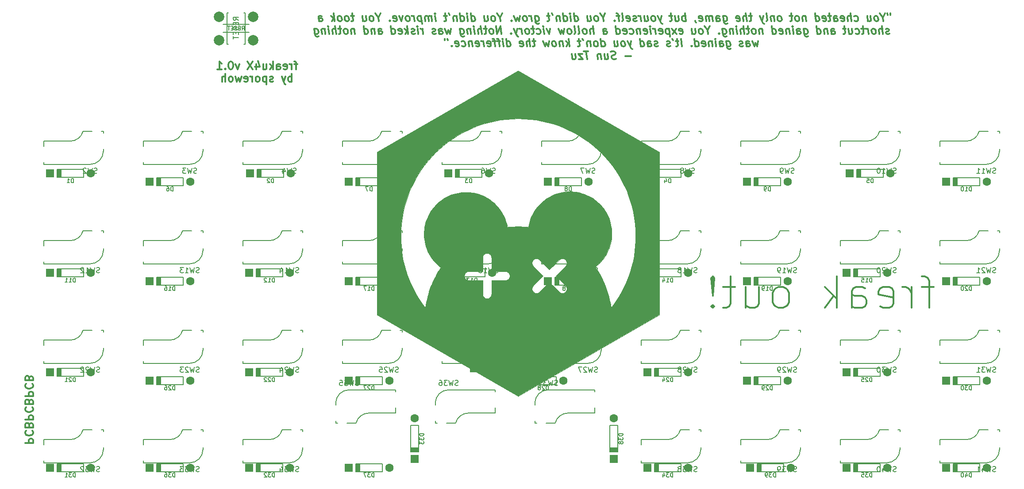
<source format=gbr>
G04 #@! TF.GenerationSoftware,KiCad,Pcbnew,(6.0.4-0)*
G04 #@! TF.CreationDate,2022-05-09T18:43:37-05:00*
G04 #@! TF.ProjectId,freaku4X,66726561-6b75-4345-982e-6b696361645f,rev?*
G04 #@! TF.SameCoordinates,Original*
G04 #@! TF.FileFunction,Legend,Bot*
G04 #@! TF.FilePolarity,Positive*
%FSLAX46Y46*%
G04 Gerber Fmt 4.6, Leading zero omitted, Abs format (unit mm)*
G04 Created by KiCad (PCBNEW (6.0.4-0)) date 2022-05-09 18:43:37*
%MOMM*%
%LPD*%
G01*
G04 APERTURE LIST*
%ADD10C,0.002200*%
%ADD11C,0.300000*%
%ADD12C,0.150000*%
%ADD13R,1.600000X1.600000*%
%ADD14C,1.600000*%
%ADD15C,2.000000*%
G04 APERTURE END LIST*
D10*
G36*
X150799234Y-65233276D02*
G01*
X177808756Y-80827230D01*
X177808771Y-112015180D01*
X150799211Y-127609144D01*
X123789686Y-112015188D01*
X123789680Y-96905393D01*
X128326952Y-96905393D01*
X128347470Y-97873677D01*
X128408471Y-98831541D01*
X128509125Y-99778155D01*
X128648603Y-100712690D01*
X128826075Y-101634317D01*
X129040712Y-102542204D01*
X129291684Y-103435524D01*
X129578161Y-104313446D01*
X129899313Y-105175141D01*
X130254312Y-106019780D01*
X130642328Y-106846532D01*
X131062530Y-107654569D01*
X131514089Y-108443060D01*
X131996177Y-109211176D01*
X132507962Y-109958088D01*
X133048616Y-110682966D01*
X133125061Y-110153439D01*
X133216860Y-109629013D01*
X133323777Y-109109926D01*
X133445575Y-108596413D01*
X133582017Y-108088713D01*
X133732867Y-107587061D01*
X133897887Y-107091694D01*
X134076842Y-106602850D01*
X134269493Y-106120765D01*
X134475604Y-105645676D01*
X134694939Y-105177819D01*
X134927261Y-104717432D01*
X135022634Y-104541265D01*
X140487650Y-104541265D01*
X140488697Y-104583717D01*
X140491807Y-104625629D01*
X140496928Y-104666952D01*
X140504013Y-104707637D01*
X140513012Y-104747635D01*
X140523876Y-104786895D01*
X140536554Y-104825369D01*
X140550998Y-104863007D01*
X140567158Y-104899760D01*
X140584985Y-104935578D01*
X140604429Y-104970413D01*
X140625442Y-105004214D01*
X140647974Y-105036933D01*
X140671974Y-105068519D01*
X140697395Y-105098924D01*
X140724187Y-105128099D01*
X140752299Y-105155993D01*
X140781684Y-105182558D01*
X140812291Y-105207743D01*
X140844071Y-105231501D01*
X140876975Y-105253780D01*
X140910953Y-105274533D01*
X140945956Y-105293709D01*
X140981935Y-105311259D01*
X141018840Y-105327135D01*
X141056621Y-105341285D01*
X141095231Y-105353662D01*
X141134618Y-105364215D01*
X141174734Y-105372896D01*
X141215529Y-105379655D01*
X141256954Y-105384442D01*
X141298960Y-105387208D01*
X141298960Y-105387933D01*
X143986208Y-105387933D01*
X143986208Y-108075174D01*
X143986925Y-108075174D01*
X143989691Y-108117180D01*
X143994479Y-108158606D01*
X144001237Y-108199401D01*
X144009918Y-108239518D01*
X144020472Y-108278905D01*
X144032848Y-108317515D01*
X144046999Y-108355297D01*
X144062874Y-108392202D01*
X144080425Y-108428181D01*
X144099601Y-108463184D01*
X144120354Y-108497162D01*
X144142634Y-108530066D01*
X144166391Y-108561846D01*
X144191577Y-108592452D01*
X144218142Y-108621837D01*
X144246036Y-108649949D01*
X144275211Y-108676741D01*
X144305616Y-108702161D01*
X144337203Y-108726162D01*
X144369922Y-108748693D01*
X144403723Y-108769705D01*
X144438558Y-108789150D01*
X144474376Y-108806977D01*
X144511129Y-108823137D01*
X144548768Y-108837580D01*
X144587242Y-108850258D01*
X144626502Y-108861121D01*
X144666500Y-108870120D01*
X144707185Y-108877205D01*
X144748508Y-108882327D01*
X144790420Y-108885436D01*
X144832872Y-108886483D01*
X144875323Y-108885436D01*
X144917234Y-108882327D01*
X144958556Y-108877205D01*
X144999240Y-108870120D01*
X145039236Y-108861121D01*
X145078496Y-108850258D01*
X145116969Y-108837580D01*
X145154606Y-108823137D01*
X145191359Y-108806977D01*
X145227176Y-108789150D01*
X145262010Y-108769705D01*
X145295811Y-108748693D01*
X145328530Y-108726162D01*
X145360116Y-108702161D01*
X145390521Y-108676741D01*
X145419695Y-108649949D01*
X145447589Y-108621837D01*
X145474153Y-108592452D01*
X145499339Y-108561846D01*
X145523096Y-108530066D01*
X145545376Y-108497162D01*
X145566128Y-108463184D01*
X145585305Y-108428181D01*
X145602855Y-108392202D01*
X145618730Y-108355297D01*
X145632881Y-108317515D01*
X145645258Y-108278905D01*
X145655811Y-108239518D01*
X145664492Y-108199401D01*
X145671251Y-108158606D01*
X145676038Y-108117180D01*
X145678804Y-108075174D01*
X145679529Y-108075174D01*
X145679529Y-107031601D01*
X153445342Y-107031601D01*
X153447027Y-107071174D01*
X153450551Y-107110649D01*
X153455915Y-107149955D01*
X153463118Y-107189023D01*
X153472161Y-107227782D01*
X153483044Y-107266163D01*
X153495765Y-107304096D01*
X153510327Y-107341511D01*
X153526728Y-107378339D01*
X153544968Y-107414508D01*
X153565048Y-107449951D01*
X153586967Y-107484596D01*
X153610727Y-107518375D01*
X153636325Y-107551216D01*
X153663763Y-107583051D01*
X153693041Y-107613809D01*
X153723799Y-107643086D01*
X153755634Y-107670523D01*
X153788475Y-107696121D01*
X153822253Y-107719880D01*
X153856899Y-107741799D01*
X153892341Y-107761878D01*
X153928511Y-107780118D01*
X153965339Y-107796519D01*
X154002754Y-107811080D01*
X154040687Y-107823802D01*
X154079068Y-107834684D01*
X154117828Y-107843726D01*
X154156895Y-107850929D01*
X154196202Y-107856293D01*
X154235676Y-107859817D01*
X154275250Y-107861502D01*
X154314853Y-107861347D01*
X154354415Y-107859353D01*
X154393867Y-107855519D01*
X154433137Y-107849846D01*
X154472158Y-107842333D01*
X154510859Y-107832981D01*
X154549169Y-107821789D01*
X154587020Y-107808758D01*
X154624341Y-107793888D01*
X154661063Y-107777178D01*
X154697115Y-107758628D01*
X154732428Y-107738239D01*
X154766932Y-107716010D01*
X154800558Y-107691942D01*
X154833235Y-107666035D01*
X154864893Y-107638288D01*
X154865023Y-107638417D01*
X154865151Y-107638547D01*
X154865404Y-107638807D01*
X156765581Y-105738641D01*
X158640749Y-107613809D01*
X158665743Y-107638807D01*
X158665874Y-107638677D01*
X158666004Y-107638547D01*
X158666131Y-107638417D01*
X158666193Y-107638352D01*
X158666254Y-107638288D01*
X158697914Y-107666035D01*
X158730592Y-107691942D01*
X158764218Y-107716010D01*
X158798723Y-107738239D01*
X158834037Y-107758628D01*
X158870090Y-107777178D01*
X158906813Y-107793888D01*
X158944134Y-107808758D01*
X158981986Y-107821789D01*
X159020297Y-107832981D01*
X159058997Y-107842333D01*
X159098018Y-107849846D01*
X159137289Y-107855519D01*
X159176741Y-107859353D01*
X159216303Y-107861347D01*
X159255906Y-107861502D01*
X159295480Y-107859817D01*
X159334955Y-107856293D01*
X159374261Y-107850929D01*
X159413328Y-107843726D01*
X159452087Y-107834684D01*
X159490468Y-107823802D01*
X159528401Y-107811080D01*
X159565816Y-107796519D01*
X159602644Y-107780118D01*
X159638813Y-107761878D01*
X159674256Y-107741799D01*
X159708901Y-107719880D01*
X159742679Y-107696121D01*
X159775521Y-107670523D01*
X159807355Y-107643086D01*
X159838114Y-107613809D01*
X159867391Y-107583051D01*
X159894828Y-107551216D01*
X159920426Y-107518375D01*
X159944185Y-107484596D01*
X159966104Y-107449951D01*
X159986183Y-107414508D01*
X160004423Y-107378339D01*
X160020824Y-107341511D01*
X160035385Y-107304096D01*
X160048107Y-107266163D01*
X160058989Y-107227782D01*
X160068032Y-107189023D01*
X160075236Y-107149955D01*
X160080599Y-107110649D01*
X160084124Y-107071174D01*
X160085809Y-107031601D01*
X160085654Y-106991998D01*
X160083660Y-106952436D01*
X160079826Y-106912985D01*
X160074153Y-106873714D01*
X160066641Y-106834693D01*
X160057289Y-106795993D01*
X160046097Y-106757682D01*
X160033066Y-106719831D01*
X160018196Y-106682510D01*
X160001486Y-106645788D01*
X159982936Y-106609736D01*
X159962547Y-106574423D01*
X159940319Y-106539918D01*
X159916251Y-106506293D01*
X159890343Y-106473615D01*
X159862596Y-106441957D01*
X159863115Y-106441438D01*
X159838114Y-106416440D01*
X157962938Y-104541272D01*
X159838114Y-102666105D01*
X159863115Y-102641107D01*
X159862985Y-102640974D01*
X159862727Y-102640716D01*
X159862596Y-102640588D01*
X159890343Y-102608929D01*
X159916251Y-102576252D01*
X159940319Y-102542627D01*
X159962547Y-102508122D01*
X159982936Y-102472809D01*
X160001486Y-102436756D01*
X160018196Y-102400035D01*
X160033066Y-102362714D01*
X160046097Y-102324863D01*
X160057289Y-102286552D01*
X160066641Y-102247852D01*
X160074153Y-102208831D01*
X160079826Y-102169560D01*
X160083660Y-102130109D01*
X160085654Y-102090547D01*
X160085809Y-102050944D01*
X160084124Y-102011370D01*
X160080599Y-101971896D01*
X160075236Y-101932589D01*
X160068032Y-101893522D01*
X160058989Y-101854763D01*
X160048107Y-101816382D01*
X160035385Y-101778449D01*
X160020824Y-101741034D01*
X160004423Y-101704206D01*
X159986183Y-101668036D01*
X159966104Y-101632594D01*
X159944185Y-101597949D01*
X159920426Y-101564170D01*
X159894828Y-101531329D01*
X159867391Y-101499494D01*
X159838114Y-101468736D01*
X159807355Y-101439458D01*
X159775519Y-101412020D01*
X159742678Y-101386422D01*
X159708899Y-101362663D01*
X159674253Y-101340743D01*
X159638811Y-101320663D01*
X159602641Y-101302423D01*
X159565813Y-101286022D01*
X159528398Y-101271461D01*
X159490465Y-101258739D01*
X159452084Y-101247857D01*
X159413325Y-101238814D01*
X159374257Y-101231610D01*
X159334951Y-101226246D01*
X159295477Y-101222722D01*
X159255903Y-101221037D01*
X159216300Y-101221192D01*
X159176739Y-101223186D01*
X159137287Y-101227019D01*
X159098016Y-101232692D01*
X159058996Y-101240205D01*
X159020295Y-101249557D01*
X158981984Y-101260748D01*
X158944133Y-101273779D01*
X158906812Y-101288649D01*
X158870090Y-101305359D01*
X158834037Y-101323908D01*
X158798723Y-101344297D01*
X158764218Y-101366525D01*
X158730591Y-101390592D01*
X158697914Y-101416499D01*
X158666254Y-101444246D01*
X158666000Y-101443988D01*
X158665870Y-101443858D01*
X158665803Y-101443794D01*
X158665735Y-101443731D01*
X158641489Y-101467996D01*
X158641303Y-101468181D01*
X158641120Y-101468366D01*
X158640756Y-101468736D01*
X156765581Y-103343904D01*
X154890413Y-101468728D01*
X154865404Y-101443731D01*
X154864893Y-101444246D01*
X154833235Y-101416499D01*
X154800558Y-101390591D01*
X154766932Y-101366523D01*
X154732428Y-101344295D01*
X154697115Y-101323906D01*
X154661063Y-101305356D01*
X154624341Y-101288646D01*
X154587020Y-101273776D01*
X154549169Y-101260745D01*
X154510859Y-101249553D01*
X154472158Y-101240201D01*
X154433137Y-101232689D01*
X154393867Y-101227016D01*
X154354415Y-101223182D01*
X154314853Y-101221188D01*
X154275250Y-101221033D01*
X154235676Y-101222718D01*
X154196202Y-101226243D01*
X154156895Y-101231606D01*
X154117828Y-101238810D01*
X154079068Y-101247853D01*
X154040687Y-101258735D01*
X154002754Y-101271457D01*
X153965339Y-101286018D01*
X153928511Y-101302418D01*
X153892341Y-101320659D01*
X153856899Y-101340738D01*
X153822253Y-101362657D01*
X153788475Y-101386416D01*
X153755634Y-101412014D01*
X153723799Y-101439451D01*
X153693041Y-101468728D01*
X153663763Y-101499487D01*
X153636325Y-101531323D01*
X153610727Y-101564164D01*
X153586967Y-101597943D01*
X153565048Y-101632589D01*
X153544968Y-101668032D01*
X153526728Y-101704202D01*
X153510327Y-101741029D01*
X153495765Y-101778445D01*
X153483044Y-101816378D01*
X153472161Y-101854759D01*
X153463118Y-101893518D01*
X153455915Y-101932586D01*
X153450551Y-101971892D01*
X153447027Y-102011367D01*
X153445342Y-102050940D01*
X153445497Y-102090543D01*
X153447491Y-102130105D01*
X153451324Y-102169556D01*
X153456997Y-102208827D01*
X153464510Y-102247848D01*
X153473862Y-102286549D01*
X153485053Y-102324859D01*
X153498084Y-102362710D01*
X153512954Y-102400032D01*
X153529664Y-102436754D01*
X153548213Y-102472806D01*
X153568602Y-102508120D01*
X153590830Y-102542625D01*
X153614897Y-102576251D01*
X153640804Y-102608929D01*
X153668550Y-102640588D01*
X153668039Y-102641099D01*
X153693041Y-102666097D01*
X155568209Y-104541272D01*
X153668047Y-106441438D01*
X153668550Y-106441957D01*
X153640804Y-106473615D01*
X153614897Y-106506293D01*
X153590830Y-106539918D01*
X153568602Y-106574423D01*
X153548213Y-106609736D01*
X153529664Y-106645788D01*
X153512954Y-106682510D01*
X153498084Y-106719831D01*
X153485053Y-106757682D01*
X153473862Y-106795993D01*
X153464510Y-106834693D01*
X153456997Y-106873714D01*
X153451324Y-106912985D01*
X153447491Y-106952436D01*
X153445497Y-106991998D01*
X153445342Y-107031601D01*
X145679529Y-107031601D01*
X145679529Y-105387933D01*
X148366777Y-105387933D01*
X148366777Y-105387208D01*
X148408783Y-105384442D01*
X148450208Y-105379655D01*
X148491003Y-105372896D01*
X148531119Y-105364215D01*
X148570506Y-105353662D01*
X148609115Y-105341285D01*
X148646897Y-105327135D01*
X148683802Y-105311259D01*
X148719781Y-105293709D01*
X148754784Y-105274533D01*
X148788762Y-105253780D01*
X148821666Y-105231501D01*
X148853446Y-105207743D01*
X148884053Y-105182558D01*
X148913437Y-105155993D01*
X148941550Y-105128099D01*
X148968342Y-105098924D01*
X148993762Y-105068519D01*
X149017763Y-105036933D01*
X149040295Y-105004214D01*
X149061307Y-104970413D01*
X149080752Y-104935578D01*
X149098579Y-104899760D01*
X149114739Y-104863007D01*
X149129183Y-104825369D01*
X149141861Y-104786895D01*
X149152725Y-104747635D01*
X149161723Y-104707637D01*
X149168808Y-104666952D01*
X149173930Y-104625629D01*
X149177040Y-104583717D01*
X149178087Y-104541265D01*
X149177040Y-104498813D01*
X149173930Y-104456901D01*
X149168808Y-104415578D01*
X149161723Y-104374892D01*
X149152725Y-104334895D01*
X149141861Y-104295635D01*
X149129183Y-104257161D01*
X149114739Y-104219523D01*
X149098579Y-104182770D01*
X149080752Y-104146951D01*
X149061307Y-104112117D01*
X149040295Y-104078315D01*
X149017763Y-104045597D01*
X148993762Y-104014010D01*
X148968342Y-103983605D01*
X148941550Y-103954431D01*
X148913437Y-103926537D01*
X148884053Y-103899972D01*
X148853446Y-103874786D01*
X148821666Y-103851029D01*
X148788762Y-103828749D01*
X148754784Y-103807997D01*
X148719781Y-103788821D01*
X148683802Y-103771270D01*
X148646897Y-103755395D01*
X148609115Y-103741244D01*
X148570506Y-103728868D01*
X148531119Y-103718314D01*
X148491003Y-103709634D01*
X148450208Y-103702875D01*
X148408783Y-103698088D01*
X148366777Y-103695321D01*
X148366777Y-103694604D01*
X148332468Y-103694612D01*
X145679529Y-103694612D01*
X145679529Y-101007356D01*
X145678812Y-101007356D01*
X145676045Y-100965350D01*
X145671258Y-100923925D01*
X145664499Y-100883130D01*
X145655819Y-100843014D01*
X145645265Y-100803627D01*
X145632888Y-100765017D01*
X145618737Y-100727236D01*
X145602861Y-100690331D01*
X145585311Y-100654352D01*
X145566134Y-100619348D01*
X145545381Y-100585370D01*
X145523101Y-100552466D01*
X145499344Y-100520686D01*
X145474158Y-100490079D01*
X145447593Y-100460694D01*
X145419699Y-100432581D01*
X145390524Y-100405790D01*
X145360119Y-100380369D01*
X145328532Y-100356368D01*
X145295814Y-100333836D01*
X145262013Y-100312823D01*
X145227178Y-100293378D01*
X145191360Y-100275551D01*
X145154607Y-100259391D01*
X145116970Y-100244947D01*
X145078496Y-100232268D01*
X145039237Y-100221405D01*
X144999240Y-100212406D01*
X144958556Y-100205321D01*
X144917234Y-100200199D01*
X144875323Y-100197090D01*
X144832872Y-100196042D01*
X144790420Y-100197090D01*
X144748508Y-100200199D01*
X144707185Y-100205321D01*
X144666500Y-100212406D01*
X144626502Y-100221405D01*
X144587242Y-100232268D01*
X144548768Y-100244947D01*
X144511129Y-100259391D01*
X144474376Y-100275551D01*
X144438558Y-100293378D01*
X144403723Y-100312823D01*
X144369922Y-100333836D01*
X144337203Y-100356368D01*
X144305616Y-100380369D01*
X144275211Y-100405790D01*
X144246036Y-100432581D01*
X144218142Y-100460694D01*
X144191577Y-100490079D01*
X144166391Y-100520686D01*
X144142634Y-100552466D01*
X144120354Y-100585370D01*
X144099601Y-100619348D01*
X144080425Y-100654352D01*
X144062874Y-100690331D01*
X144046999Y-100727236D01*
X144032848Y-100765017D01*
X144020472Y-100803627D01*
X144009918Y-100843014D01*
X144001237Y-100883130D01*
X143994479Y-100923925D01*
X143989691Y-100965350D01*
X143986925Y-101007356D01*
X143986208Y-101007356D01*
X143986208Y-103694604D01*
X141298960Y-103694604D01*
X141298960Y-103695329D01*
X141256953Y-103698095D01*
X141215528Y-103702883D01*
X141174732Y-103709641D01*
X141134615Y-103718322D01*
X141095228Y-103728875D01*
X141056618Y-103741252D01*
X141018837Y-103755403D01*
X140981932Y-103771278D01*
X140945953Y-103788828D01*
X140910950Y-103808004D01*
X140876971Y-103828757D01*
X140844068Y-103851036D01*
X140812288Y-103874794D01*
X140781681Y-103899979D01*
X140752296Y-103926544D01*
X140724184Y-103954438D01*
X140697393Y-103983612D01*
X140671972Y-104014017D01*
X140647971Y-104045603D01*
X140625440Y-104078321D01*
X140604428Y-104112122D01*
X140584983Y-104146956D01*
X140567157Y-104182774D01*
X140550997Y-104219527D01*
X140536553Y-104257165D01*
X140523875Y-104295638D01*
X140513012Y-104334898D01*
X140504013Y-104374895D01*
X140496928Y-104415579D01*
X140491806Y-104456902D01*
X140488697Y-104498814D01*
X140487650Y-104541265D01*
X135022634Y-104541265D01*
X135172332Y-104264752D01*
X135429916Y-103820014D01*
X135699776Y-103383457D01*
X135981676Y-102955316D01*
X135625320Y-102670719D01*
X135285890Y-102366726D01*
X134964222Y-102044175D01*
X134661155Y-101703901D01*
X134377524Y-101346743D01*
X134114166Y-100973536D01*
X133871918Y-100585118D01*
X133651617Y-100182325D01*
X133454100Y-99765994D01*
X133280203Y-99336962D01*
X133130764Y-98896066D01*
X133006619Y-98444143D01*
X132908605Y-97982029D01*
X132837559Y-97510562D01*
X132794318Y-97030577D01*
X132779718Y-96542915D01*
X132779717Y-96542915D01*
X132779717Y-96542916D01*
X132779716Y-96542916D01*
X132779715Y-96542917D01*
X132779714Y-96542917D01*
X132790161Y-96130227D01*
X132821164Y-95722932D01*
X132872218Y-95321537D01*
X132942818Y-94926547D01*
X133032458Y-94538469D01*
X133140633Y-94157806D01*
X133266838Y-93785066D01*
X133410566Y-93420752D01*
X133571313Y-93065372D01*
X133748574Y-92719428D01*
X133941842Y-92383429D01*
X134150613Y-92057878D01*
X134374381Y-91743280D01*
X134612641Y-91440143D01*
X134864887Y-91148970D01*
X135130615Y-90870267D01*
X135409317Y-90604540D01*
X135700490Y-90352294D01*
X136003628Y-90114034D01*
X136318225Y-89890266D01*
X136643776Y-89681495D01*
X136979776Y-89488227D01*
X137325719Y-89310967D01*
X137681100Y-89150220D01*
X138045413Y-89006491D01*
X138418154Y-88880287D01*
X138798816Y-88772112D01*
X139186894Y-88682472D01*
X139581883Y-88611872D01*
X139983278Y-88560818D01*
X140390573Y-88529815D01*
X140803263Y-88519368D01*
X141174064Y-88527798D01*
X141540558Y-88552843D01*
X141902377Y-88594138D01*
X142259157Y-88651316D01*
X142610531Y-88724012D01*
X142956134Y-88811860D01*
X143295600Y-88914494D01*
X143628562Y-89031548D01*
X143954655Y-89162656D01*
X144273513Y-89307453D01*
X144584770Y-89465572D01*
X144888060Y-89636648D01*
X145183018Y-89820314D01*
X145469277Y-90016206D01*
X145746472Y-90223956D01*
X146014236Y-90443199D01*
X146272204Y-90673570D01*
X146520011Y-90914702D01*
X146757289Y-91166229D01*
X146983673Y-91427786D01*
X147198798Y-91699007D01*
X147402297Y-91979526D01*
X147593805Y-92268976D01*
X147772955Y-92566992D01*
X147939382Y-92873209D01*
X148092720Y-93187260D01*
X148232603Y-93508779D01*
X148358665Y-93837401D01*
X148470540Y-94172760D01*
X148567862Y-94514489D01*
X148650266Y-94862223D01*
X148717386Y-95215596D01*
X148974054Y-95187696D01*
X149231792Y-95163431D01*
X149490573Y-95142827D01*
X149750372Y-95125911D01*
X150011162Y-95112708D01*
X150272917Y-95103245D01*
X150535612Y-95097548D01*
X150799219Y-95095643D01*
X150799227Y-95095643D01*
X151045040Y-95097300D01*
X151290063Y-95102254D01*
X151534272Y-95110486D01*
X151777648Y-95121974D01*
X152020168Y-95136697D01*
X152261813Y-95154633D01*
X152502559Y-95175762D01*
X152742388Y-95200063D01*
X152805544Y-94841807D01*
X152884377Y-94489188D01*
X152978511Y-94142582D01*
X153087571Y-93802365D01*
X153211179Y-93468914D01*
X153348960Y-93142605D01*
X153500537Y-92823813D01*
X153665534Y-92512915D01*
X153843576Y-92210288D01*
X154034285Y-91916307D01*
X154237286Y-91631348D01*
X154452202Y-91355789D01*
X154678658Y-91090004D01*
X154916277Y-90834370D01*
X155164683Y-90589264D01*
X155423500Y-90355061D01*
X155692351Y-90132138D01*
X155970861Y-89920871D01*
X156258653Y-89721636D01*
X156555352Y-89534808D01*
X156860580Y-89360766D01*
X157173962Y-89199884D01*
X157495121Y-89052538D01*
X157823682Y-88919106D01*
X158159269Y-88799962D01*
X158501504Y-88695484D01*
X158850012Y-88606048D01*
X159204417Y-88532029D01*
X159564342Y-88473804D01*
X159929411Y-88431748D01*
X160299249Y-88406240D01*
X160673479Y-88397653D01*
X161086168Y-88408100D01*
X161493463Y-88439103D01*
X161894857Y-88490157D01*
X162289846Y-88560757D01*
X162677924Y-88650396D01*
X163058586Y-88758571D01*
X163431326Y-88884776D01*
X163795639Y-89028504D01*
X164151020Y-89189251D01*
X164496963Y-89366512D01*
X164832962Y-89559780D01*
X165158513Y-89768551D01*
X165473110Y-89992319D01*
X165776248Y-90230578D01*
X166067421Y-90482825D01*
X166346124Y-90748552D01*
X166611851Y-91027254D01*
X166864097Y-91318427D01*
X167102357Y-91621565D01*
X167326125Y-91936162D01*
X167534896Y-92261713D01*
X167728164Y-92597713D01*
X167905424Y-92943656D01*
X168066172Y-93299037D01*
X168209900Y-93663350D01*
X168336104Y-94036091D01*
X168444279Y-94416753D01*
X168533919Y-94804832D01*
X168604519Y-95199821D01*
X168655573Y-95601216D01*
X168686577Y-96008511D01*
X168697023Y-96421201D01*
X168682549Y-96906776D01*
X168639676Y-97384741D01*
X168569230Y-97854269D01*
X168472039Y-98314535D01*
X168348927Y-98764712D01*
X168200721Y-99203975D01*
X168028247Y-99631498D01*
X167832332Y-100046454D01*
X167613800Y-100448017D01*
X167373478Y-100835362D01*
X167112192Y-101207663D01*
X166830769Y-101564092D01*
X166530034Y-101903825D01*
X166210813Y-102226036D01*
X165873933Y-102529897D01*
X165520220Y-102814584D01*
X165811904Y-103248816D01*
X166091120Y-103691895D01*
X166357615Y-104143571D01*
X166611137Y-104603591D01*
X166851435Y-105071703D01*
X167078255Y-105547656D01*
X167291348Y-106031197D01*
X167490459Y-106522074D01*
X167675339Y-107020036D01*
X167845734Y-107524830D01*
X168001393Y-108036206D01*
X168142064Y-108553909D01*
X168267495Y-109077690D01*
X168377434Y-109607296D01*
X168471630Y-110142474D01*
X168549829Y-110682973D01*
X169090484Y-109958095D01*
X169602270Y-109211183D01*
X170084358Y-108443067D01*
X170535919Y-107654575D01*
X170956122Y-106846538D01*
X171344138Y-106019785D01*
X171699137Y-105175146D01*
X172020290Y-104313450D01*
X172306768Y-103435527D01*
X172557740Y-102542207D01*
X172772377Y-101634318D01*
X172949849Y-100712692D01*
X173089328Y-99778156D01*
X173189982Y-98831541D01*
X173250983Y-97873677D01*
X173271501Y-96905393D01*
X173242242Y-95749535D01*
X173155409Y-94608787D01*
X173012417Y-93484564D01*
X172814682Y-92378281D01*
X172563619Y-91291355D01*
X172260644Y-90225200D01*
X171907172Y-89181232D01*
X171504618Y-88160867D01*
X171054399Y-87165519D01*
X170557930Y-86196605D01*
X170016626Y-85255540D01*
X169431902Y-84343740D01*
X168805175Y-83462620D01*
X168137859Y-82613594D01*
X167431370Y-81798080D01*
X166687124Y-81017493D01*
X165906536Y-80273247D01*
X165091022Y-79566758D01*
X164241997Y-78899443D01*
X163360876Y-78272716D01*
X162449076Y-77687992D01*
X161508011Y-77146688D01*
X160539097Y-76650219D01*
X159543750Y-76200000D01*
X158523384Y-75797447D01*
X157479417Y-75443975D01*
X156413262Y-75141000D01*
X155326336Y-74889937D01*
X154220054Y-74692202D01*
X153095831Y-74549210D01*
X151955084Y-74462377D01*
X150799227Y-74433118D01*
X149643370Y-74462377D01*
X148502622Y-74549210D01*
X147378399Y-74692202D01*
X146272117Y-74889937D01*
X145185191Y-75141000D01*
X144119036Y-75443975D01*
X143075069Y-75797447D01*
X142054704Y-76200000D01*
X141059356Y-76650219D01*
X140090442Y-77146688D01*
X139149378Y-77687992D01*
X138237577Y-78272716D01*
X137356456Y-78899443D01*
X136507431Y-79566758D01*
X135691917Y-80273247D01*
X134911329Y-81017493D01*
X134167083Y-81798080D01*
X133460594Y-82613594D01*
X132793279Y-83462620D01*
X132166551Y-84343740D01*
X131581828Y-85255540D01*
X131040523Y-86196605D01*
X130544054Y-87165519D01*
X130093835Y-88160867D01*
X129691281Y-89181232D01*
X129337809Y-90225200D01*
X129034834Y-91291355D01*
X128783771Y-92378281D01*
X128586036Y-93484564D01*
X128443044Y-94608787D01*
X128356211Y-95749535D01*
X128326952Y-96905393D01*
X123789680Y-96905393D01*
X123789675Y-80827241D01*
X150799234Y-65233276D01*
G37*
X150799234Y-65233276D02*
X177808756Y-80827230D01*
X177808771Y-112015180D01*
X150799211Y-127609144D01*
X123789686Y-112015188D01*
X123789680Y-96905393D01*
X128326952Y-96905393D01*
X128347470Y-97873677D01*
X128408471Y-98831541D01*
X128509125Y-99778155D01*
X128648603Y-100712690D01*
X128826075Y-101634317D01*
X129040712Y-102542204D01*
X129291684Y-103435524D01*
X129578161Y-104313446D01*
X129899313Y-105175141D01*
X130254312Y-106019780D01*
X130642328Y-106846532D01*
X131062530Y-107654569D01*
X131514089Y-108443060D01*
X131996177Y-109211176D01*
X132507962Y-109958088D01*
X133048616Y-110682966D01*
X133125061Y-110153439D01*
X133216860Y-109629013D01*
X133323777Y-109109926D01*
X133445575Y-108596413D01*
X133582017Y-108088713D01*
X133732867Y-107587061D01*
X133897887Y-107091694D01*
X134076842Y-106602850D01*
X134269493Y-106120765D01*
X134475604Y-105645676D01*
X134694939Y-105177819D01*
X134927261Y-104717432D01*
X135022634Y-104541265D01*
X140487650Y-104541265D01*
X140488697Y-104583717D01*
X140491807Y-104625629D01*
X140496928Y-104666952D01*
X140504013Y-104707637D01*
X140513012Y-104747635D01*
X140523876Y-104786895D01*
X140536554Y-104825369D01*
X140550998Y-104863007D01*
X140567158Y-104899760D01*
X140584985Y-104935578D01*
X140604429Y-104970413D01*
X140625442Y-105004214D01*
X140647974Y-105036933D01*
X140671974Y-105068519D01*
X140697395Y-105098924D01*
X140724187Y-105128099D01*
X140752299Y-105155993D01*
X140781684Y-105182558D01*
X140812291Y-105207743D01*
X140844071Y-105231501D01*
X140876975Y-105253780D01*
X140910953Y-105274533D01*
X140945956Y-105293709D01*
X140981935Y-105311259D01*
X141018840Y-105327135D01*
X141056621Y-105341285D01*
X141095231Y-105353662D01*
X141134618Y-105364215D01*
X141174734Y-105372896D01*
X141215529Y-105379655D01*
X141256954Y-105384442D01*
X141298960Y-105387208D01*
X141298960Y-105387933D01*
X143986208Y-105387933D01*
X143986208Y-108075174D01*
X143986925Y-108075174D01*
X143989691Y-108117180D01*
X143994479Y-108158606D01*
X144001237Y-108199401D01*
X144009918Y-108239518D01*
X144020472Y-108278905D01*
X144032848Y-108317515D01*
X144046999Y-108355297D01*
X144062874Y-108392202D01*
X144080425Y-108428181D01*
X144099601Y-108463184D01*
X144120354Y-108497162D01*
X144142634Y-108530066D01*
X144166391Y-108561846D01*
X144191577Y-108592452D01*
X144218142Y-108621837D01*
X144246036Y-108649949D01*
X144275211Y-108676741D01*
X144305616Y-108702161D01*
X144337203Y-108726162D01*
X144369922Y-108748693D01*
X144403723Y-108769705D01*
X144438558Y-108789150D01*
X144474376Y-108806977D01*
X144511129Y-108823137D01*
X144548768Y-108837580D01*
X144587242Y-108850258D01*
X144626502Y-108861121D01*
X144666500Y-108870120D01*
X144707185Y-108877205D01*
X144748508Y-108882327D01*
X144790420Y-108885436D01*
X144832872Y-108886483D01*
X144875323Y-108885436D01*
X144917234Y-108882327D01*
X144958556Y-108877205D01*
X144999240Y-108870120D01*
X145039236Y-108861121D01*
X145078496Y-108850258D01*
X145116969Y-108837580D01*
X145154606Y-108823137D01*
X145191359Y-108806977D01*
X145227176Y-108789150D01*
X145262010Y-108769705D01*
X145295811Y-108748693D01*
X145328530Y-108726162D01*
X145360116Y-108702161D01*
X145390521Y-108676741D01*
X145419695Y-108649949D01*
X145447589Y-108621837D01*
X145474153Y-108592452D01*
X145499339Y-108561846D01*
X145523096Y-108530066D01*
X145545376Y-108497162D01*
X145566128Y-108463184D01*
X145585305Y-108428181D01*
X145602855Y-108392202D01*
X145618730Y-108355297D01*
X145632881Y-108317515D01*
X145645258Y-108278905D01*
X145655811Y-108239518D01*
X145664492Y-108199401D01*
X145671251Y-108158606D01*
X145676038Y-108117180D01*
X145678804Y-108075174D01*
X145679529Y-108075174D01*
X145679529Y-107031601D01*
X153445342Y-107031601D01*
X153447027Y-107071174D01*
X153450551Y-107110649D01*
X153455915Y-107149955D01*
X153463118Y-107189023D01*
X153472161Y-107227782D01*
X153483044Y-107266163D01*
X153495765Y-107304096D01*
X153510327Y-107341511D01*
X153526728Y-107378339D01*
X153544968Y-107414508D01*
X153565048Y-107449951D01*
X153586967Y-107484596D01*
X153610727Y-107518375D01*
X153636325Y-107551216D01*
X153663763Y-107583051D01*
X153693041Y-107613809D01*
X153723799Y-107643086D01*
X153755634Y-107670523D01*
X153788475Y-107696121D01*
X153822253Y-107719880D01*
X153856899Y-107741799D01*
X153892341Y-107761878D01*
X153928511Y-107780118D01*
X153965339Y-107796519D01*
X154002754Y-107811080D01*
X154040687Y-107823802D01*
X154079068Y-107834684D01*
X154117828Y-107843726D01*
X154156895Y-107850929D01*
X154196202Y-107856293D01*
X154235676Y-107859817D01*
X154275250Y-107861502D01*
X154314853Y-107861347D01*
X154354415Y-107859353D01*
X154393867Y-107855519D01*
X154433137Y-107849846D01*
X154472158Y-107842333D01*
X154510859Y-107832981D01*
X154549169Y-107821789D01*
X154587020Y-107808758D01*
X154624341Y-107793888D01*
X154661063Y-107777178D01*
X154697115Y-107758628D01*
X154732428Y-107738239D01*
X154766932Y-107716010D01*
X154800558Y-107691942D01*
X154833235Y-107666035D01*
X154864893Y-107638288D01*
X154865023Y-107638417D01*
X154865151Y-107638547D01*
X154865404Y-107638807D01*
X156765581Y-105738641D01*
X158640749Y-107613809D01*
X158665743Y-107638807D01*
X158665874Y-107638677D01*
X158666004Y-107638547D01*
X158666131Y-107638417D01*
X158666193Y-107638352D01*
X158666254Y-107638288D01*
X158697914Y-107666035D01*
X158730592Y-107691942D01*
X158764218Y-107716010D01*
X158798723Y-107738239D01*
X158834037Y-107758628D01*
X158870090Y-107777178D01*
X158906813Y-107793888D01*
X158944134Y-107808758D01*
X158981986Y-107821789D01*
X159020297Y-107832981D01*
X159058997Y-107842333D01*
X159098018Y-107849846D01*
X159137289Y-107855519D01*
X159176741Y-107859353D01*
X159216303Y-107861347D01*
X159255906Y-107861502D01*
X159295480Y-107859817D01*
X159334955Y-107856293D01*
X159374261Y-107850929D01*
X159413328Y-107843726D01*
X159452087Y-107834684D01*
X159490468Y-107823802D01*
X159528401Y-107811080D01*
X159565816Y-107796519D01*
X159602644Y-107780118D01*
X159638813Y-107761878D01*
X159674256Y-107741799D01*
X159708901Y-107719880D01*
X159742679Y-107696121D01*
X159775521Y-107670523D01*
X159807355Y-107643086D01*
X159838114Y-107613809D01*
X159867391Y-107583051D01*
X159894828Y-107551216D01*
X159920426Y-107518375D01*
X159944185Y-107484596D01*
X159966104Y-107449951D01*
X159986183Y-107414508D01*
X160004423Y-107378339D01*
X160020824Y-107341511D01*
X160035385Y-107304096D01*
X160048107Y-107266163D01*
X160058989Y-107227782D01*
X160068032Y-107189023D01*
X160075236Y-107149955D01*
X160080599Y-107110649D01*
X160084124Y-107071174D01*
X160085809Y-107031601D01*
X160085654Y-106991998D01*
X160083660Y-106952436D01*
X160079826Y-106912985D01*
X160074153Y-106873714D01*
X160066641Y-106834693D01*
X160057289Y-106795993D01*
X160046097Y-106757682D01*
X160033066Y-106719831D01*
X160018196Y-106682510D01*
X160001486Y-106645788D01*
X159982936Y-106609736D01*
X159962547Y-106574423D01*
X159940319Y-106539918D01*
X159916251Y-106506293D01*
X159890343Y-106473615D01*
X159862596Y-106441957D01*
X159863115Y-106441438D01*
X159838114Y-106416440D01*
X157962938Y-104541272D01*
X159838114Y-102666105D01*
X159863115Y-102641107D01*
X159862985Y-102640974D01*
X159862727Y-102640716D01*
X159862596Y-102640588D01*
X159890343Y-102608929D01*
X159916251Y-102576252D01*
X159940319Y-102542627D01*
X159962547Y-102508122D01*
X159982936Y-102472809D01*
X160001486Y-102436756D01*
X160018196Y-102400035D01*
X160033066Y-102362714D01*
X160046097Y-102324863D01*
X160057289Y-102286552D01*
X160066641Y-102247852D01*
X160074153Y-102208831D01*
X160079826Y-102169560D01*
X160083660Y-102130109D01*
X160085654Y-102090547D01*
X160085809Y-102050944D01*
X160084124Y-102011370D01*
X160080599Y-101971896D01*
X160075236Y-101932589D01*
X160068032Y-101893522D01*
X160058989Y-101854763D01*
X160048107Y-101816382D01*
X160035385Y-101778449D01*
X160020824Y-101741034D01*
X160004423Y-101704206D01*
X159986183Y-101668036D01*
X159966104Y-101632594D01*
X159944185Y-101597949D01*
X159920426Y-101564170D01*
X159894828Y-101531329D01*
X159867391Y-101499494D01*
X159838114Y-101468736D01*
X159807355Y-101439458D01*
X159775519Y-101412020D01*
X159742678Y-101386422D01*
X159708899Y-101362663D01*
X159674253Y-101340743D01*
X159638811Y-101320663D01*
X159602641Y-101302423D01*
X159565813Y-101286022D01*
X159528398Y-101271461D01*
X159490465Y-101258739D01*
X159452084Y-101247857D01*
X159413325Y-101238814D01*
X159374257Y-101231610D01*
X159334951Y-101226246D01*
X159295477Y-101222722D01*
X159255903Y-101221037D01*
X159216300Y-101221192D01*
X159176739Y-101223186D01*
X159137287Y-101227019D01*
X159098016Y-101232692D01*
X159058996Y-101240205D01*
X159020295Y-101249557D01*
X158981984Y-101260748D01*
X158944133Y-101273779D01*
X158906812Y-101288649D01*
X158870090Y-101305359D01*
X158834037Y-101323908D01*
X158798723Y-101344297D01*
X158764218Y-101366525D01*
X158730591Y-101390592D01*
X158697914Y-101416499D01*
X158666254Y-101444246D01*
X158666000Y-101443988D01*
X158665870Y-101443858D01*
X158665803Y-101443794D01*
X158665735Y-101443731D01*
X158641489Y-101467996D01*
X158641303Y-101468181D01*
X158641120Y-101468366D01*
X158640756Y-101468736D01*
X156765581Y-103343904D01*
X154890413Y-101468728D01*
X154865404Y-101443731D01*
X154864893Y-101444246D01*
X154833235Y-101416499D01*
X154800558Y-101390591D01*
X154766932Y-101366523D01*
X154732428Y-101344295D01*
X154697115Y-101323906D01*
X154661063Y-101305356D01*
X154624341Y-101288646D01*
X154587020Y-101273776D01*
X154549169Y-101260745D01*
X154510859Y-101249553D01*
X154472158Y-101240201D01*
X154433137Y-101232689D01*
X154393867Y-101227016D01*
X154354415Y-101223182D01*
X154314853Y-101221188D01*
X154275250Y-101221033D01*
X154235676Y-101222718D01*
X154196202Y-101226243D01*
X154156895Y-101231606D01*
X154117828Y-101238810D01*
X154079068Y-101247853D01*
X154040687Y-101258735D01*
X154002754Y-101271457D01*
X153965339Y-101286018D01*
X153928511Y-101302418D01*
X153892341Y-101320659D01*
X153856899Y-101340738D01*
X153822253Y-101362657D01*
X153788475Y-101386416D01*
X153755634Y-101412014D01*
X153723799Y-101439451D01*
X153693041Y-101468728D01*
X153663763Y-101499487D01*
X153636325Y-101531323D01*
X153610727Y-101564164D01*
X153586967Y-101597943D01*
X153565048Y-101632589D01*
X153544968Y-101668032D01*
X153526728Y-101704202D01*
X153510327Y-101741029D01*
X153495765Y-101778445D01*
X153483044Y-101816378D01*
X153472161Y-101854759D01*
X153463118Y-101893518D01*
X153455915Y-101932586D01*
X153450551Y-101971892D01*
X153447027Y-102011367D01*
X153445342Y-102050940D01*
X153445497Y-102090543D01*
X153447491Y-102130105D01*
X153451324Y-102169556D01*
X153456997Y-102208827D01*
X153464510Y-102247848D01*
X153473862Y-102286549D01*
X153485053Y-102324859D01*
X153498084Y-102362710D01*
X153512954Y-102400032D01*
X153529664Y-102436754D01*
X153548213Y-102472806D01*
X153568602Y-102508120D01*
X153590830Y-102542625D01*
X153614897Y-102576251D01*
X153640804Y-102608929D01*
X153668550Y-102640588D01*
X153668039Y-102641099D01*
X153693041Y-102666097D01*
X155568209Y-104541272D01*
X153668047Y-106441438D01*
X153668550Y-106441957D01*
X153640804Y-106473615D01*
X153614897Y-106506293D01*
X153590830Y-106539918D01*
X153568602Y-106574423D01*
X153548213Y-106609736D01*
X153529664Y-106645788D01*
X153512954Y-106682510D01*
X153498084Y-106719831D01*
X153485053Y-106757682D01*
X153473862Y-106795993D01*
X153464510Y-106834693D01*
X153456997Y-106873714D01*
X153451324Y-106912985D01*
X153447491Y-106952436D01*
X153445497Y-106991998D01*
X153445342Y-107031601D01*
X145679529Y-107031601D01*
X145679529Y-105387933D01*
X148366777Y-105387933D01*
X148366777Y-105387208D01*
X148408783Y-105384442D01*
X148450208Y-105379655D01*
X148491003Y-105372896D01*
X148531119Y-105364215D01*
X148570506Y-105353662D01*
X148609115Y-105341285D01*
X148646897Y-105327135D01*
X148683802Y-105311259D01*
X148719781Y-105293709D01*
X148754784Y-105274533D01*
X148788762Y-105253780D01*
X148821666Y-105231501D01*
X148853446Y-105207743D01*
X148884053Y-105182558D01*
X148913437Y-105155993D01*
X148941550Y-105128099D01*
X148968342Y-105098924D01*
X148993762Y-105068519D01*
X149017763Y-105036933D01*
X149040295Y-105004214D01*
X149061307Y-104970413D01*
X149080752Y-104935578D01*
X149098579Y-104899760D01*
X149114739Y-104863007D01*
X149129183Y-104825369D01*
X149141861Y-104786895D01*
X149152725Y-104747635D01*
X149161723Y-104707637D01*
X149168808Y-104666952D01*
X149173930Y-104625629D01*
X149177040Y-104583717D01*
X149178087Y-104541265D01*
X149177040Y-104498813D01*
X149173930Y-104456901D01*
X149168808Y-104415578D01*
X149161723Y-104374892D01*
X149152725Y-104334895D01*
X149141861Y-104295635D01*
X149129183Y-104257161D01*
X149114739Y-104219523D01*
X149098579Y-104182770D01*
X149080752Y-104146951D01*
X149061307Y-104112117D01*
X149040295Y-104078315D01*
X149017763Y-104045597D01*
X148993762Y-104014010D01*
X148968342Y-103983605D01*
X148941550Y-103954431D01*
X148913437Y-103926537D01*
X148884053Y-103899972D01*
X148853446Y-103874786D01*
X148821666Y-103851029D01*
X148788762Y-103828749D01*
X148754784Y-103807997D01*
X148719781Y-103788821D01*
X148683802Y-103771270D01*
X148646897Y-103755395D01*
X148609115Y-103741244D01*
X148570506Y-103728868D01*
X148531119Y-103718314D01*
X148491003Y-103709634D01*
X148450208Y-103702875D01*
X148408783Y-103698088D01*
X148366777Y-103695321D01*
X148366777Y-103694604D01*
X148332468Y-103694612D01*
X145679529Y-103694612D01*
X145679529Y-101007356D01*
X145678812Y-101007356D01*
X145676045Y-100965350D01*
X145671258Y-100923925D01*
X145664499Y-100883130D01*
X145655819Y-100843014D01*
X145645265Y-100803627D01*
X145632888Y-100765017D01*
X145618737Y-100727236D01*
X145602861Y-100690331D01*
X145585311Y-100654352D01*
X145566134Y-100619348D01*
X145545381Y-100585370D01*
X145523101Y-100552466D01*
X145499344Y-100520686D01*
X145474158Y-100490079D01*
X145447593Y-100460694D01*
X145419699Y-100432581D01*
X145390524Y-100405790D01*
X145360119Y-100380369D01*
X145328532Y-100356368D01*
X145295814Y-100333836D01*
X145262013Y-100312823D01*
X145227178Y-100293378D01*
X145191360Y-100275551D01*
X145154607Y-100259391D01*
X145116970Y-100244947D01*
X145078496Y-100232268D01*
X145039237Y-100221405D01*
X144999240Y-100212406D01*
X144958556Y-100205321D01*
X144917234Y-100200199D01*
X144875323Y-100197090D01*
X144832872Y-100196042D01*
X144790420Y-100197090D01*
X144748508Y-100200199D01*
X144707185Y-100205321D01*
X144666500Y-100212406D01*
X144626502Y-100221405D01*
X144587242Y-100232268D01*
X144548768Y-100244947D01*
X144511129Y-100259391D01*
X144474376Y-100275551D01*
X144438558Y-100293378D01*
X144403723Y-100312823D01*
X144369922Y-100333836D01*
X144337203Y-100356368D01*
X144305616Y-100380369D01*
X144275211Y-100405790D01*
X144246036Y-100432581D01*
X144218142Y-100460694D01*
X144191577Y-100490079D01*
X144166391Y-100520686D01*
X144142634Y-100552466D01*
X144120354Y-100585370D01*
X144099601Y-100619348D01*
X144080425Y-100654352D01*
X144062874Y-100690331D01*
X144046999Y-100727236D01*
X144032848Y-100765017D01*
X144020472Y-100803627D01*
X144009918Y-100843014D01*
X144001237Y-100883130D01*
X143994479Y-100923925D01*
X143989691Y-100965350D01*
X143986925Y-101007356D01*
X143986208Y-101007356D01*
X143986208Y-103694604D01*
X141298960Y-103694604D01*
X141298960Y-103695329D01*
X141256953Y-103698095D01*
X141215528Y-103702883D01*
X141174732Y-103709641D01*
X141134615Y-103718322D01*
X141095228Y-103728875D01*
X141056618Y-103741252D01*
X141018837Y-103755403D01*
X140981932Y-103771278D01*
X140945953Y-103788828D01*
X140910950Y-103808004D01*
X140876971Y-103828757D01*
X140844068Y-103851036D01*
X140812288Y-103874794D01*
X140781681Y-103899979D01*
X140752296Y-103926544D01*
X140724184Y-103954438D01*
X140697393Y-103983612D01*
X140671972Y-104014017D01*
X140647971Y-104045603D01*
X140625440Y-104078321D01*
X140604428Y-104112122D01*
X140584983Y-104146956D01*
X140567157Y-104182774D01*
X140550997Y-104219527D01*
X140536553Y-104257165D01*
X140523875Y-104295638D01*
X140513012Y-104334898D01*
X140504013Y-104374895D01*
X140496928Y-104415579D01*
X140491806Y-104456902D01*
X140488697Y-104498814D01*
X140487650Y-104541265D01*
X135022634Y-104541265D01*
X135172332Y-104264752D01*
X135429916Y-103820014D01*
X135699776Y-103383457D01*
X135981676Y-102955316D01*
X135625320Y-102670719D01*
X135285890Y-102366726D01*
X134964222Y-102044175D01*
X134661155Y-101703901D01*
X134377524Y-101346743D01*
X134114166Y-100973536D01*
X133871918Y-100585118D01*
X133651617Y-100182325D01*
X133454100Y-99765994D01*
X133280203Y-99336962D01*
X133130764Y-98896066D01*
X133006619Y-98444143D01*
X132908605Y-97982029D01*
X132837559Y-97510562D01*
X132794318Y-97030577D01*
X132779718Y-96542915D01*
X132779717Y-96542915D01*
X132779717Y-96542916D01*
X132779716Y-96542916D01*
X132779715Y-96542917D01*
X132779714Y-96542917D01*
X132790161Y-96130227D01*
X132821164Y-95722932D01*
X132872218Y-95321537D01*
X132942818Y-94926547D01*
X133032458Y-94538469D01*
X133140633Y-94157806D01*
X133266838Y-93785066D01*
X133410566Y-93420752D01*
X133571313Y-93065372D01*
X133748574Y-92719428D01*
X133941842Y-92383429D01*
X134150613Y-92057878D01*
X134374381Y-91743280D01*
X134612641Y-91440143D01*
X134864887Y-91148970D01*
X135130615Y-90870267D01*
X135409317Y-90604540D01*
X135700490Y-90352294D01*
X136003628Y-90114034D01*
X136318225Y-89890266D01*
X136643776Y-89681495D01*
X136979776Y-89488227D01*
X137325719Y-89310967D01*
X137681100Y-89150220D01*
X138045413Y-89006491D01*
X138418154Y-88880287D01*
X138798816Y-88772112D01*
X139186894Y-88682472D01*
X139581883Y-88611872D01*
X139983278Y-88560818D01*
X140390573Y-88529815D01*
X140803263Y-88519368D01*
X141174064Y-88527798D01*
X141540558Y-88552843D01*
X141902377Y-88594138D01*
X142259157Y-88651316D01*
X142610531Y-88724012D01*
X142956134Y-88811860D01*
X143295600Y-88914494D01*
X143628562Y-89031548D01*
X143954655Y-89162656D01*
X144273513Y-89307453D01*
X144584770Y-89465572D01*
X144888060Y-89636648D01*
X145183018Y-89820314D01*
X145469277Y-90016206D01*
X145746472Y-90223956D01*
X146014236Y-90443199D01*
X146272204Y-90673570D01*
X146520011Y-90914702D01*
X146757289Y-91166229D01*
X146983673Y-91427786D01*
X147198798Y-91699007D01*
X147402297Y-91979526D01*
X147593805Y-92268976D01*
X147772955Y-92566992D01*
X147939382Y-92873209D01*
X148092720Y-93187260D01*
X148232603Y-93508779D01*
X148358665Y-93837401D01*
X148470540Y-94172760D01*
X148567862Y-94514489D01*
X148650266Y-94862223D01*
X148717386Y-95215596D01*
X148974054Y-95187696D01*
X149231792Y-95163431D01*
X149490573Y-95142827D01*
X149750372Y-95125911D01*
X150011162Y-95112708D01*
X150272917Y-95103245D01*
X150535612Y-95097548D01*
X150799219Y-95095643D01*
X150799227Y-95095643D01*
X151045040Y-95097300D01*
X151290063Y-95102254D01*
X151534272Y-95110486D01*
X151777648Y-95121974D01*
X152020168Y-95136697D01*
X152261813Y-95154633D01*
X152502559Y-95175762D01*
X152742388Y-95200063D01*
X152805544Y-94841807D01*
X152884377Y-94489188D01*
X152978511Y-94142582D01*
X153087571Y-93802365D01*
X153211179Y-93468914D01*
X153348960Y-93142605D01*
X153500537Y-92823813D01*
X153665534Y-92512915D01*
X153843576Y-92210288D01*
X154034285Y-91916307D01*
X154237286Y-91631348D01*
X154452202Y-91355789D01*
X154678658Y-91090004D01*
X154916277Y-90834370D01*
X155164683Y-90589264D01*
X155423500Y-90355061D01*
X155692351Y-90132138D01*
X155970861Y-89920871D01*
X156258653Y-89721636D01*
X156555352Y-89534808D01*
X156860580Y-89360766D01*
X157173962Y-89199884D01*
X157495121Y-89052538D01*
X157823682Y-88919106D01*
X158159269Y-88799962D01*
X158501504Y-88695484D01*
X158850012Y-88606048D01*
X159204417Y-88532029D01*
X159564342Y-88473804D01*
X159929411Y-88431748D01*
X160299249Y-88406240D01*
X160673479Y-88397653D01*
X161086168Y-88408100D01*
X161493463Y-88439103D01*
X161894857Y-88490157D01*
X162289846Y-88560757D01*
X162677924Y-88650396D01*
X163058586Y-88758571D01*
X163431326Y-88884776D01*
X163795639Y-89028504D01*
X164151020Y-89189251D01*
X164496963Y-89366512D01*
X164832962Y-89559780D01*
X165158513Y-89768551D01*
X165473110Y-89992319D01*
X165776248Y-90230578D01*
X166067421Y-90482825D01*
X166346124Y-90748552D01*
X166611851Y-91027254D01*
X166864097Y-91318427D01*
X167102357Y-91621565D01*
X167326125Y-91936162D01*
X167534896Y-92261713D01*
X167728164Y-92597713D01*
X167905424Y-92943656D01*
X168066172Y-93299037D01*
X168209900Y-93663350D01*
X168336104Y-94036091D01*
X168444279Y-94416753D01*
X168533919Y-94804832D01*
X168604519Y-95199821D01*
X168655573Y-95601216D01*
X168686577Y-96008511D01*
X168697023Y-96421201D01*
X168682549Y-96906776D01*
X168639676Y-97384741D01*
X168569230Y-97854269D01*
X168472039Y-98314535D01*
X168348927Y-98764712D01*
X168200721Y-99203975D01*
X168028247Y-99631498D01*
X167832332Y-100046454D01*
X167613800Y-100448017D01*
X167373478Y-100835362D01*
X167112192Y-101207663D01*
X166830769Y-101564092D01*
X166530034Y-101903825D01*
X166210813Y-102226036D01*
X165873933Y-102529897D01*
X165520220Y-102814584D01*
X165811904Y-103248816D01*
X166091120Y-103691895D01*
X166357615Y-104143571D01*
X166611137Y-104603591D01*
X166851435Y-105071703D01*
X167078255Y-105547656D01*
X167291348Y-106031197D01*
X167490459Y-106522074D01*
X167675339Y-107020036D01*
X167845734Y-107524830D01*
X168001393Y-108036206D01*
X168142064Y-108553909D01*
X168267495Y-109077690D01*
X168377434Y-109607296D01*
X168471630Y-110142474D01*
X168549829Y-110682973D01*
X169090484Y-109958095D01*
X169602270Y-109211183D01*
X170084358Y-108443067D01*
X170535919Y-107654575D01*
X170956122Y-106846538D01*
X171344138Y-106019785D01*
X171699137Y-105175146D01*
X172020290Y-104313450D01*
X172306768Y-103435527D01*
X172557740Y-102542207D01*
X172772377Y-101634318D01*
X172949849Y-100712692D01*
X173089328Y-99778156D01*
X173189982Y-98831541D01*
X173250983Y-97873677D01*
X173271501Y-96905393D01*
X173242242Y-95749535D01*
X173155409Y-94608787D01*
X173012417Y-93484564D01*
X172814682Y-92378281D01*
X172563619Y-91291355D01*
X172260644Y-90225200D01*
X171907172Y-89181232D01*
X171504618Y-88160867D01*
X171054399Y-87165519D01*
X170557930Y-86196605D01*
X170016626Y-85255540D01*
X169431902Y-84343740D01*
X168805175Y-83462620D01*
X168137859Y-82613594D01*
X167431370Y-81798080D01*
X166687124Y-81017493D01*
X165906536Y-80273247D01*
X165091022Y-79566758D01*
X164241997Y-78899443D01*
X163360876Y-78272716D01*
X162449076Y-77687992D01*
X161508011Y-77146688D01*
X160539097Y-76650219D01*
X159543750Y-76200000D01*
X158523384Y-75797447D01*
X157479417Y-75443975D01*
X156413262Y-75141000D01*
X155326336Y-74889937D01*
X154220054Y-74692202D01*
X153095831Y-74549210D01*
X151955084Y-74462377D01*
X150799227Y-74433118D01*
X149643370Y-74462377D01*
X148502622Y-74549210D01*
X147378399Y-74692202D01*
X146272117Y-74889937D01*
X145185191Y-75141000D01*
X144119036Y-75443975D01*
X143075069Y-75797447D01*
X142054704Y-76200000D01*
X141059356Y-76650219D01*
X140090442Y-77146688D01*
X139149378Y-77687992D01*
X138237577Y-78272716D01*
X137356456Y-78899443D01*
X136507431Y-79566758D01*
X135691917Y-80273247D01*
X134911329Y-81017493D01*
X134167083Y-81798080D01*
X133460594Y-82613594D01*
X132793279Y-83462620D01*
X132166551Y-84343740D01*
X131581828Y-85255540D01*
X131040523Y-86196605D01*
X130544054Y-87165519D01*
X130093835Y-88160867D01*
X129691281Y-89181232D01*
X129337809Y-90225200D01*
X129034834Y-91291355D01*
X128783771Y-92378281D01*
X128586036Y-93484564D01*
X128443044Y-94608787D01*
X128356211Y-95749535D01*
X128326952Y-96905393D01*
X123789680Y-96905393D01*
X123789675Y-80827241D01*
X150799234Y-65233276D01*
D11*
X56471428Y-136567857D02*
X57971428Y-136567857D01*
X57971428Y-135996428D01*
X57900000Y-135853571D01*
X57828571Y-135782142D01*
X57685714Y-135710714D01*
X57471428Y-135710714D01*
X57328571Y-135782142D01*
X57257142Y-135853571D01*
X57185714Y-135996428D01*
X57185714Y-136567857D01*
X56614285Y-134210714D02*
X56542857Y-134282142D01*
X56471428Y-134496428D01*
X56471428Y-134639285D01*
X56542857Y-134853571D01*
X56685714Y-134996428D01*
X56828571Y-135067857D01*
X57114285Y-135139285D01*
X57328571Y-135139285D01*
X57614285Y-135067857D01*
X57757142Y-134996428D01*
X57900000Y-134853571D01*
X57971428Y-134639285D01*
X57971428Y-134496428D01*
X57900000Y-134282142D01*
X57828571Y-134210714D01*
X57257142Y-133067857D02*
X57185714Y-132853571D01*
X57114285Y-132782142D01*
X56971428Y-132710714D01*
X56757142Y-132710714D01*
X56614285Y-132782142D01*
X56542857Y-132853571D01*
X56471428Y-132996428D01*
X56471428Y-133567857D01*
X57971428Y-133567857D01*
X57971428Y-133067857D01*
X57900000Y-132925000D01*
X57828571Y-132853571D01*
X57685714Y-132782142D01*
X57542857Y-132782142D01*
X57400000Y-132853571D01*
X57328571Y-132925000D01*
X57257142Y-133067857D01*
X57257142Y-133567857D01*
X56471428Y-132067857D02*
X57971428Y-132067857D01*
X57971428Y-131496428D01*
X57900000Y-131353571D01*
X57828571Y-131282142D01*
X57685714Y-131210714D01*
X57471428Y-131210714D01*
X57328571Y-131282142D01*
X57257142Y-131353571D01*
X57185714Y-131496428D01*
X57185714Y-132067857D01*
X56614285Y-129710714D02*
X56542857Y-129782142D01*
X56471428Y-129996428D01*
X56471428Y-130139285D01*
X56542857Y-130353571D01*
X56685714Y-130496428D01*
X56828571Y-130567857D01*
X57114285Y-130639285D01*
X57328571Y-130639285D01*
X57614285Y-130567857D01*
X57757142Y-130496428D01*
X57900000Y-130353571D01*
X57971428Y-130139285D01*
X57971428Y-129996428D01*
X57900000Y-129782142D01*
X57828571Y-129710714D01*
X57257142Y-128567857D02*
X57185714Y-128353571D01*
X57114285Y-128282142D01*
X56971428Y-128210714D01*
X56757142Y-128210714D01*
X56614285Y-128282142D01*
X56542857Y-128353571D01*
X56471428Y-128496428D01*
X56471428Y-129067857D01*
X57971428Y-129067857D01*
X57971428Y-128567857D01*
X57900000Y-128425000D01*
X57828571Y-128353571D01*
X57685714Y-128282142D01*
X57542857Y-128282142D01*
X57400000Y-128353571D01*
X57328571Y-128425000D01*
X57257142Y-128567857D01*
X57257142Y-129067857D01*
X56471428Y-127567857D02*
X57971428Y-127567857D01*
X57971428Y-126996428D01*
X57900000Y-126853571D01*
X57828571Y-126782142D01*
X57685714Y-126710714D01*
X57471428Y-126710714D01*
X57328571Y-126782142D01*
X57257142Y-126853571D01*
X57185714Y-126996428D01*
X57185714Y-127567857D01*
X56614285Y-125210714D02*
X56542857Y-125282142D01*
X56471428Y-125496428D01*
X56471428Y-125639285D01*
X56542857Y-125853571D01*
X56685714Y-125996428D01*
X56828571Y-126067857D01*
X57114285Y-126139285D01*
X57328571Y-126139285D01*
X57614285Y-126067857D01*
X57757142Y-125996428D01*
X57900000Y-125853571D01*
X57971428Y-125639285D01*
X57971428Y-125496428D01*
X57900000Y-125282142D01*
X57828571Y-125210714D01*
X57257142Y-124067857D02*
X57185714Y-123853571D01*
X57114285Y-123782142D01*
X56971428Y-123710714D01*
X56757142Y-123710714D01*
X56614285Y-123782142D01*
X56542857Y-123853571D01*
X56471428Y-123996428D01*
X56471428Y-124567857D01*
X57971428Y-124567857D01*
X57971428Y-124067857D01*
X57900000Y-123925000D01*
X57828571Y-123853571D01*
X57685714Y-123782142D01*
X57542857Y-123782142D01*
X57400000Y-123853571D01*
X57328571Y-123925000D01*
X57257142Y-124067857D01*
X57257142Y-124567857D01*
X221999151Y-54293571D02*
X222034866Y-54579285D01*
X221427723Y-54293571D02*
X221463437Y-54579285D01*
X220597366Y-55079285D02*
X220686651Y-55793571D01*
X220999151Y-54293571D02*
X220597366Y-55079285D01*
X219999151Y-54293571D01*
X219472366Y-55793571D02*
X219606294Y-55722142D01*
X219668794Y-55650714D01*
X219722366Y-55507857D01*
X219668794Y-55079285D01*
X219579508Y-54936428D01*
X219499151Y-54865000D01*
X219347366Y-54793571D01*
X219133080Y-54793571D01*
X218999151Y-54865000D01*
X218936651Y-54936428D01*
X218883080Y-55079285D01*
X218936651Y-55507857D01*
X219025937Y-55650714D01*
X219106294Y-55722142D01*
X219258080Y-55793571D01*
X219472366Y-55793571D01*
X217561651Y-54793571D02*
X217686651Y-55793571D01*
X218204508Y-54793571D02*
X218302723Y-55579285D01*
X218249151Y-55722142D01*
X218115223Y-55793571D01*
X217900937Y-55793571D01*
X217749151Y-55722142D01*
X217668794Y-55650714D01*
X215177723Y-55722142D02*
X215329508Y-55793571D01*
X215615223Y-55793571D01*
X215749151Y-55722142D01*
X215811651Y-55650714D01*
X215865223Y-55507857D01*
X215811651Y-55079285D01*
X215722366Y-54936428D01*
X215642008Y-54865000D01*
X215490223Y-54793571D01*
X215204508Y-54793571D01*
X215070580Y-54865000D01*
X214543794Y-55793571D02*
X214356294Y-54293571D01*
X213900937Y-55793571D02*
X213802723Y-55007857D01*
X213856294Y-54865000D01*
X213990223Y-54793571D01*
X214204508Y-54793571D01*
X214356294Y-54865000D01*
X214436651Y-54936428D01*
X212606294Y-55722142D02*
X212758080Y-55793571D01*
X213043794Y-55793571D01*
X213177723Y-55722142D01*
X213231294Y-55579285D01*
X213159866Y-55007857D01*
X213070580Y-54865000D01*
X212918794Y-54793571D01*
X212633080Y-54793571D01*
X212499151Y-54865000D01*
X212445580Y-55007857D01*
X212463437Y-55150714D01*
X213195580Y-55293571D01*
X211258080Y-55793571D02*
X211159866Y-55007857D01*
X211213437Y-54865000D01*
X211347366Y-54793571D01*
X211633080Y-54793571D01*
X211784866Y-54865000D01*
X211249151Y-55722142D02*
X211400937Y-55793571D01*
X211758080Y-55793571D01*
X211892008Y-55722142D01*
X211945580Y-55579285D01*
X211927723Y-55436428D01*
X211838437Y-55293571D01*
X211686651Y-55222142D01*
X211329508Y-55222142D01*
X211177723Y-55150714D01*
X210633080Y-54793571D02*
X210061651Y-54793571D01*
X210356294Y-54293571D02*
X210517008Y-55579285D01*
X210463437Y-55722142D01*
X210329508Y-55793571D01*
X210186651Y-55793571D01*
X209106294Y-55722142D02*
X209258080Y-55793571D01*
X209543794Y-55793571D01*
X209677723Y-55722142D01*
X209731294Y-55579285D01*
X209659866Y-55007857D01*
X209570580Y-54865000D01*
X209418794Y-54793571D01*
X209133080Y-54793571D01*
X208999151Y-54865000D01*
X208945580Y-55007857D01*
X208963437Y-55150714D01*
X209695580Y-55293571D01*
X207758080Y-55793571D02*
X207570580Y-54293571D01*
X207749151Y-55722142D02*
X207900937Y-55793571D01*
X208186651Y-55793571D01*
X208320580Y-55722142D01*
X208383080Y-55650714D01*
X208436651Y-55507857D01*
X208383080Y-55079285D01*
X208293794Y-54936428D01*
X208213437Y-54865000D01*
X208061651Y-54793571D01*
X207775937Y-54793571D01*
X207642008Y-54865000D01*
X205775937Y-54793571D02*
X205900937Y-55793571D01*
X205793794Y-54936428D02*
X205713437Y-54865000D01*
X205561651Y-54793571D01*
X205347366Y-54793571D01*
X205213437Y-54865000D01*
X205159866Y-55007857D01*
X205258080Y-55793571D01*
X204329508Y-55793571D02*
X204463437Y-55722142D01*
X204525937Y-55650714D01*
X204579508Y-55507857D01*
X204525937Y-55079285D01*
X204436651Y-54936428D01*
X204356294Y-54865000D01*
X204204508Y-54793571D01*
X203990223Y-54793571D01*
X203856294Y-54865000D01*
X203793794Y-54936428D01*
X203740223Y-55079285D01*
X203793794Y-55507857D01*
X203883080Y-55650714D01*
X203963437Y-55722142D01*
X204115223Y-55793571D01*
X204329508Y-55793571D01*
X203275937Y-54793571D02*
X202704508Y-54793571D01*
X202999151Y-54293571D02*
X203159866Y-55579285D01*
X203106294Y-55722142D01*
X202972366Y-55793571D01*
X202829508Y-55793571D01*
X200972366Y-55793571D02*
X201106294Y-55722142D01*
X201168794Y-55650714D01*
X201222366Y-55507857D01*
X201168794Y-55079285D01*
X201079508Y-54936428D01*
X200999151Y-54865000D01*
X200847366Y-54793571D01*
X200633080Y-54793571D01*
X200499151Y-54865000D01*
X200436651Y-54936428D01*
X200383080Y-55079285D01*
X200436651Y-55507857D01*
X200525937Y-55650714D01*
X200606294Y-55722142D01*
X200758080Y-55793571D01*
X200972366Y-55793571D01*
X199704508Y-54793571D02*
X199829508Y-55793571D01*
X199722366Y-54936428D02*
X199642008Y-54865000D01*
X199490223Y-54793571D01*
X199275937Y-54793571D01*
X199142008Y-54865000D01*
X199088437Y-55007857D01*
X199186651Y-55793571D01*
X198258080Y-55793571D02*
X198392008Y-55722142D01*
X198445580Y-55579285D01*
X198284866Y-54293571D01*
X197704508Y-54793571D02*
X197472366Y-55793571D01*
X196990223Y-54793571D02*
X197472366Y-55793571D01*
X197659866Y-56150714D01*
X197740223Y-56222142D01*
X197892008Y-56293571D01*
X195490223Y-54793571D02*
X194918794Y-54793571D01*
X195213437Y-54293571D02*
X195374151Y-55579285D01*
X195320580Y-55722142D01*
X195186651Y-55793571D01*
X195043794Y-55793571D01*
X194543794Y-55793571D02*
X194356294Y-54293571D01*
X193900937Y-55793571D02*
X193802723Y-55007857D01*
X193856294Y-54865000D01*
X193990223Y-54793571D01*
X194204508Y-54793571D01*
X194356294Y-54865000D01*
X194436651Y-54936428D01*
X192606294Y-55722142D02*
X192758080Y-55793571D01*
X193043794Y-55793571D01*
X193177723Y-55722142D01*
X193231294Y-55579285D01*
X193159866Y-55007857D01*
X193070580Y-54865000D01*
X192918794Y-54793571D01*
X192633080Y-54793571D01*
X192499151Y-54865000D01*
X192445580Y-55007857D01*
X192463437Y-55150714D01*
X193195580Y-55293571D01*
X189990223Y-54793571D02*
X190142008Y-56007857D01*
X190231294Y-56150714D01*
X190311651Y-56222142D01*
X190463437Y-56293571D01*
X190677723Y-56293571D01*
X190811651Y-56222142D01*
X190106294Y-55722142D02*
X190258080Y-55793571D01*
X190543794Y-55793571D01*
X190677723Y-55722142D01*
X190740223Y-55650714D01*
X190793794Y-55507857D01*
X190740223Y-55079285D01*
X190650937Y-54936428D01*
X190570580Y-54865000D01*
X190418794Y-54793571D01*
X190133080Y-54793571D01*
X189999151Y-54865000D01*
X188758080Y-55793571D02*
X188659866Y-55007857D01*
X188713437Y-54865000D01*
X188847366Y-54793571D01*
X189133080Y-54793571D01*
X189284866Y-54865000D01*
X188749151Y-55722142D02*
X188900937Y-55793571D01*
X189258080Y-55793571D01*
X189392008Y-55722142D01*
X189445580Y-55579285D01*
X189427723Y-55436428D01*
X189338437Y-55293571D01*
X189186651Y-55222142D01*
X188829508Y-55222142D01*
X188677723Y-55150714D01*
X188043794Y-55793571D02*
X187918794Y-54793571D01*
X187936651Y-54936428D02*
X187856294Y-54865000D01*
X187704508Y-54793571D01*
X187490223Y-54793571D01*
X187356294Y-54865000D01*
X187302723Y-55007857D01*
X187400937Y-55793571D01*
X187302723Y-55007857D02*
X187213437Y-54865000D01*
X187061651Y-54793571D01*
X186847366Y-54793571D01*
X186713437Y-54865000D01*
X186659866Y-55007857D01*
X186758080Y-55793571D01*
X185463437Y-55722142D02*
X185615223Y-55793571D01*
X185900937Y-55793571D01*
X186034866Y-55722142D01*
X186088437Y-55579285D01*
X186017008Y-55007857D01*
X185927723Y-54865000D01*
X185775937Y-54793571D01*
X185490223Y-54793571D01*
X185356294Y-54865000D01*
X185302723Y-55007857D01*
X185320580Y-55150714D01*
X186052723Y-55293571D01*
X184677723Y-55722142D02*
X184686651Y-55793571D01*
X184775937Y-55936428D01*
X184856294Y-56007857D01*
X182900937Y-55793571D02*
X182713437Y-54293571D01*
X182784866Y-54865000D02*
X182633080Y-54793571D01*
X182347366Y-54793571D01*
X182213437Y-54865000D01*
X182150937Y-54936428D01*
X182097366Y-55079285D01*
X182150937Y-55507857D01*
X182240223Y-55650714D01*
X182320580Y-55722142D01*
X182472366Y-55793571D01*
X182758080Y-55793571D01*
X182892008Y-55722142D01*
X180775937Y-54793571D02*
X180900937Y-55793571D01*
X181418794Y-54793571D02*
X181517008Y-55579285D01*
X181463437Y-55722142D01*
X181329508Y-55793571D01*
X181115223Y-55793571D01*
X180963437Y-55722142D01*
X180883080Y-55650714D01*
X180275937Y-54793571D02*
X179704508Y-54793571D01*
X179999151Y-54293571D02*
X180159866Y-55579285D01*
X180106294Y-55722142D01*
X179972366Y-55793571D01*
X179829508Y-55793571D01*
X178204508Y-54793571D02*
X177972366Y-55793571D01*
X177490223Y-54793571D02*
X177972366Y-55793571D01*
X178159866Y-56150714D01*
X178240223Y-56222142D01*
X178392008Y-56293571D01*
X176829508Y-55793571D02*
X176963437Y-55722142D01*
X177025937Y-55650714D01*
X177079508Y-55507857D01*
X177025937Y-55079285D01*
X176936651Y-54936428D01*
X176856294Y-54865000D01*
X176704508Y-54793571D01*
X176490223Y-54793571D01*
X176356294Y-54865000D01*
X176293794Y-54936428D01*
X176240223Y-55079285D01*
X176293794Y-55507857D01*
X176383080Y-55650714D01*
X176463437Y-55722142D01*
X176615223Y-55793571D01*
X176829508Y-55793571D01*
X174918794Y-54793571D02*
X175043794Y-55793571D01*
X175561651Y-54793571D02*
X175659866Y-55579285D01*
X175606294Y-55722142D01*
X175472366Y-55793571D01*
X175258080Y-55793571D01*
X175106294Y-55722142D01*
X175025937Y-55650714D01*
X174329508Y-55793571D02*
X174204508Y-54793571D01*
X174240223Y-55079285D02*
X174150937Y-54936428D01*
X174070580Y-54865000D01*
X173918794Y-54793571D01*
X173775937Y-54793571D01*
X173463437Y-55722142D02*
X173329508Y-55793571D01*
X173043794Y-55793571D01*
X172892008Y-55722142D01*
X172802723Y-55579285D01*
X172793794Y-55507857D01*
X172847366Y-55365000D01*
X172981294Y-55293571D01*
X173195580Y-55293571D01*
X173329508Y-55222142D01*
X173383080Y-55079285D01*
X173374151Y-55007857D01*
X173284866Y-54865000D01*
X173133080Y-54793571D01*
X172918794Y-54793571D01*
X172784866Y-54865000D01*
X171606294Y-55722142D02*
X171758080Y-55793571D01*
X172043794Y-55793571D01*
X172177723Y-55722142D01*
X172231294Y-55579285D01*
X172159866Y-55007857D01*
X172070580Y-54865000D01*
X171918794Y-54793571D01*
X171633080Y-54793571D01*
X171499151Y-54865000D01*
X171445580Y-55007857D01*
X171463437Y-55150714D01*
X172195580Y-55293571D01*
X170686651Y-55793571D02*
X170820580Y-55722142D01*
X170874151Y-55579285D01*
X170713437Y-54293571D01*
X170204508Y-54793571D02*
X169633080Y-54793571D01*
X170115223Y-55793571D02*
X169954508Y-54507857D01*
X169865223Y-54365000D01*
X169713437Y-54293571D01*
X169570580Y-54293571D01*
X169240223Y-55650714D02*
X169177723Y-55722142D01*
X169258080Y-55793571D01*
X169320580Y-55722142D01*
X169240223Y-55650714D01*
X169258080Y-55793571D01*
X167025937Y-55079285D02*
X167115223Y-55793571D01*
X167427723Y-54293571D02*
X167025937Y-55079285D01*
X166427723Y-54293571D01*
X165900937Y-55793571D02*
X166034866Y-55722142D01*
X166097366Y-55650714D01*
X166150937Y-55507857D01*
X166097366Y-55079285D01*
X166008080Y-54936428D01*
X165927723Y-54865000D01*
X165775937Y-54793571D01*
X165561651Y-54793571D01*
X165427723Y-54865000D01*
X165365223Y-54936428D01*
X165311651Y-55079285D01*
X165365223Y-55507857D01*
X165454508Y-55650714D01*
X165534866Y-55722142D01*
X165686651Y-55793571D01*
X165900937Y-55793571D01*
X163990223Y-54793571D02*
X164115223Y-55793571D01*
X164633080Y-54793571D02*
X164731294Y-55579285D01*
X164677723Y-55722142D01*
X164543794Y-55793571D01*
X164329508Y-55793571D01*
X164177723Y-55722142D01*
X164097366Y-55650714D01*
X161615223Y-55793571D02*
X161427723Y-54293571D01*
X161606294Y-55722142D02*
X161758080Y-55793571D01*
X162043794Y-55793571D01*
X162177723Y-55722142D01*
X162240223Y-55650714D01*
X162293794Y-55507857D01*
X162240223Y-55079285D01*
X162150937Y-54936428D01*
X162070580Y-54865000D01*
X161918794Y-54793571D01*
X161633080Y-54793571D01*
X161499151Y-54865000D01*
X160900937Y-55793571D02*
X160775937Y-54793571D01*
X160713437Y-54293571D02*
X160793794Y-54365000D01*
X160731294Y-54436428D01*
X160650937Y-54365000D01*
X160713437Y-54293571D01*
X160731294Y-54436428D01*
X159543794Y-55793571D02*
X159356294Y-54293571D01*
X159534866Y-55722142D02*
X159686651Y-55793571D01*
X159972366Y-55793571D01*
X160106294Y-55722142D01*
X160168794Y-55650714D01*
X160222366Y-55507857D01*
X160168794Y-55079285D01*
X160079508Y-54936428D01*
X159999151Y-54865000D01*
X159847366Y-54793571D01*
X159561651Y-54793571D01*
X159427723Y-54865000D01*
X158704508Y-54793571D02*
X158829508Y-55793571D01*
X158722366Y-54936428D02*
X158642008Y-54865000D01*
X158490223Y-54793571D01*
X158275937Y-54793571D01*
X158142008Y-54865000D01*
X158088437Y-55007857D01*
X158186651Y-55793571D01*
X157213437Y-54293571D02*
X157392008Y-54579285D01*
X156847366Y-54793571D02*
X156275937Y-54793571D01*
X156570580Y-54293571D02*
X156731294Y-55579285D01*
X156677723Y-55722142D01*
X156543794Y-55793571D01*
X156400937Y-55793571D01*
X153990223Y-54793571D02*
X154142008Y-56007857D01*
X154231294Y-56150714D01*
X154311651Y-56222142D01*
X154463437Y-56293571D01*
X154677723Y-56293571D01*
X154811651Y-56222142D01*
X154106294Y-55722142D02*
X154258080Y-55793571D01*
X154543794Y-55793571D01*
X154677723Y-55722142D01*
X154740223Y-55650714D01*
X154793794Y-55507857D01*
X154740223Y-55079285D01*
X154650937Y-54936428D01*
X154570580Y-54865000D01*
X154418794Y-54793571D01*
X154133080Y-54793571D01*
X153999151Y-54865000D01*
X153400937Y-55793571D02*
X153275937Y-54793571D01*
X153311651Y-55079285D02*
X153222366Y-54936428D01*
X153142008Y-54865000D01*
X152990223Y-54793571D01*
X152847366Y-54793571D01*
X152258080Y-55793571D02*
X152392008Y-55722142D01*
X152454508Y-55650714D01*
X152508080Y-55507857D01*
X152454508Y-55079285D01*
X152365223Y-54936428D01*
X152284866Y-54865000D01*
X152133080Y-54793571D01*
X151918794Y-54793571D01*
X151784866Y-54865000D01*
X151722366Y-54936428D01*
X151668794Y-55079285D01*
X151722366Y-55507857D01*
X151811651Y-55650714D01*
X151892008Y-55722142D01*
X152043794Y-55793571D01*
X152258080Y-55793571D01*
X151133080Y-54793571D02*
X150972366Y-55793571D01*
X150597366Y-55079285D01*
X150400937Y-55793571D01*
X149990223Y-54793571D01*
X149525937Y-55650714D02*
X149463437Y-55722142D01*
X149543794Y-55793571D01*
X149606294Y-55722142D01*
X149525937Y-55650714D01*
X149543794Y-55793571D01*
X147311651Y-55079285D02*
X147400937Y-55793571D01*
X147713437Y-54293571D02*
X147311651Y-55079285D01*
X146713437Y-54293571D01*
X146186651Y-55793571D02*
X146320580Y-55722142D01*
X146383080Y-55650714D01*
X146436651Y-55507857D01*
X146383080Y-55079285D01*
X146293794Y-54936428D01*
X146213437Y-54865000D01*
X146061651Y-54793571D01*
X145847366Y-54793571D01*
X145713437Y-54865000D01*
X145650937Y-54936428D01*
X145597366Y-55079285D01*
X145650937Y-55507857D01*
X145740223Y-55650714D01*
X145820580Y-55722142D01*
X145972366Y-55793571D01*
X146186651Y-55793571D01*
X144275937Y-54793571D02*
X144400937Y-55793571D01*
X144918794Y-54793571D02*
X145017008Y-55579285D01*
X144963437Y-55722142D01*
X144829508Y-55793571D01*
X144615223Y-55793571D01*
X144463437Y-55722142D01*
X144383080Y-55650714D01*
X141900937Y-55793571D02*
X141713437Y-54293571D01*
X141892008Y-55722142D02*
X142043794Y-55793571D01*
X142329508Y-55793571D01*
X142463437Y-55722142D01*
X142525937Y-55650714D01*
X142579508Y-55507857D01*
X142525937Y-55079285D01*
X142436651Y-54936428D01*
X142356294Y-54865000D01*
X142204508Y-54793571D01*
X141918794Y-54793571D01*
X141784866Y-54865000D01*
X141186651Y-55793571D02*
X141061651Y-54793571D01*
X140999151Y-54293571D02*
X141079508Y-54365000D01*
X141017008Y-54436428D01*
X140936651Y-54365000D01*
X140999151Y-54293571D01*
X141017008Y-54436428D01*
X139829508Y-55793571D02*
X139642008Y-54293571D01*
X139820580Y-55722142D02*
X139972366Y-55793571D01*
X140258080Y-55793571D01*
X140392008Y-55722142D01*
X140454508Y-55650714D01*
X140508080Y-55507857D01*
X140454508Y-55079285D01*
X140365223Y-54936428D01*
X140284866Y-54865000D01*
X140133080Y-54793571D01*
X139847366Y-54793571D01*
X139713437Y-54865000D01*
X138990223Y-54793571D02*
X139115223Y-55793571D01*
X139008080Y-54936428D02*
X138927723Y-54865000D01*
X138775937Y-54793571D01*
X138561651Y-54793571D01*
X138427723Y-54865000D01*
X138374151Y-55007857D01*
X138472366Y-55793571D01*
X137499151Y-54293571D02*
X137677723Y-54579285D01*
X137133080Y-54793571D02*
X136561651Y-54793571D01*
X136856294Y-54293571D02*
X137017008Y-55579285D01*
X136963437Y-55722142D01*
X136829508Y-55793571D01*
X136686651Y-55793571D01*
X135043794Y-55793571D02*
X134918794Y-54793571D01*
X134856294Y-54293571D02*
X134936651Y-54365000D01*
X134874151Y-54436428D01*
X134793794Y-54365000D01*
X134856294Y-54293571D01*
X134874151Y-54436428D01*
X134329508Y-55793571D02*
X134204508Y-54793571D01*
X134222366Y-54936428D02*
X134142008Y-54865000D01*
X133990223Y-54793571D01*
X133775937Y-54793571D01*
X133642008Y-54865000D01*
X133588437Y-55007857D01*
X133686651Y-55793571D01*
X133588437Y-55007857D02*
X133499151Y-54865000D01*
X133347366Y-54793571D01*
X133133080Y-54793571D01*
X132999151Y-54865000D01*
X132945580Y-55007857D01*
X133043794Y-55793571D01*
X132204508Y-54793571D02*
X132392008Y-56293571D01*
X132213437Y-54865000D02*
X132061651Y-54793571D01*
X131775937Y-54793571D01*
X131642008Y-54865000D01*
X131579508Y-54936428D01*
X131525937Y-55079285D01*
X131579508Y-55507857D01*
X131668794Y-55650714D01*
X131749151Y-55722142D01*
X131900937Y-55793571D01*
X132186651Y-55793571D01*
X132320580Y-55722142D01*
X130972366Y-55793571D02*
X130847366Y-54793571D01*
X130883080Y-55079285D02*
X130793794Y-54936428D01*
X130713437Y-54865000D01*
X130561651Y-54793571D01*
X130418794Y-54793571D01*
X129829508Y-55793571D02*
X129963437Y-55722142D01*
X130025937Y-55650714D01*
X130079508Y-55507857D01*
X130025937Y-55079285D01*
X129936651Y-54936428D01*
X129856294Y-54865000D01*
X129704508Y-54793571D01*
X129490223Y-54793571D01*
X129356294Y-54865000D01*
X129293794Y-54936428D01*
X129240223Y-55079285D01*
X129293794Y-55507857D01*
X129383080Y-55650714D01*
X129463437Y-55722142D01*
X129615223Y-55793571D01*
X129829508Y-55793571D01*
X128704508Y-54793571D02*
X128472366Y-55793571D01*
X127990223Y-54793571D01*
X126963437Y-55722142D02*
X127115223Y-55793571D01*
X127400937Y-55793571D01*
X127534866Y-55722142D01*
X127588437Y-55579285D01*
X127517008Y-55007857D01*
X127427723Y-54865000D01*
X127275937Y-54793571D01*
X126990223Y-54793571D01*
X126856294Y-54865000D01*
X126802723Y-55007857D01*
X126820580Y-55150714D01*
X127552723Y-55293571D01*
X126240223Y-55650714D02*
X126177723Y-55722142D01*
X126258080Y-55793571D01*
X126320580Y-55722142D01*
X126240223Y-55650714D01*
X126258080Y-55793571D01*
X124025937Y-55079285D02*
X124115223Y-55793571D01*
X124427723Y-54293571D02*
X124025937Y-55079285D01*
X123427723Y-54293571D01*
X122900937Y-55793571D02*
X123034866Y-55722142D01*
X123097366Y-55650714D01*
X123150937Y-55507857D01*
X123097366Y-55079285D01*
X123008080Y-54936428D01*
X122927723Y-54865000D01*
X122775937Y-54793571D01*
X122561651Y-54793571D01*
X122427723Y-54865000D01*
X122365223Y-54936428D01*
X122311651Y-55079285D01*
X122365223Y-55507857D01*
X122454508Y-55650714D01*
X122534866Y-55722142D01*
X122686651Y-55793571D01*
X122900937Y-55793571D01*
X120990223Y-54793571D02*
X121115223Y-55793571D01*
X121633080Y-54793571D02*
X121731294Y-55579285D01*
X121677723Y-55722142D01*
X121543794Y-55793571D01*
X121329508Y-55793571D01*
X121177723Y-55722142D01*
X121097366Y-55650714D01*
X119347366Y-54793571D02*
X118775937Y-54793571D01*
X119070580Y-54293571D02*
X119231294Y-55579285D01*
X119177723Y-55722142D01*
X119043794Y-55793571D01*
X118900937Y-55793571D01*
X118186651Y-55793571D02*
X118320580Y-55722142D01*
X118383080Y-55650714D01*
X118436651Y-55507857D01*
X118383080Y-55079285D01*
X118293794Y-54936428D01*
X118213437Y-54865000D01*
X118061651Y-54793571D01*
X117847366Y-54793571D01*
X117713437Y-54865000D01*
X117650937Y-54936428D01*
X117597366Y-55079285D01*
X117650937Y-55507857D01*
X117740223Y-55650714D01*
X117820580Y-55722142D01*
X117972366Y-55793571D01*
X118186651Y-55793571D01*
X116829508Y-55793571D02*
X116963437Y-55722142D01*
X117025937Y-55650714D01*
X117079508Y-55507857D01*
X117025937Y-55079285D01*
X116936651Y-54936428D01*
X116856294Y-54865000D01*
X116704508Y-54793571D01*
X116490223Y-54793571D01*
X116356294Y-54865000D01*
X116293794Y-54936428D01*
X116240223Y-55079285D01*
X116293794Y-55507857D01*
X116383080Y-55650714D01*
X116463437Y-55722142D01*
X116615223Y-55793571D01*
X116829508Y-55793571D01*
X115686651Y-55793571D02*
X115499151Y-54293571D01*
X115472366Y-55222142D02*
X115115223Y-55793571D01*
X114990223Y-54793571D02*
X115633080Y-55365000D01*
X112686651Y-55793571D02*
X112588437Y-55007857D01*
X112642008Y-54865000D01*
X112775937Y-54793571D01*
X113061651Y-54793571D01*
X113213437Y-54865000D01*
X112677723Y-55722142D02*
X112829508Y-55793571D01*
X113186651Y-55793571D01*
X113320580Y-55722142D01*
X113374151Y-55579285D01*
X113356294Y-55436428D01*
X113267008Y-55293571D01*
X113115223Y-55222142D01*
X112758080Y-55222142D01*
X112606294Y-55150714D01*
X221820580Y-58137142D02*
X221686651Y-58208571D01*
X221400937Y-58208571D01*
X221249151Y-58137142D01*
X221159866Y-57994285D01*
X221150937Y-57922857D01*
X221204508Y-57780000D01*
X221338437Y-57708571D01*
X221552723Y-57708571D01*
X221686651Y-57637142D01*
X221740223Y-57494285D01*
X221731294Y-57422857D01*
X221642008Y-57280000D01*
X221490223Y-57208571D01*
X221275937Y-57208571D01*
X221142008Y-57280000D01*
X220543794Y-58208571D02*
X220356294Y-56708571D01*
X219900937Y-58208571D02*
X219802723Y-57422857D01*
X219856294Y-57280000D01*
X219990223Y-57208571D01*
X220204508Y-57208571D01*
X220356294Y-57280000D01*
X220436651Y-57351428D01*
X218972366Y-58208571D02*
X219106294Y-58137142D01*
X219168794Y-58065714D01*
X219222366Y-57922857D01*
X219168794Y-57494285D01*
X219079508Y-57351428D01*
X218999151Y-57280000D01*
X218847366Y-57208571D01*
X218633080Y-57208571D01*
X218499151Y-57280000D01*
X218436651Y-57351428D01*
X218383080Y-57494285D01*
X218436651Y-57922857D01*
X218525937Y-58065714D01*
X218606294Y-58137142D01*
X218758080Y-58208571D01*
X218972366Y-58208571D01*
X217829508Y-58208571D02*
X217704508Y-57208571D01*
X217740223Y-57494285D02*
X217650937Y-57351428D01*
X217570580Y-57280000D01*
X217418794Y-57208571D01*
X217275937Y-57208571D01*
X216990223Y-57208571D02*
X216418794Y-57208571D01*
X216713437Y-56708571D02*
X216874151Y-57994285D01*
X216820580Y-58137142D01*
X216686651Y-58208571D01*
X216543794Y-58208571D01*
X215392008Y-58137142D02*
X215543794Y-58208571D01*
X215829508Y-58208571D01*
X215963437Y-58137142D01*
X216025937Y-58065714D01*
X216079508Y-57922857D01*
X216025937Y-57494285D01*
X215936651Y-57351428D01*
X215856294Y-57280000D01*
X215704508Y-57208571D01*
X215418794Y-57208571D01*
X215284866Y-57280000D01*
X213990223Y-57208571D02*
X214115223Y-58208571D01*
X214633080Y-57208571D02*
X214731294Y-57994285D01*
X214677723Y-58137142D01*
X214543794Y-58208571D01*
X214329508Y-58208571D01*
X214177723Y-58137142D01*
X214097366Y-58065714D01*
X213490223Y-57208571D02*
X212918794Y-57208571D01*
X213213437Y-56708571D02*
X213374151Y-57994285D01*
X213320580Y-58137142D01*
X213186651Y-58208571D01*
X213043794Y-58208571D01*
X210758080Y-58208571D02*
X210659866Y-57422857D01*
X210713437Y-57280000D01*
X210847366Y-57208571D01*
X211133080Y-57208571D01*
X211284866Y-57280000D01*
X210749151Y-58137142D02*
X210900937Y-58208571D01*
X211258080Y-58208571D01*
X211392008Y-58137142D01*
X211445580Y-57994285D01*
X211427723Y-57851428D01*
X211338437Y-57708571D01*
X211186651Y-57637142D01*
X210829508Y-57637142D01*
X210677723Y-57565714D01*
X209918794Y-57208571D02*
X210043794Y-58208571D01*
X209936651Y-57351428D02*
X209856294Y-57280000D01*
X209704508Y-57208571D01*
X209490223Y-57208571D01*
X209356294Y-57280000D01*
X209302723Y-57422857D01*
X209400937Y-58208571D01*
X208043794Y-58208571D02*
X207856294Y-56708571D01*
X208034866Y-58137142D02*
X208186651Y-58208571D01*
X208472366Y-58208571D01*
X208606294Y-58137142D01*
X208668794Y-58065714D01*
X208722366Y-57922857D01*
X208668794Y-57494285D01*
X208579508Y-57351428D01*
X208499151Y-57280000D01*
X208347366Y-57208571D01*
X208061651Y-57208571D01*
X207927723Y-57280000D01*
X205418794Y-57208571D02*
X205570580Y-58422857D01*
X205659866Y-58565714D01*
X205740223Y-58637142D01*
X205892008Y-58708571D01*
X206106294Y-58708571D01*
X206240223Y-58637142D01*
X205534866Y-58137142D02*
X205686651Y-58208571D01*
X205972366Y-58208571D01*
X206106294Y-58137142D01*
X206168794Y-58065714D01*
X206222366Y-57922857D01*
X206168794Y-57494285D01*
X206079508Y-57351428D01*
X205999151Y-57280000D01*
X205847366Y-57208571D01*
X205561651Y-57208571D01*
X205427723Y-57280000D01*
X204186651Y-58208571D02*
X204088437Y-57422857D01*
X204142008Y-57280000D01*
X204275937Y-57208571D01*
X204561651Y-57208571D01*
X204713437Y-57280000D01*
X204177723Y-58137142D02*
X204329508Y-58208571D01*
X204686651Y-58208571D01*
X204820580Y-58137142D01*
X204874151Y-57994285D01*
X204856294Y-57851428D01*
X204767008Y-57708571D01*
X204615223Y-57637142D01*
X204258080Y-57637142D01*
X204106294Y-57565714D01*
X203472366Y-58208571D02*
X203347366Y-57208571D01*
X203284866Y-56708571D02*
X203365223Y-56780000D01*
X203302723Y-56851428D01*
X203222366Y-56780000D01*
X203284866Y-56708571D01*
X203302723Y-56851428D01*
X202633080Y-57208571D02*
X202758080Y-58208571D01*
X202650937Y-57351428D02*
X202570580Y-57280000D01*
X202418794Y-57208571D01*
X202204508Y-57208571D01*
X202070580Y-57280000D01*
X202017008Y-57422857D01*
X202115223Y-58208571D01*
X200820580Y-58137142D02*
X200972366Y-58208571D01*
X201258080Y-58208571D01*
X201392008Y-58137142D01*
X201445580Y-57994285D01*
X201374151Y-57422857D01*
X201284866Y-57280000D01*
X201133080Y-57208571D01*
X200847366Y-57208571D01*
X200713437Y-57280000D01*
X200659866Y-57422857D01*
X200677723Y-57565714D01*
X201409866Y-57708571D01*
X199472366Y-58208571D02*
X199284866Y-56708571D01*
X199463437Y-58137142D02*
X199615223Y-58208571D01*
X199900937Y-58208571D01*
X200034866Y-58137142D01*
X200097366Y-58065714D01*
X200150937Y-57922857D01*
X200097366Y-57494285D01*
X200008080Y-57351428D01*
X199927723Y-57280000D01*
X199775937Y-57208571D01*
X199490223Y-57208571D01*
X199356294Y-57280000D01*
X197490223Y-57208571D02*
X197615223Y-58208571D01*
X197508080Y-57351428D02*
X197427723Y-57280000D01*
X197275937Y-57208571D01*
X197061651Y-57208571D01*
X196927723Y-57280000D01*
X196874151Y-57422857D01*
X196972366Y-58208571D01*
X196043794Y-58208571D02*
X196177723Y-58137142D01*
X196240223Y-58065714D01*
X196293794Y-57922857D01*
X196240223Y-57494285D01*
X196150937Y-57351428D01*
X196070580Y-57280000D01*
X195918794Y-57208571D01*
X195704508Y-57208571D01*
X195570580Y-57280000D01*
X195508080Y-57351428D01*
X195454508Y-57494285D01*
X195508080Y-57922857D01*
X195597366Y-58065714D01*
X195677723Y-58137142D01*
X195829508Y-58208571D01*
X196043794Y-58208571D01*
X194990223Y-57208571D02*
X194418794Y-57208571D01*
X194713437Y-56708571D02*
X194874151Y-57994285D01*
X194820580Y-58137142D01*
X194686651Y-58208571D01*
X194543794Y-58208571D01*
X194043794Y-58208571D02*
X193856294Y-56708571D01*
X193400937Y-58208571D02*
X193302723Y-57422857D01*
X193356294Y-57280000D01*
X193490223Y-57208571D01*
X193704508Y-57208571D01*
X193856294Y-57280000D01*
X193936651Y-57351428D01*
X192686651Y-58208571D02*
X192561651Y-57208571D01*
X192499151Y-56708571D02*
X192579508Y-56780000D01*
X192517008Y-56851428D01*
X192436651Y-56780000D01*
X192499151Y-56708571D01*
X192517008Y-56851428D01*
X191847366Y-57208571D02*
X191972366Y-58208571D01*
X191865223Y-57351428D02*
X191784866Y-57280000D01*
X191633080Y-57208571D01*
X191418794Y-57208571D01*
X191284866Y-57280000D01*
X191231294Y-57422857D01*
X191329508Y-58208571D01*
X189847366Y-57208571D02*
X189999151Y-58422857D01*
X190088437Y-58565714D01*
X190168794Y-58637142D01*
X190320580Y-58708571D01*
X190534866Y-58708571D01*
X190668794Y-58637142D01*
X189963437Y-58137142D02*
X190115223Y-58208571D01*
X190400937Y-58208571D01*
X190534866Y-58137142D01*
X190597366Y-58065714D01*
X190650937Y-57922857D01*
X190597366Y-57494285D01*
X190508080Y-57351428D01*
X190427723Y-57280000D01*
X190275937Y-57208571D01*
X189990223Y-57208571D01*
X189856294Y-57280000D01*
X189240223Y-58065714D02*
X189177723Y-58137142D01*
X189258080Y-58208571D01*
X189320580Y-58137142D01*
X189240223Y-58065714D01*
X189258080Y-58208571D01*
X187025937Y-57494285D02*
X187115223Y-58208571D01*
X187427723Y-56708571D02*
X187025937Y-57494285D01*
X186427723Y-56708571D01*
X185900937Y-58208571D02*
X186034866Y-58137142D01*
X186097366Y-58065714D01*
X186150937Y-57922857D01*
X186097366Y-57494285D01*
X186008080Y-57351428D01*
X185927723Y-57280000D01*
X185775937Y-57208571D01*
X185561651Y-57208571D01*
X185427723Y-57280000D01*
X185365223Y-57351428D01*
X185311651Y-57494285D01*
X185365223Y-57922857D01*
X185454508Y-58065714D01*
X185534866Y-58137142D01*
X185686651Y-58208571D01*
X185900937Y-58208571D01*
X183990223Y-57208571D02*
X184115223Y-58208571D01*
X184633080Y-57208571D02*
X184731294Y-57994285D01*
X184677723Y-58137142D01*
X184543794Y-58208571D01*
X184329508Y-58208571D01*
X184177723Y-58137142D01*
X184097366Y-58065714D01*
X181677723Y-58137142D02*
X181829508Y-58208571D01*
X182115223Y-58208571D01*
X182249151Y-58137142D01*
X182302723Y-57994285D01*
X182231294Y-57422857D01*
X182142008Y-57280000D01*
X181990223Y-57208571D01*
X181704508Y-57208571D01*
X181570580Y-57280000D01*
X181517008Y-57422857D01*
X181534866Y-57565714D01*
X182267008Y-57708571D01*
X181115223Y-58208571D02*
X180204508Y-57208571D01*
X180990223Y-57208571D02*
X180329508Y-58208571D01*
X179633080Y-57208571D02*
X179820580Y-58708571D01*
X179642008Y-57280000D02*
X179490223Y-57208571D01*
X179204508Y-57208571D01*
X179070580Y-57280000D01*
X179008080Y-57351428D01*
X178954508Y-57494285D01*
X179008080Y-57922857D01*
X179097366Y-58065714D01*
X179177723Y-58137142D01*
X179329508Y-58208571D01*
X179615223Y-58208571D01*
X179749151Y-58137142D01*
X177820580Y-58137142D02*
X177972366Y-58208571D01*
X178258080Y-58208571D01*
X178392008Y-58137142D01*
X178445580Y-57994285D01*
X178374151Y-57422857D01*
X178284866Y-57280000D01*
X178133080Y-57208571D01*
X177847366Y-57208571D01*
X177713437Y-57280000D01*
X177659866Y-57422857D01*
X177677723Y-57565714D01*
X178409866Y-57708571D01*
X177115223Y-58208571D02*
X176990223Y-57208571D01*
X177025937Y-57494285D02*
X176936651Y-57351428D01*
X176856294Y-57280000D01*
X176704508Y-57208571D01*
X176561651Y-57208571D01*
X176186651Y-58208571D02*
X176061651Y-57208571D01*
X175999151Y-56708571D02*
X176079508Y-56780000D01*
X176017008Y-56851428D01*
X175936651Y-56780000D01*
X175999151Y-56708571D01*
X176017008Y-56851428D01*
X174892008Y-58137142D02*
X175043794Y-58208571D01*
X175329508Y-58208571D01*
X175463437Y-58137142D01*
X175517008Y-57994285D01*
X175445580Y-57422857D01*
X175356294Y-57280000D01*
X175204508Y-57208571D01*
X174918794Y-57208571D01*
X174784866Y-57280000D01*
X174731294Y-57422857D01*
X174749151Y-57565714D01*
X175481294Y-57708571D01*
X174061651Y-57208571D02*
X174186651Y-58208571D01*
X174079508Y-57351428D02*
X173999151Y-57280000D01*
X173847366Y-57208571D01*
X173633080Y-57208571D01*
X173499151Y-57280000D01*
X173445580Y-57422857D01*
X173543794Y-58208571D01*
X172177723Y-58137142D02*
X172329508Y-58208571D01*
X172615223Y-58208571D01*
X172749151Y-58137142D01*
X172811651Y-58065714D01*
X172865223Y-57922857D01*
X172811651Y-57494285D01*
X172722366Y-57351428D01*
X172642008Y-57280000D01*
X172490223Y-57208571D01*
X172204508Y-57208571D01*
X172070580Y-57280000D01*
X170963437Y-58137142D02*
X171115223Y-58208571D01*
X171400937Y-58208571D01*
X171534866Y-58137142D01*
X171588437Y-57994285D01*
X171517008Y-57422857D01*
X171427723Y-57280000D01*
X171275937Y-57208571D01*
X170990223Y-57208571D01*
X170856294Y-57280000D01*
X170802723Y-57422857D01*
X170820580Y-57565714D01*
X171552723Y-57708571D01*
X169615223Y-58208571D02*
X169427723Y-56708571D01*
X169606294Y-58137142D02*
X169758080Y-58208571D01*
X170043794Y-58208571D01*
X170177723Y-58137142D01*
X170240223Y-58065714D01*
X170293794Y-57922857D01*
X170240223Y-57494285D01*
X170150937Y-57351428D01*
X170070580Y-57280000D01*
X169918794Y-57208571D01*
X169633080Y-57208571D01*
X169499151Y-57280000D01*
X167115223Y-58208571D02*
X167017008Y-57422857D01*
X167070580Y-57280000D01*
X167204508Y-57208571D01*
X167490223Y-57208571D01*
X167642008Y-57280000D01*
X167106294Y-58137142D02*
X167258080Y-58208571D01*
X167615223Y-58208571D01*
X167749151Y-58137142D01*
X167802723Y-57994285D01*
X167784866Y-57851428D01*
X167695580Y-57708571D01*
X167543794Y-57637142D01*
X167186651Y-57637142D01*
X167034866Y-57565714D01*
X165258080Y-58208571D02*
X165070580Y-56708571D01*
X164615223Y-58208571D02*
X164517008Y-57422857D01*
X164570580Y-57280000D01*
X164704508Y-57208571D01*
X164918794Y-57208571D01*
X165070580Y-57280000D01*
X165150937Y-57351428D01*
X163686651Y-58208571D02*
X163820580Y-58137142D01*
X163883080Y-58065714D01*
X163936651Y-57922857D01*
X163883080Y-57494285D01*
X163793794Y-57351428D01*
X163713437Y-57280000D01*
X163561651Y-57208571D01*
X163347366Y-57208571D01*
X163213437Y-57280000D01*
X163150937Y-57351428D01*
X163097366Y-57494285D01*
X163150937Y-57922857D01*
X163240223Y-58065714D01*
X163320580Y-58137142D01*
X163472366Y-58208571D01*
X163686651Y-58208571D01*
X162329508Y-58208571D02*
X162463437Y-58137142D01*
X162517008Y-57994285D01*
X162356294Y-56708571D01*
X161543794Y-58208571D02*
X161677723Y-58137142D01*
X161731294Y-57994285D01*
X161570580Y-56708571D01*
X160758080Y-58208571D02*
X160892008Y-58137142D01*
X160954508Y-58065714D01*
X161008080Y-57922857D01*
X160954508Y-57494285D01*
X160865223Y-57351428D01*
X160784866Y-57280000D01*
X160633080Y-57208571D01*
X160418794Y-57208571D01*
X160284866Y-57280000D01*
X160222366Y-57351428D01*
X160168794Y-57494285D01*
X160222366Y-57922857D01*
X160311651Y-58065714D01*
X160392008Y-58137142D01*
X160543794Y-58208571D01*
X160758080Y-58208571D01*
X159633080Y-57208571D02*
X159472366Y-58208571D01*
X159097366Y-57494285D01*
X158900937Y-58208571D01*
X158490223Y-57208571D01*
X156918794Y-57208571D02*
X156686651Y-58208571D01*
X156204508Y-57208571D01*
X155758080Y-58208571D02*
X155633080Y-57208571D01*
X155570580Y-56708571D02*
X155650937Y-56780000D01*
X155588437Y-56851428D01*
X155508080Y-56780000D01*
X155570580Y-56708571D01*
X155588437Y-56851428D01*
X154392008Y-58137142D02*
X154543794Y-58208571D01*
X154829508Y-58208571D01*
X154963437Y-58137142D01*
X155025937Y-58065714D01*
X155079508Y-57922857D01*
X155025937Y-57494285D01*
X154936651Y-57351428D01*
X154856294Y-57280000D01*
X154704508Y-57208571D01*
X154418794Y-57208571D01*
X154284866Y-57280000D01*
X153847366Y-57208571D02*
X153275937Y-57208571D01*
X153570580Y-56708571D02*
X153731294Y-57994285D01*
X153677723Y-58137142D01*
X153543794Y-58208571D01*
X153400937Y-58208571D01*
X152686651Y-58208571D02*
X152820580Y-58137142D01*
X152883080Y-58065714D01*
X152936651Y-57922857D01*
X152883080Y-57494285D01*
X152793794Y-57351428D01*
X152713437Y-57280000D01*
X152561651Y-57208571D01*
X152347366Y-57208571D01*
X152213437Y-57280000D01*
X152150937Y-57351428D01*
X152097366Y-57494285D01*
X152150937Y-57922857D01*
X152240223Y-58065714D01*
X152320580Y-58137142D01*
X152472366Y-58208571D01*
X152686651Y-58208571D01*
X151543794Y-58208571D02*
X151418794Y-57208571D01*
X151454508Y-57494285D02*
X151365223Y-57351428D01*
X151284866Y-57280000D01*
X151133080Y-57208571D01*
X150990223Y-57208571D01*
X150633080Y-57208571D02*
X150400937Y-58208571D01*
X149918794Y-57208571D02*
X150400937Y-58208571D01*
X150588437Y-58565714D01*
X150668794Y-58637142D01*
X150820580Y-58708571D01*
X149454508Y-58065714D02*
X149392008Y-58137142D01*
X149472366Y-58208571D01*
X149534866Y-58137142D01*
X149454508Y-58065714D01*
X149472366Y-58208571D01*
X147615223Y-58208571D02*
X147427723Y-56708571D01*
X146758080Y-58208571D01*
X146570580Y-56708571D01*
X145829508Y-58208571D02*
X145963437Y-58137142D01*
X146025937Y-58065714D01*
X146079508Y-57922857D01*
X146025937Y-57494285D01*
X145936651Y-57351428D01*
X145856294Y-57280000D01*
X145704508Y-57208571D01*
X145490223Y-57208571D01*
X145356294Y-57280000D01*
X145293794Y-57351428D01*
X145240223Y-57494285D01*
X145293794Y-57922857D01*
X145383080Y-58065714D01*
X145463437Y-58137142D01*
X145615223Y-58208571D01*
X145829508Y-58208571D01*
X144775937Y-57208571D02*
X144204508Y-57208571D01*
X144499151Y-56708571D02*
X144659866Y-57994285D01*
X144606294Y-58137142D01*
X144472366Y-58208571D01*
X144329508Y-58208571D01*
X143829508Y-58208571D02*
X143642008Y-56708571D01*
X143186651Y-58208571D02*
X143088437Y-57422857D01*
X143142008Y-57280000D01*
X143275937Y-57208571D01*
X143490223Y-57208571D01*
X143642008Y-57280000D01*
X143722366Y-57351428D01*
X142472366Y-58208571D02*
X142347366Y-57208571D01*
X142284866Y-56708571D02*
X142365223Y-56780000D01*
X142302723Y-56851428D01*
X142222366Y-56780000D01*
X142284866Y-56708571D01*
X142302723Y-56851428D01*
X141633080Y-57208571D02*
X141758080Y-58208571D01*
X141650937Y-57351428D02*
X141570580Y-57280000D01*
X141418794Y-57208571D01*
X141204508Y-57208571D01*
X141070580Y-57280000D01*
X141017008Y-57422857D01*
X141115223Y-58208571D01*
X139633080Y-57208571D02*
X139784866Y-58422857D01*
X139874151Y-58565714D01*
X139954508Y-58637142D01*
X140106294Y-58708571D01*
X140320580Y-58708571D01*
X140454508Y-58637142D01*
X139749151Y-58137142D02*
X139900937Y-58208571D01*
X140186651Y-58208571D01*
X140320580Y-58137142D01*
X140383080Y-58065714D01*
X140436651Y-57922857D01*
X140383080Y-57494285D01*
X140293794Y-57351428D01*
X140213437Y-57280000D01*
X140061651Y-57208571D01*
X139775937Y-57208571D01*
X139642008Y-57280000D01*
X137918794Y-57208571D02*
X137758080Y-58208571D01*
X137383080Y-57494285D01*
X137186651Y-58208571D01*
X136775937Y-57208571D01*
X135686651Y-58208571D02*
X135588437Y-57422857D01*
X135642008Y-57280000D01*
X135775937Y-57208571D01*
X136061651Y-57208571D01*
X136213437Y-57280000D01*
X135677723Y-58137142D02*
X135829508Y-58208571D01*
X136186651Y-58208571D01*
X136320580Y-58137142D01*
X136374151Y-57994285D01*
X136356294Y-57851428D01*
X136267008Y-57708571D01*
X136115223Y-57637142D01*
X135758080Y-57637142D01*
X135606294Y-57565714D01*
X135034866Y-58137142D02*
X134900937Y-58208571D01*
X134615223Y-58208571D01*
X134463437Y-58137142D01*
X134374151Y-57994285D01*
X134365223Y-57922857D01*
X134418794Y-57780000D01*
X134552723Y-57708571D01*
X134767008Y-57708571D01*
X134900937Y-57637142D01*
X134954508Y-57494285D01*
X134945580Y-57422857D01*
X134856294Y-57280000D01*
X134704508Y-57208571D01*
X134490223Y-57208571D01*
X134356294Y-57280000D01*
X132615223Y-58208571D02*
X132490223Y-57208571D01*
X132525937Y-57494285D02*
X132436651Y-57351428D01*
X132356294Y-57280000D01*
X132204508Y-57208571D01*
X132061651Y-57208571D01*
X131686651Y-58208571D02*
X131561651Y-57208571D01*
X131499151Y-56708571D02*
X131579508Y-56780000D01*
X131517008Y-56851428D01*
X131436651Y-56780000D01*
X131499151Y-56708571D01*
X131517008Y-56851428D01*
X131034866Y-58137142D02*
X130900937Y-58208571D01*
X130615223Y-58208571D01*
X130463437Y-58137142D01*
X130374151Y-57994285D01*
X130365223Y-57922857D01*
X130418794Y-57780000D01*
X130552723Y-57708571D01*
X130767008Y-57708571D01*
X130900937Y-57637142D01*
X130954508Y-57494285D01*
X130945580Y-57422857D01*
X130856294Y-57280000D01*
X130704508Y-57208571D01*
X130490223Y-57208571D01*
X130356294Y-57280000D01*
X129758080Y-58208571D02*
X129570580Y-56708571D01*
X129543794Y-57637142D02*
X129186651Y-58208571D01*
X129061651Y-57208571D02*
X129704508Y-57780000D01*
X127963437Y-58137142D02*
X128115223Y-58208571D01*
X128400937Y-58208571D01*
X128534866Y-58137142D01*
X128588437Y-57994285D01*
X128517008Y-57422857D01*
X128427723Y-57280000D01*
X128275937Y-57208571D01*
X127990223Y-57208571D01*
X127856294Y-57280000D01*
X127802723Y-57422857D01*
X127820580Y-57565714D01*
X128552723Y-57708571D01*
X126615223Y-58208571D02*
X126427723Y-56708571D01*
X126606294Y-58137142D02*
X126758080Y-58208571D01*
X127043794Y-58208571D01*
X127177723Y-58137142D01*
X127240223Y-58065714D01*
X127293794Y-57922857D01*
X127240223Y-57494285D01*
X127150937Y-57351428D01*
X127070580Y-57280000D01*
X126918794Y-57208571D01*
X126633080Y-57208571D01*
X126499151Y-57280000D01*
X124115223Y-58208571D02*
X124017008Y-57422857D01*
X124070580Y-57280000D01*
X124204508Y-57208571D01*
X124490223Y-57208571D01*
X124642008Y-57280000D01*
X124106294Y-58137142D02*
X124258080Y-58208571D01*
X124615223Y-58208571D01*
X124749151Y-58137142D01*
X124802723Y-57994285D01*
X124784866Y-57851428D01*
X124695580Y-57708571D01*
X124543794Y-57637142D01*
X124186651Y-57637142D01*
X124034866Y-57565714D01*
X123275937Y-57208571D02*
X123400937Y-58208571D01*
X123293794Y-57351428D02*
X123213437Y-57280000D01*
X123061651Y-57208571D01*
X122847366Y-57208571D01*
X122713437Y-57280000D01*
X122659866Y-57422857D01*
X122758080Y-58208571D01*
X121400937Y-58208571D02*
X121213437Y-56708571D01*
X121392008Y-58137142D02*
X121543794Y-58208571D01*
X121829508Y-58208571D01*
X121963437Y-58137142D01*
X122025937Y-58065714D01*
X122079508Y-57922857D01*
X122025937Y-57494285D01*
X121936651Y-57351428D01*
X121856294Y-57280000D01*
X121704508Y-57208571D01*
X121418794Y-57208571D01*
X121284866Y-57280000D01*
X119418794Y-57208571D02*
X119543794Y-58208571D01*
X119436651Y-57351428D02*
X119356294Y-57280000D01*
X119204508Y-57208571D01*
X118990223Y-57208571D01*
X118856294Y-57280000D01*
X118802723Y-57422857D01*
X118900937Y-58208571D01*
X117972366Y-58208571D02*
X118106294Y-58137142D01*
X118168794Y-58065714D01*
X118222366Y-57922857D01*
X118168794Y-57494285D01*
X118079508Y-57351428D01*
X117999151Y-57280000D01*
X117847366Y-57208571D01*
X117633080Y-57208571D01*
X117499151Y-57280000D01*
X117436651Y-57351428D01*
X117383080Y-57494285D01*
X117436651Y-57922857D01*
X117525937Y-58065714D01*
X117606294Y-58137142D01*
X117758080Y-58208571D01*
X117972366Y-58208571D01*
X116918794Y-57208571D02*
X116347366Y-57208571D01*
X116642008Y-56708571D02*
X116802723Y-57994285D01*
X116749151Y-58137142D01*
X116615223Y-58208571D01*
X116472366Y-58208571D01*
X115972366Y-58208571D02*
X115784866Y-56708571D01*
X115329508Y-58208571D02*
X115231294Y-57422857D01*
X115284866Y-57280000D01*
X115418794Y-57208571D01*
X115633080Y-57208571D01*
X115784866Y-57280000D01*
X115865223Y-57351428D01*
X114615223Y-58208571D02*
X114490223Y-57208571D01*
X114427723Y-56708571D02*
X114508080Y-56780000D01*
X114445580Y-56851428D01*
X114365223Y-56780000D01*
X114427723Y-56708571D01*
X114445580Y-56851428D01*
X113775937Y-57208571D02*
X113900937Y-58208571D01*
X113793794Y-57351428D02*
X113713437Y-57280000D01*
X113561651Y-57208571D01*
X113347366Y-57208571D01*
X113213437Y-57280000D01*
X113159866Y-57422857D01*
X113258080Y-58208571D01*
X111775937Y-57208571D02*
X111927723Y-58422857D01*
X112017008Y-58565714D01*
X112097366Y-58637142D01*
X112249151Y-58708571D01*
X112463437Y-58708571D01*
X112597366Y-58637142D01*
X111892008Y-58137142D02*
X112043794Y-58208571D01*
X112329508Y-58208571D01*
X112463437Y-58137142D01*
X112525937Y-58065714D01*
X112579508Y-57922857D01*
X112525937Y-57494285D01*
X112436651Y-57351428D01*
X112356294Y-57280000D01*
X112204508Y-57208571D01*
X111918794Y-57208571D01*
X111784866Y-57280000D01*
X196704508Y-59623571D02*
X196543794Y-60623571D01*
X196168794Y-59909285D01*
X195972366Y-60623571D01*
X195561651Y-59623571D01*
X194472366Y-60623571D02*
X194374151Y-59837857D01*
X194427723Y-59695000D01*
X194561651Y-59623571D01*
X194847366Y-59623571D01*
X194999151Y-59695000D01*
X194463437Y-60552142D02*
X194615223Y-60623571D01*
X194972366Y-60623571D01*
X195106294Y-60552142D01*
X195159866Y-60409285D01*
X195142008Y-60266428D01*
X195052723Y-60123571D01*
X194900937Y-60052142D01*
X194543794Y-60052142D01*
X194392008Y-59980714D01*
X193820580Y-60552142D02*
X193686651Y-60623571D01*
X193400937Y-60623571D01*
X193249151Y-60552142D01*
X193159866Y-60409285D01*
X193150937Y-60337857D01*
X193204508Y-60195000D01*
X193338437Y-60123571D01*
X193552723Y-60123571D01*
X193686651Y-60052142D01*
X193740223Y-59909285D01*
X193731294Y-59837857D01*
X193642008Y-59695000D01*
X193490223Y-59623571D01*
X193275937Y-59623571D01*
X193142008Y-59695000D01*
X190633080Y-59623571D02*
X190784866Y-60837857D01*
X190874151Y-60980714D01*
X190954508Y-61052142D01*
X191106294Y-61123571D01*
X191320580Y-61123571D01*
X191454508Y-61052142D01*
X190749151Y-60552142D02*
X190900937Y-60623571D01*
X191186651Y-60623571D01*
X191320580Y-60552142D01*
X191383080Y-60480714D01*
X191436651Y-60337857D01*
X191383080Y-59909285D01*
X191293794Y-59766428D01*
X191213437Y-59695000D01*
X191061651Y-59623571D01*
X190775937Y-59623571D01*
X190642008Y-59695000D01*
X189400937Y-60623571D02*
X189302723Y-59837857D01*
X189356294Y-59695000D01*
X189490223Y-59623571D01*
X189775937Y-59623571D01*
X189927723Y-59695000D01*
X189392008Y-60552142D02*
X189543794Y-60623571D01*
X189900937Y-60623571D01*
X190034866Y-60552142D01*
X190088437Y-60409285D01*
X190070580Y-60266428D01*
X189981294Y-60123571D01*
X189829508Y-60052142D01*
X189472366Y-60052142D01*
X189320580Y-59980714D01*
X188686651Y-60623571D02*
X188561651Y-59623571D01*
X188499151Y-59123571D02*
X188579508Y-59195000D01*
X188517008Y-59266428D01*
X188436651Y-59195000D01*
X188499151Y-59123571D01*
X188517008Y-59266428D01*
X187847366Y-59623571D02*
X187972366Y-60623571D01*
X187865223Y-59766428D02*
X187784866Y-59695000D01*
X187633080Y-59623571D01*
X187418794Y-59623571D01*
X187284866Y-59695000D01*
X187231294Y-59837857D01*
X187329508Y-60623571D01*
X186034866Y-60552142D02*
X186186651Y-60623571D01*
X186472366Y-60623571D01*
X186606294Y-60552142D01*
X186659866Y-60409285D01*
X186588437Y-59837857D01*
X186499151Y-59695000D01*
X186347366Y-59623571D01*
X186061651Y-59623571D01*
X185927723Y-59695000D01*
X185874151Y-59837857D01*
X185892008Y-59980714D01*
X186624151Y-60123571D01*
X184686651Y-60623571D02*
X184499151Y-59123571D01*
X184677723Y-60552142D02*
X184829508Y-60623571D01*
X185115223Y-60623571D01*
X185249151Y-60552142D01*
X185311651Y-60480714D01*
X185365223Y-60337857D01*
X185311651Y-59909285D01*
X185222366Y-59766428D01*
X185142008Y-59695000D01*
X184990223Y-59623571D01*
X184704508Y-59623571D01*
X184570580Y-59695000D01*
X183954508Y-60480714D02*
X183892008Y-60552142D01*
X183972366Y-60623571D01*
X184034866Y-60552142D01*
X183954508Y-60480714D01*
X183972366Y-60623571D01*
X182115223Y-60623571D02*
X181927723Y-59123571D01*
X181490223Y-59623571D02*
X180918794Y-59623571D01*
X181213437Y-59123571D02*
X181374151Y-60409285D01*
X181320580Y-60552142D01*
X181186651Y-60623571D01*
X181043794Y-60623571D01*
X180284866Y-59123571D02*
X180463437Y-59409285D01*
X179892008Y-60552142D02*
X179758080Y-60623571D01*
X179472366Y-60623571D01*
X179320580Y-60552142D01*
X179231294Y-60409285D01*
X179222366Y-60337857D01*
X179275937Y-60195000D01*
X179409866Y-60123571D01*
X179624151Y-60123571D01*
X179758080Y-60052142D01*
X179811651Y-59909285D01*
X179802723Y-59837857D01*
X179713437Y-59695000D01*
X179561651Y-59623571D01*
X179347366Y-59623571D01*
X179213437Y-59695000D01*
X177534866Y-60552142D02*
X177400937Y-60623571D01*
X177115223Y-60623571D01*
X176963437Y-60552142D01*
X176874151Y-60409285D01*
X176865223Y-60337857D01*
X176918794Y-60195000D01*
X177052723Y-60123571D01*
X177267008Y-60123571D01*
X177400937Y-60052142D01*
X177454508Y-59909285D01*
X177445580Y-59837857D01*
X177356294Y-59695000D01*
X177204508Y-59623571D01*
X176990223Y-59623571D01*
X176856294Y-59695000D01*
X175615223Y-60623571D02*
X175517008Y-59837857D01*
X175570580Y-59695000D01*
X175704508Y-59623571D01*
X175990223Y-59623571D01*
X176142008Y-59695000D01*
X175606294Y-60552142D02*
X175758080Y-60623571D01*
X176115223Y-60623571D01*
X176249151Y-60552142D01*
X176302723Y-60409285D01*
X176284866Y-60266428D01*
X176195580Y-60123571D01*
X176043794Y-60052142D01*
X175686651Y-60052142D01*
X175534866Y-59980714D01*
X174258080Y-60623571D02*
X174070580Y-59123571D01*
X174249151Y-60552142D02*
X174400937Y-60623571D01*
X174686651Y-60623571D01*
X174820580Y-60552142D01*
X174883080Y-60480714D01*
X174936651Y-60337857D01*
X174883080Y-59909285D01*
X174793794Y-59766428D01*
X174713437Y-59695000D01*
X174561651Y-59623571D01*
X174275937Y-59623571D01*
X174142008Y-59695000D01*
X172418794Y-59623571D02*
X172186651Y-60623571D01*
X171704508Y-59623571D02*
X172186651Y-60623571D01*
X172374151Y-60980714D01*
X172454508Y-61052142D01*
X172606294Y-61123571D01*
X171043794Y-60623571D02*
X171177723Y-60552142D01*
X171240223Y-60480714D01*
X171293794Y-60337857D01*
X171240223Y-59909285D01*
X171150937Y-59766428D01*
X171070580Y-59695000D01*
X170918794Y-59623571D01*
X170704508Y-59623571D01*
X170570580Y-59695000D01*
X170508080Y-59766428D01*
X170454508Y-59909285D01*
X170508080Y-60337857D01*
X170597366Y-60480714D01*
X170677723Y-60552142D01*
X170829508Y-60623571D01*
X171043794Y-60623571D01*
X169133080Y-59623571D02*
X169258080Y-60623571D01*
X169775937Y-59623571D02*
X169874151Y-60409285D01*
X169820580Y-60552142D01*
X169686651Y-60623571D01*
X169472366Y-60623571D01*
X169320580Y-60552142D01*
X169240223Y-60480714D01*
X166758080Y-60623571D02*
X166570580Y-59123571D01*
X166749151Y-60552142D02*
X166900937Y-60623571D01*
X167186651Y-60623571D01*
X167320580Y-60552142D01*
X167383080Y-60480714D01*
X167436651Y-60337857D01*
X167383080Y-59909285D01*
X167293794Y-59766428D01*
X167213437Y-59695000D01*
X167061651Y-59623571D01*
X166775937Y-59623571D01*
X166642008Y-59695000D01*
X165829508Y-60623571D02*
X165963437Y-60552142D01*
X166025937Y-60480714D01*
X166079508Y-60337857D01*
X166025937Y-59909285D01*
X165936651Y-59766428D01*
X165856294Y-59695000D01*
X165704508Y-59623571D01*
X165490223Y-59623571D01*
X165356294Y-59695000D01*
X165293794Y-59766428D01*
X165240223Y-59909285D01*
X165293794Y-60337857D01*
X165383080Y-60480714D01*
X165463437Y-60552142D01*
X165615223Y-60623571D01*
X165829508Y-60623571D01*
X164561651Y-59623571D02*
X164686651Y-60623571D01*
X164579508Y-59766428D02*
X164499151Y-59695000D01*
X164347366Y-59623571D01*
X164133080Y-59623571D01*
X163999151Y-59695000D01*
X163945580Y-59837857D01*
X164043794Y-60623571D01*
X163070580Y-59123571D02*
X163249151Y-59409285D01*
X162704508Y-59623571D02*
X162133080Y-59623571D01*
X162427723Y-59123571D02*
X162588437Y-60409285D01*
X162534866Y-60552142D01*
X162400937Y-60623571D01*
X162258080Y-60623571D01*
X160615223Y-60623571D02*
X160427723Y-59123571D01*
X160400937Y-60052142D02*
X160043794Y-60623571D01*
X159918794Y-59623571D02*
X160561651Y-60195000D01*
X159275937Y-59623571D02*
X159400937Y-60623571D01*
X159293794Y-59766428D02*
X159213437Y-59695000D01*
X159061651Y-59623571D01*
X158847366Y-59623571D01*
X158713437Y-59695000D01*
X158659866Y-59837857D01*
X158758080Y-60623571D01*
X157829508Y-60623571D02*
X157963437Y-60552142D01*
X158025937Y-60480714D01*
X158079508Y-60337857D01*
X158025937Y-59909285D01*
X157936651Y-59766428D01*
X157856294Y-59695000D01*
X157704508Y-59623571D01*
X157490223Y-59623571D01*
X157356294Y-59695000D01*
X157293794Y-59766428D01*
X157240223Y-59909285D01*
X157293794Y-60337857D01*
X157383080Y-60480714D01*
X157463437Y-60552142D01*
X157615223Y-60623571D01*
X157829508Y-60623571D01*
X156704508Y-59623571D02*
X156543794Y-60623571D01*
X156168794Y-59909285D01*
X155972366Y-60623571D01*
X155561651Y-59623571D01*
X154061651Y-59623571D02*
X153490223Y-59623571D01*
X153784866Y-59123571D02*
X153945580Y-60409285D01*
X153892008Y-60552142D01*
X153758080Y-60623571D01*
X153615223Y-60623571D01*
X153115223Y-60623571D02*
X152927723Y-59123571D01*
X152472366Y-60623571D02*
X152374151Y-59837857D01*
X152427723Y-59695000D01*
X152561651Y-59623571D01*
X152775937Y-59623571D01*
X152927723Y-59695000D01*
X153008080Y-59766428D01*
X151177723Y-60552142D02*
X151329508Y-60623571D01*
X151615223Y-60623571D01*
X151749151Y-60552142D01*
X151802723Y-60409285D01*
X151731294Y-59837857D01*
X151642008Y-59695000D01*
X151490223Y-59623571D01*
X151204508Y-59623571D01*
X151070580Y-59695000D01*
X151017008Y-59837857D01*
X151034866Y-59980714D01*
X151767008Y-60123571D01*
X148686651Y-60623571D02*
X148499151Y-59123571D01*
X148677723Y-60552142D02*
X148829508Y-60623571D01*
X149115223Y-60623571D01*
X149249151Y-60552142D01*
X149311651Y-60480714D01*
X149365223Y-60337857D01*
X149311651Y-59909285D01*
X149222366Y-59766428D01*
X149142008Y-59695000D01*
X148990223Y-59623571D01*
X148704508Y-59623571D01*
X148570580Y-59695000D01*
X147972366Y-60623571D02*
X147847366Y-59623571D01*
X147784866Y-59123571D02*
X147865223Y-59195000D01*
X147802723Y-59266428D01*
X147722366Y-59195000D01*
X147784866Y-59123571D01*
X147802723Y-59266428D01*
X147347366Y-59623571D02*
X146775937Y-59623571D01*
X147258080Y-60623571D02*
X147097366Y-59337857D01*
X147008080Y-59195000D01*
X146856294Y-59123571D01*
X146713437Y-59123571D01*
X146490223Y-59623571D02*
X145918794Y-59623571D01*
X146400937Y-60623571D02*
X146240223Y-59337857D01*
X146150937Y-59195000D01*
X145999151Y-59123571D01*
X145856294Y-59123571D01*
X144963437Y-60552142D02*
X145115223Y-60623571D01*
X145400937Y-60623571D01*
X145534866Y-60552142D01*
X145588437Y-60409285D01*
X145517008Y-59837857D01*
X145427723Y-59695000D01*
X145275937Y-59623571D01*
X144990223Y-59623571D01*
X144856294Y-59695000D01*
X144802723Y-59837857D01*
X144820580Y-59980714D01*
X145552723Y-60123571D01*
X144258080Y-60623571D02*
X144133080Y-59623571D01*
X144168794Y-59909285D02*
X144079508Y-59766428D01*
X143999151Y-59695000D01*
X143847366Y-59623571D01*
X143704508Y-59623571D01*
X142749151Y-60552142D02*
X142900937Y-60623571D01*
X143186651Y-60623571D01*
X143320580Y-60552142D01*
X143374151Y-60409285D01*
X143302723Y-59837857D01*
X143213437Y-59695000D01*
X143061651Y-59623571D01*
X142775937Y-59623571D01*
X142642008Y-59695000D01*
X142588437Y-59837857D01*
X142606294Y-59980714D01*
X143338437Y-60123571D01*
X141918794Y-59623571D02*
X142043794Y-60623571D01*
X141936651Y-59766428D02*
X141856294Y-59695000D01*
X141704508Y-59623571D01*
X141490223Y-59623571D01*
X141356294Y-59695000D01*
X141302723Y-59837857D01*
X141400937Y-60623571D01*
X140034866Y-60552142D02*
X140186651Y-60623571D01*
X140472366Y-60623571D01*
X140606294Y-60552142D01*
X140668794Y-60480714D01*
X140722366Y-60337857D01*
X140668794Y-59909285D01*
X140579508Y-59766428D01*
X140499151Y-59695000D01*
X140347366Y-59623571D01*
X140061651Y-59623571D01*
X139927723Y-59695000D01*
X138820580Y-60552142D02*
X138972366Y-60623571D01*
X139258080Y-60623571D01*
X139392008Y-60552142D01*
X139445580Y-60409285D01*
X139374151Y-59837857D01*
X139284866Y-59695000D01*
X139133080Y-59623571D01*
X138847366Y-59623571D01*
X138713437Y-59695000D01*
X138659866Y-59837857D01*
X138677723Y-59980714D01*
X139409866Y-60123571D01*
X138097366Y-60480714D02*
X138034866Y-60552142D01*
X138115223Y-60623571D01*
X138177723Y-60552142D01*
X138097366Y-60480714D01*
X138115223Y-60623571D01*
X137284866Y-59123571D02*
X137320580Y-59409285D01*
X136713437Y-59123571D02*
X136749151Y-59409285D01*
X172400937Y-62467142D02*
X171258080Y-62467142D01*
X169534866Y-62967142D02*
X169329508Y-63038571D01*
X168972366Y-63038571D01*
X168820580Y-62967142D01*
X168740223Y-62895714D01*
X168650937Y-62752857D01*
X168633080Y-62610000D01*
X168686651Y-62467142D01*
X168749151Y-62395714D01*
X168883080Y-62324285D01*
X169159866Y-62252857D01*
X169293794Y-62181428D01*
X169356294Y-62110000D01*
X169409866Y-61967142D01*
X169392008Y-61824285D01*
X169302723Y-61681428D01*
X169222366Y-61610000D01*
X169070580Y-61538571D01*
X168713437Y-61538571D01*
X168508080Y-61610000D01*
X167275937Y-62038571D02*
X167400937Y-63038571D01*
X167918794Y-62038571D02*
X168017008Y-62824285D01*
X167963437Y-62967142D01*
X167829508Y-63038571D01*
X167615223Y-63038571D01*
X167463437Y-62967142D01*
X167383080Y-62895714D01*
X166561651Y-62038571D02*
X166686651Y-63038571D01*
X166579508Y-62181428D02*
X166499151Y-62110000D01*
X166347366Y-62038571D01*
X166133080Y-62038571D01*
X165999151Y-62110000D01*
X165945580Y-62252857D01*
X166043794Y-63038571D01*
X164213437Y-61538571D02*
X163356294Y-61538571D01*
X163972366Y-63038571D02*
X163784866Y-61538571D01*
X163061651Y-62038571D02*
X162275937Y-62038571D01*
X163186651Y-63038571D01*
X162400937Y-63038571D01*
X161061651Y-62038571D02*
X161186651Y-63038571D01*
X161704508Y-62038571D02*
X161802723Y-62824285D01*
X161749151Y-62967142D01*
X161615223Y-63038571D01*
X161400937Y-63038571D01*
X161249151Y-62967142D01*
X161168794Y-62895714D01*
X108520535Y-63972321D02*
X107949107Y-63972321D01*
X108306250Y-64972321D02*
X108306250Y-63686607D01*
X108234821Y-63543750D01*
X108091964Y-63472321D01*
X107949107Y-63472321D01*
X107449107Y-64972321D02*
X107449107Y-63972321D01*
X107449107Y-64258035D02*
X107377678Y-64115178D01*
X107306250Y-64043750D01*
X107163392Y-63972321D01*
X107020535Y-63972321D01*
X105949107Y-64900892D02*
X106091964Y-64972321D01*
X106377678Y-64972321D01*
X106520535Y-64900892D01*
X106591964Y-64758035D01*
X106591964Y-64186607D01*
X106520535Y-64043750D01*
X106377678Y-63972321D01*
X106091964Y-63972321D01*
X105949107Y-64043750D01*
X105877678Y-64186607D01*
X105877678Y-64329464D01*
X106591964Y-64472321D01*
X104591964Y-64972321D02*
X104591964Y-64186607D01*
X104663392Y-64043750D01*
X104806250Y-63972321D01*
X105091964Y-63972321D01*
X105234821Y-64043750D01*
X104591964Y-64900892D02*
X104734821Y-64972321D01*
X105091964Y-64972321D01*
X105234821Y-64900892D01*
X105306250Y-64758035D01*
X105306250Y-64615178D01*
X105234821Y-64472321D01*
X105091964Y-64400892D01*
X104734821Y-64400892D01*
X104591964Y-64329464D01*
X103877678Y-64972321D02*
X103877678Y-63472321D01*
X103734821Y-64400892D02*
X103306250Y-64972321D01*
X103306250Y-63972321D02*
X103877678Y-64543750D01*
X102020535Y-63972321D02*
X102020535Y-64972321D01*
X102663392Y-63972321D02*
X102663392Y-64758035D01*
X102591964Y-64900892D01*
X102449107Y-64972321D01*
X102234821Y-64972321D01*
X102091964Y-64900892D01*
X102020535Y-64829464D01*
X100663392Y-63972321D02*
X100663392Y-64972321D01*
X101020535Y-63400892D02*
X101377678Y-64472321D01*
X100449107Y-64472321D01*
X100020535Y-63472321D02*
X99020535Y-64972321D01*
X99020535Y-63472321D02*
X100020535Y-64972321D01*
X97449107Y-63972321D02*
X97091964Y-64972321D01*
X96734821Y-63972321D01*
X95877678Y-63472321D02*
X95734821Y-63472321D01*
X95591964Y-63543750D01*
X95520535Y-63615178D01*
X95449107Y-63758035D01*
X95377678Y-64043750D01*
X95377678Y-64400892D01*
X95449107Y-64686607D01*
X95520535Y-64829464D01*
X95591964Y-64900892D01*
X95734821Y-64972321D01*
X95877678Y-64972321D01*
X96020535Y-64900892D01*
X96091964Y-64829464D01*
X96163392Y-64686607D01*
X96234821Y-64400892D01*
X96234821Y-64043750D01*
X96163392Y-63758035D01*
X96091964Y-63615178D01*
X96020535Y-63543750D01*
X95877678Y-63472321D01*
X94734821Y-64829464D02*
X94663392Y-64900892D01*
X94734821Y-64972321D01*
X94806250Y-64900892D01*
X94734821Y-64829464D01*
X94734821Y-64972321D01*
X93234821Y-64972321D02*
X94091964Y-64972321D01*
X93663392Y-64972321D02*
X93663392Y-63472321D01*
X93806250Y-63686607D01*
X93949107Y-63829464D01*
X94091964Y-63900892D01*
X107484821Y-67353571D02*
X107484821Y-65853571D01*
X107484821Y-66425000D02*
X107341964Y-66353571D01*
X107056250Y-66353571D01*
X106913392Y-66425000D01*
X106841964Y-66496428D01*
X106770535Y-66639285D01*
X106770535Y-67067857D01*
X106841964Y-67210714D01*
X106913392Y-67282142D01*
X107056250Y-67353571D01*
X107341964Y-67353571D01*
X107484821Y-67282142D01*
X106270535Y-66353571D02*
X105913392Y-67353571D01*
X105556250Y-66353571D02*
X105913392Y-67353571D01*
X106056250Y-67710714D01*
X106127678Y-67782142D01*
X106270535Y-67853571D01*
X103913392Y-67282142D02*
X103770535Y-67353571D01*
X103484821Y-67353571D01*
X103341964Y-67282142D01*
X103270535Y-67139285D01*
X103270535Y-67067857D01*
X103341964Y-66925000D01*
X103484821Y-66853571D01*
X103699107Y-66853571D01*
X103841964Y-66782142D01*
X103913392Y-66639285D01*
X103913392Y-66567857D01*
X103841964Y-66425000D01*
X103699107Y-66353571D01*
X103484821Y-66353571D01*
X103341964Y-66425000D01*
X102627678Y-66353571D02*
X102627678Y-67853571D01*
X102627678Y-66425000D02*
X102484821Y-66353571D01*
X102199107Y-66353571D01*
X102056250Y-66425000D01*
X101984821Y-66496428D01*
X101913392Y-66639285D01*
X101913392Y-67067857D01*
X101984821Y-67210714D01*
X102056250Y-67282142D01*
X102199107Y-67353571D01*
X102484821Y-67353571D01*
X102627678Y-67282142D01*
X101056250Y-67353571D02*
X101199107Y-67282142D01*
X101270535Y-67210714D01*
X101341964Y-67067857D01*
X101341964Y-66639285D01*
X101270535Y-66496428D01*
X101199107Y-66425000D01*
X101056250Y-66353571D01*
X100841964Y-66353571D01*
X100699107Y-66425000D01*
X100627678Y-66496428D01*
X100556250Y-66639285D01*
X100556250Y-67067857D01*
X100627678Y-67210714D01*
X100699107Y-67282142D01*
X100841964Y-67353571D01*
X101056250Y-67353571D01*
X99913392Y-67353571D02*
X99913392Y-66353571D01*
X99913392Y-66639285D02*
X99841964Y-66496428D01*
X99770535Y-66425000D01*
X99627678Y-66353571D01*
X99484821Y-66353571D01*
X98413392Y-67282142D02*
X98556250Y-67353571D01*
X98841964Y-67353571D01*
X98984821Y-67282142D01*
X99056250Y-67139285D01*
X99056250Y-66567857D01*
X98984821Y-66425000D01*
X98841964Y-66353571D01*
X98556250Y-66353571D01*
X98413392Y-66425000D01*
X98341964Y-66567857D01*
X98341964Y-66710714D01*
X99056250Y-66853571D01*
X97841964Y-66353571D02*
X97556250Y-67353571D01*
X97270535Y-66639285D01*
X96984821Y-67353571D01*
X96699107Y-66353571D01*
X95913392Y-67353571D02*
X96056250Y-67282142D01*
X96127678Y-67210714D01*
X96199107Y-67067857D01*
X96199107Y-66639285D01*
X96127678Y-66496428D01*
X96056250Y-66425000D01*
X95913392Y-66353571D01*
X95699107Y-66353571D01*
X95556250Y-66425000D01*
X95484821Y-66496428D01*
X95413392Y-66639285D01*
X95413392Y-67067857D01*
X95484821Y-67210714D01*
X95556250Y-67282142D01*
X95699107Y-67353571D01*
X95913392Y-67353571D01*
X94770535Y-67353571D02*
X94770535Y-65853571D01*
X94127678Y-67353571D02*
X94127678Y-66567857D01*
X94199107Y-66425000D01*
X94341964Y-66353571D01*
X94556250Y-66353571D01*
X94699107Y-66425000D01*
X94770535Y-66496428D01*
X230327678Y-106664285D02*
X228041964Y-106664285D01*
X229470535Y-110664285D02*
X229470535Y-105521428D01*
X229184821Y-104950000D01*
X228613392Y-104664285D01*
X228041964Y-104664285D01*
X226041964Y-110664285D02*
X226041964Y-106664285D01*
X226041964Y-107807142D02*
X225756250Y-107235714D01*
X225470535Y-106950000D01*
X224899107Y-106664285D01*
X224327678Y-106664285D01*
X220041964Y-110378571D02*
X220613392Y-110664285D01*
X221756250Y-110664285D01*
X222327678Y-110378571D01*
X222613392Y-109807142D01*
X222613392Y-107521428D01*
X222327678Y-106950000D01*
X221756250Y-106664285D01*
X220613392Y-106664285D01*
X220041964Y-106950000D01*
X219756250Y-107521428D01*
X219756250Y-108092857D01*
X222613392Y-108664285D01*
X214613392Y-110664285D02*
X214613392Y-107521428D01*
X214899107Y-106950000D01*
X215470535Y-106664285D01*
X216613392Y-106664285D01*
X217184821Y-106950000D01*
X214613392Y-110378571D02*
X215184821Y-110664285D01*
X216613392Y-110664285D01*
X217184821Y-110378571D01*
X217470535Y-109807142D01*
X217470535Y-109235714D01*
X217184821Y-108664285D01*
X216613392Y-108378571D01*
X215184821Y-108378571D01*
X214613392Y-108092857D01*
X211756250Y-110664285D02*
X211756250Y-104664285D01*
X211184821Y-108378571D02*
X209470535Y-110664285D01*
X209470535Y-106664285D02*
X211756250Y-108950000D01*
X201470535Y-110664285D02*
X202041964Y-110378571D01*
X202327678Y-110092857D01*
X202613392Y-109521428D01*
X202613392Y-107807142D01*
X202327678Y-107235714D01*
X202041964Y-106950000D01*
X201470535Y-106664285D01*
X200613392Y-106664285D01*
X200041964Y-106950000D01*
X199756250Y-107235714D01*
X199470535Y-107807142D01*
X199470535Y-109521428D01*
X199756250Y-110092857D01*
X200041964Y-110378571D01*
X200613392Y-110664285D01*
X201470535Y-110664285D01*
X194327678Y-106664285D02*
X194327678Y-110664285D01*
X196899107Y-106664285D02*
X196899107Y-109807142D01*
X196613392Y-110378571D01*
X196041964Y-110664285D01*
X195184821Y-110664285D01*
X194613392Y-110378571D01*
X194327678Y-110092857D01*
X192327678Y-106664285D02*
X190041964Y-106664285D01*
X191470535Y-104664285D02*
X191470535Y-109807142D01*
X191184821Y-110378571D01*
X190613392Y-110664285D01*
X190041964Y-110664285D01*
X188041964Y-110092857D02*
X187756250Y-110378571D01*
X188041964Y-110664285D01*
X188327678Y-110378571D01*
X188041964Y-110092857D01*
X188041964Y-110664285D01*
X188041964Y-108378571D02*
X188327678Y-104950000D01*
X188041964Y-104664285D01*
X187756250Y-104950000D01*
X188041964Y-108378571D01*
X188041964Y-104664285D01*
D12*
G04 #@! TO.C,SW13*
X89757023Y-103909761D02*
X89614166Y-103957380D01*
X89376071Y-103957380D01*
X89280833Y-103909761D01*
X89233214Y-103862142D01*
X89185595Y-103766904D01*
X89185595Y-103671666D01*
X89233214Y-103576428D01*
X89280833Y-103528809D01*
X89376071Y-103481190D01*
X89566547Y-103433571D01*
X89661785Y-103385952D01*
X89709404Y-103338333D01*
X89757023Y-103243095D01*
X89757023Y-103147857D01*
X89709404Y-103052619D01*
X89661785Y-103005000D01*
X89566547Y-102957380D01*
X89328452Y-102957380D01*
X89185595Y-103005000D01*
X88852261Y-102957380D02*
X88614166Y-103957380D01*
X88423690Y-103243095D01*
X88233214Y-103957380D01*
X87995119Y-102957380D01*
X87090357Y-103957380D02*
X87661785Y-103957380D01*
X87376071Y-103957380D02*
X87376071Y-102957380D01*
X87471309Y-103100238D01*
X87566547Y-103195476D01*
X87661785Y-103243095D01*
X86757023Y-102957380D02*
X86137976Y-102957380D01*
X86471309Y-103338333D01*
X86328452Y-103338333D01*
X86233214Y-103385952D01*
X86185595Y-103433571D01*
X86137976Y-103528809D01*
X86137976Y-103766904D01*
X86185595Y-103862142D01*
X86233214Y-103909761D01*
X86328452Y-103957380D01*
X86614166Y-103957380D01*
X86709404Y-103909761D01*
X86757023Y-103862142D01*
G04 #@! TO.C,SW16*
X146907023Y-103909761D02*
X146764166Y-103957380D01*
X146526071Y-103957380D01*
X146430833Y-103909761D01*
X146383214Y-103862142D01*
X146335595Y-103766904D01*
X146335595Y-103671666D01*
X146383214Y-103576428D01*
X146430833Y-103528809D01*
X146526071Y-103481190D01*
X146716547Y-103433571D01*
X146811785Y-103385952D01*
X146859404Y-103338333D01*
X146907023Y-103243095D01*
X146907023Y-103147857D01*
X146859404Y-103052619D01*
X146811785Y-103005000D01*
X146716547Y-102957380D01*
X146478452Y-102957380D01*
X146335595Y-103005000D01*
X146002261Y-102957380D02*
X145764166Y-103957380D01*
X145573690Y-103243095D01*
X145383214Y-103957380D01*
X145145119Y-102957380D01*
X144240357Y-103957380D02*
X144811785Y-103957380D01*
X144526071Y-103957380D02*
X144526071Y-102957380D01*
X144621309Y-103100238D01*
X144716547Y-103195476D01*
X144811785Y-103243095D01*
X143383214Y-102957380D02*
X143573690Y-102957380D01*
X143668928Y-103005000D01*
X143716547Y-103052619D01*
X143811785Y-103195476D01*
X143859404Y-103385952D01*
X143859404Y-103766904D01*
X143811785Y-103862142D01*
X143764166Y-103909761D01*
X143668928Y-103957380D01*
X143478452Y-103957380D01*
X143383214Y-103909761D01*
X143335595Y-103862142D01*
X143287976Y-103766904D01*
X143287976Y-103528809D01*
X143335595Y-103433571D01*
X143383214Y-103385952D01*
X143478452Y-103338333D01*
X143668928Y-103338333D01*
X143764166Y-103385952D01*
X143811785Y-103433571D01*
X143859404Y-103528809D01*
G04 #@! TO.C,SW9*
X203580833Y-84859761D02*
X203437976Y-84907380D01*
X203199880Y-84907380D01*
X203104642Y-84859761D01*
X203057023Y-84812142D01*
X203009404Y-84716904D01*
X203009404Y-84621666D01*
X203057023Y-84526428D01*
X203104642Y-84478809D01*
X203199880Y-84431190D01*
X203390357Y-84383571D01*
X203485595Y-84335952D01*
X203533214Y-84288333D01*
X203580833Y-84193095D01*
X203580833Y-84097857D01*
X203533214Y-84002619D01*
X203485595Y-83955000D01*
X203390357Y-83907380D01*
X203152261Y-83907380D01*
X203009404Y-83955000D01*
X202676071Y-83907380D02*
X202437976Y-84907380D01*
X202247500Y-84193095D01*
X202057023Y-84907380D01*
X201818928Y-83907380D01*
X201390357Y-84907380D02*
X201199880Y-84907380D01*
X201104642Y-84859761D01*
X201057023Y-84812142D01*
X200961785Y-84669285D01*
X200914166Y-84478809D01*
X200914166Y-84097857D01*
X200961785Y-84002619D01*
X201009404Y-83955000D01*
X201104642Y-83907380D01*
X201295119Y-83907380D01*
X201390357Y-83955000D01*
X201437976Y-84002619D01*
X201485595Y-84097857D01*
X201485595Y-84335952D01*
X201437976Y-84431190D01*
X201390357Y-84478809D01*
X201295119Y-84526428D01*
X201104642Y-84526428D01*
X201009404Y-84478809D01*
X200961785Y-84431190D01*
X200914166Y-84335952D01*
G04 #@! TO.C,SW40*
X223107023Y-142009761D02*
X222964166Y-142057380D01*
X222726071Y-142057380D01*
X222630833Y-142009761D01*
X222583214Y-141962142D01*
X222535595Y-141866904D01*
X222535595Y-141771666D01*
X222583214Y-141676428D01*
X222630833Y-141628809D01*
X222726071Y-141581190D01*
X222916547Y-141533571D01*
X223011785Y-141485952D01*
X223059404Y-141438333D01*
X223107023Y-141343095D01*
X223107023Y-141247857D01*
X223059404Y-141152619D01*
X223011785Y-141105000D01*
X222916547Y-141057380D01*
X222678452Y-141057380D01*
X222535595Y-141105000D01*
X222202261Y-141057380D02*
X221964166Y-142057380D01*
X221773690Y-141343095D01*
X221583214Y-142057380D01*
X221345119Y-141057380D01*
X220535595Y-141390714D02*
X220535595Y-142057380D01*
X220773690Y-141009761D02*
X221011785Y-141724047D01*
X220392738Y-141724047D01*
X219821309Y-141057380D02*
X219726071Y-141057380D01*
X219630833Y-141105000D01*
X219583214Y-141152619D01*
X219535595Y-141247857D01*
X219487976Y-141438333D01*
X219487976Y-141676428D01*
X219535595Y-141866904D01*
X219583214Y-141962142D01*
X219630833Y-142009761D01*
X219726071Y-142057380D01*
X219821309Y-142057380D01*
X219916547Y-142009761D01*
X219964166Y-141962142D01*
X220011785Y-141866904D01*
X220059404Y-141676428D01*
X220059404Y-141438333D01*
X220011785Y-141247857D01*
X219964166Y-141152619D01*
X219916547Y-141105000D01*
X219821309Y-141057380D01*
G04 #@! TO.C,SW41*
X242157023Y-142009761D02*
X242014166Y-142057380D01*
X241776071Y-142057380D01*
X241680833Y-142009761D01*
X241633214Y-141962142D01*
X241585595Y-141866904D01*
X241585595Y-141771666D01*
X241633214Y-141676428D01*
X241680833Y-141628809D01*
X241776071Y-141581190D01*
X241966547Y-141533571D01*
X242061785Y-141485952D01*
X242109404Y-141438333D01*
X242157023Y-141343095D01*
X242157023Y-141247857D01*
X242109404Y-141152619D01*
X242061785Y-141105000D01*
X241966547Y-141057380D01*
X241728452Y-141057380D01*
X241585595Y-141105000D01*
X241252261Y-141057380D02*
X241014166Y-142057380D01*
X240823690Y-141343095D01*
X240633214Y-142057380D01*
X240395119Y-141057380D01*
X239585595Y-141390714D02*
X239585595Y-142057380D01*
X239823690Y-141009761D02*
X240061785Y-141724047D01*
X239442738Y-141724047D01*
X238537976Y-142057380D02*
X239109404Y-142057380D01*
X238823690Y-142057380D02*
X238823690Y-141057380D01*
X238918928Y-141200238D01*
X239014166Y-141295476D01*
X239109404Y-141343095D01*
G04 #@! TO.C,SW21*
X242157023Y-103909761D02*
X242014166Y-103957380D01*
X241776071Y-103957380D01*
X241680833Y-103909761D01*
X241633214Y-103862142D01*
X241585595Y-103766904D01*
X241585595Y-103671666D01*
X241633214Y-103576428D01*
X241680833Y-103528809D01*
X241776071Y-103481190D01*
X241966547Y-103433571D01*
X242061785Y-103385952D01*
X242109404Y-103338333D01*
X242157023Y-103243095D01*
X242157023Y-103147857D01*
X242109404Y-103052619D01*
X242061785Y-103005000D01*
X241966547Y-102957380D01*
X241728452Y-102957380D01*
X241585595Y-103005000D01*
X241252261Y-102957380D02*
X241014166Y-103957380D01*
X240823690Y-103243095D01*
X240633214Y-103957380D01*
X240395119Y-102957380D01*
X240061785Y-103052619D02*
X240014166Y-103005000D01*
X239918928Y-102957380D01*
X239680833Y-102957380D01*
X239585595Y-103005000D01*
X239537976Y-103052619D01*
X239490357Y-103147857D01*
X239490357Y-103243095D01*
X239537976Y-103385952D01*
X240109404Y-103957380D01*
X239490357Y-103957380D01*
X238537976Y-103957380D02*
X239109404Y-103957380D01*
X238823690Y-103957380D02*
X238823690Y-102957380D01*
X238918928Y-103100238D01*
X239014166Y-103195476D01*
X239109404Y-103243095D01*
G04 #@! TO.C,SW14*
X108807023Y-103909761D02*
X108664166Y-103957380D01*
X108426071Y-103957380D01*
X108330833Y-103909761D01*
X108283214Y-103862142D01*
X108235595Y-103766904D01*
X108235595Y-103671666D01*
X108283214Y-103576428D01*
X108330833Y-103528809D01*
X108426071Y-103481190D01*
X108616547Y-103433571D01*
X108711785Y-103385952D01*
X108759404Y-103338333D01*
X108807023Y-103243095D01*
X108807023Y-103147857D01*
X108759404Y-103052619D01*
X108711785Y-103005000D01*
X108616547Y-102957380D01*
X108378452Y-102957380D01*
X108235595Y-103005000D01*
X107902261Y-102957380D02*
X107664166Y-103957380D01*
X107473690Y-103243095D01*
X107283214Y-103957380D01*
X107045119Y-102957380D01*
X106140357Y-103957380D02*
X106711785Y-103957380D01*
X106426071Y-103957380D02*
X106426071Y-102957380D01*
X106521309Y-103100238D01*
X106616547Y-103195476D01*
X106711785Y-103243095D01*
X105283214Y-103290714D02*
X105283214Y-103957380D01*
X105521309Y-102909761D02*
X105759404Y-103624047D01*
X105140357Y-103624047D01*
G04 #@! TO.C,SW37*
X158337023Y-125499761D02*
X158194166Y-125547380D01*
X157956071Y-125547380D01*
X157860833Y-125499761D01*
X157813214Y-125452142D01*
X157765595Y-125356904D01*
X157765595Y-125261666D01*
X157813214Y-125166428D01*
X157860833Y-125118809D01*
X157956071Y-125071190D01*
X158146547Y-125023571D01*
X158241785Y-124975952D01*
X158289404Y-124928333D01*
X158337023Y-124833095D01*
X158337023Y-124737857D01*
X158289404Y-124642619D01*
X158241785Y-124595000D01*
X158146547Y-124547380D01*
X157908452Y-124547380D01*
X157765595Y-124595000D01*
X157432261Y-124547380D02*
X157194166Y-125547380D01*
X157003690Y-124833095D01*
X156813214Y-125547380D01*
X156575119Y-124547380D01*
X156289404Y-124547380D02*
X155670357Y-124547380D01*
X156003690Y-124928333D01*
X155860833Y-124928333D01*
X155765595Y-124975952D01*
X155717976Y-125023571D01*
X155670357Y-125118809D01*
X155670357Y-125356904D01*
X155717976Y-125452142D01*
X155765595Y-125499761D01*
X155860833Y-125547380D01*
X156146547Y-125547380D01*
X156241785Y-125499761D01*
X156289404Y-125452142D01*
X155337023Y-124547380D02*
X154670357Y-124547380D01*
X155098928Y-125547380D01*
G04 #@! TO.C,SW28*
X185007023Y-122959761D02*
X184864166Y-123007380D01*
X184626071Y-123007380D01*
X184530833Y-122959761D01*
X184483214Y-122912142D01*
X184435595Y-122816904D01*
X184435595Y-122721666D01*
X184483214Y-122626428D01*
X184530833Y-122578809D01*
X184626071Y-122531190D01*
X184816547Y-122483571D01*
X184911785Y-122435952D01*
X184959404Y-122388333D01*
X185007023Y-122293095D01*
X185007023Y-122197857D01*
X184959404Y-122102619D01*
X184911785Y-122055000D01*
X184816547Y-122007380D01*
X184578452Y-122007380D01*
X184435595Y-122055000D01*
X184102261Y-122007380D02*
X183864166Y-123007380D01*
X183673690Y-122293095D01*
X183483214Y-123007380D01*
X183245119Y-122007380D01*
X182911785Y-122102619D02*
X182864166Y-122055000D01*
X182768928Y-122007380D01*
X182530833Y-122007380D01*
X182435595Y-122055000D01*
X182387976Y-122102619D01*
X182340357Y-122197857D01*
X182340357Y-122293095D01*
X182387976Y-122435952D01*
X182959404Y-123007380D01*
X182340357Y-123007380D01*
X181768928Y-122435952D02*
X181864166Y-122388333D01*
X181911785Y-122340714D01*
X181959404Y-122245476D01*
X181959404Y-122197857D01*
X181911785Y-122102619D01*
X181864166Y-122055000D01*
X181768928Y-122007380D01*
X181578452Y-122007380D01*
X181483214Y-122055000D01*
X181435595Y-122102619D01*
X181387976Y-122197857D01*
X181387976Y-122245476D01*
X181435595Y-122340714D01*
X181483214Y-122388333D01*
X181578452Y-122435952D01*
X181768928Y-122435952D01*
X181864166Y-122483571D01*
X181911785Y-122531190D01*
X181959404Y-122626428D01*
X181959404Y-122816904D01*
X181911785Y-122912142D01*
X181864166Y-122959761D01*
X181768928Y-123007380D01*
X181578452Y-123007380D01*
X181483214Y-122959761D01*
X181435595Y-122912142D01*
X181387976Y-122816904D01*
X181387976Y-122626428D01*
X181435595Y-122531190D01*
X181483214Y-122483571D01*
X181578452Y-122435952D01*
G04 #@! TO.C,SW23*
X89757023Y-122959761D02*
X89614166Y-123007380D01*
X89376071Y-123007380D01*
X89280833Y-122959761D01*
X89233214Y-122912142D01*
X89185595Y-122816904D01*
X89185595Y-122721666D01*
X89233214Y-122626428D01*
X89280833Y-122578809D01*
X89376071Y-122531190D01*
X89566547Y-122483571D01*
X89661785Y-122435952D01*
X89709404Y-122388333D01*
X89757023Y-122293095D01*
X89757023Y-122197857D01*
X89709404Y-122102619D01*
X89661785Y-122055000D01*
X89566547Y-122007380D01*
X89328452Y-122007380D01*
X89185595Y-122055000D01*
X88852261Y-122007380D02*
X88614166Y-123007380D01*
X88423690Y-122293095D01*
X88233214Y-123007380D01*
X87995119Y-122007380D01*
X87661785Y-122102619D02*
X87614166Y-122055000D01*
X87518928Y-122007380D01*
X87280833Y-122007380D01*
X87185595Y-122055000D01*
X87137976Y-122102619D01*
X87090357Y-122197857D01*
X87090357Y-122293095D01*
X87137976Y-122435952D01*
X87709404Y-123007380D01*
X87090357Y-123007380D01*
X86757023Y-122007380D02*
X86137976Y-122007380D01*
X86471309Y-122388333D01*
X86328452Y-122388333D01*
X86233214Y-122435952D01*
X86185595Y-122483571D01*
X86137976Y-122578809D01*
X86137976Y-122816904D01*
X86185595Y-122912142D01*
X86233214Y-122959761D01*
X86328452Y-123007380D01*
X86614166Y-123007380D01*
X86709404Y-122959761D01*
X86757023Y-122912142D01*
G04 #@! TO.C,SW6*
X146430833Y-84859761D02*
X146287976Y-84907380D01*
X146049880Y-84907380D01*
X145954642Y-84859761D01*
X145907023Y-84812142D01*
X145859404Y-84716904D01*
X145859404Y-84621666D01*
X145907023Y-84526428D01*
X145954642Y-84478809D01*
X146049880Y-84431190D01*
X146240357Y-84383571D01*
X146335595Y-84335952D01*
X146383214Y-84288333D01*
X146430833Y-84193095D01*
X146430833Y-84097857D01*
X146383214Y-84002619D01*
X146335595Y-83955000D01*
X146240357Y-83907380D01*
X146002261Y-83907380D01*
X145859404Y-83955000D01*
X145526071Y-83907380D02*
X145287976Y-84907380D01*
X145097500Y-84193095D01*
X144907023Y-84907380D01*
X144668928Y-83907380D01*
X143859404Y-83907380D02*
X144049880Y-83907380D01*
X144145119Y-83955000D01*
X144192738Y-84002619D01*
X144287976Y-84145476D01*
X144335595Y-84335952D01*
X144335595Y-84716904D01*
X144287976Y-84812142D01*
X144240357Y-84859761D01*
X144145119Y-84907380D01*
X143954642Y-84907380D01*
X143859404Y-84859761D01*
X143811785Y-84812142D01*
X143764166Y-84716904D01*
X143764166Y-84478809D01*
X143811785Y-84383571D01*
X143859404Y-84335952D01*
X143954642Y-84288333D01*
X144145119Y-84288333D01*
X144240357Y-84335952D01*
X144287976Y-84383571D01*
X144335595Y-84478809D01*
G04 #@! TO.C,SW30*
X223107023Y-122959761D02*
X222964166Y-123007380D01*
X222726071Y-123007380D01*
X222630833Y-122959761D01*
X222583214Y-122912142D01*
X222535595Y-122816904D01*
X222535595Y-122721666D01*
X222583214Y-122626428D01*
X222630833Y-122578809D01*
X222726071Y-122531190D01*
X222916547Y-122483571D01*
X223011785Y-122435952D01*
X223059404Y-122388333D01*
X223107023Y-122293095D01*
X223107023Y-122197857D01*
X223059404Y-122102619D01*
X223011785Y-122055000D01*
X222916547Y-122007380D01*
X222678452Y-122007380D01*
X222535595Y-122055000D01*
X222202261Y-122007380D02*
X221964166Y-123007380D01*
X221773690Y-122293095D01*
X221583214Y-123007380D01*
X221345119Y-122007380D01*
X221059404Y-122007380D02*
X220440357Y-122007380D01*
X220773690Y-122388333D01*
X220630833Y-122388333D01*
X220535595Y-122435952D01*
X220487976Y-122483571D01*
X220440357Y-122578809D01*
X220440357Y-122816904D01*
X220487976Y-122912142D01*
X220535595Y-122959761D01*
X220630833Y-123007380D01*
X220916547Y-123007380D01*
X221011785Y-122959761D01*
X221059404Y-122912142D01*
X219821309Y-122007380D02*
X219726071Y-122007380D01*
X219630833Y-122055000D01*
X219583214Y-122102619D01*
X219535595Y-122197857D01*
X219487976Y-122388333D01*
X219487976Y-122626428D01*
X219535595Y-122816904D01*
X219583214Y-122912142D01*
X219630833Y-122959761D01*
X219726071Y-123007380D01*
X219821309Y-123007380D01*
X219916547Y-122959761D01*
X219964166Y-122912142D01*
X220011785Y-122816904D01*
X220059404Y-122626428D01*
X220059404Y-122388333D01*
X220011785Y-122197857D01*
X219964166Y-122102619D01*
X219916547Y-122055000D01*
X219821309Y-122007380D01*
G04 #@! TO.C,SW22*
X70707023Y-122959761D02*
X70564166Y-123007380D01*
X70326071Y-123007380D01*
X70230833Y-122959761D01*
X70183214Y-122912142D01*
X70135595Y-122816904D01*
X70135595Y-122721666D01*
X70183214Y-122626428D01*
X70230833Y-122578809D01*
X70326071Y-122531190D01*
X70516547Y-122483571D01*
X70611785Y-122435952D01*
X70659404Y-122388333D01*
X70707023Y-122293095D01*
X70707023Y-122197857D01*
X70659404Y-122102619D01*
X70611785Y-122055000D01*
X70516547Y-122007380D01*
X70278452Y-122007380D01*
X70135595Y-122055000D01*
X69802261Y-122007380D02*
X69564166Y-123007380D01*
X69373690Y-122293095D01*
X69183214Y-123007380D01*
X68945119Y-122007380D01*
X68611785Y-122102619D02*
X68564166Y-122055000D01*
X68468928Y-122007380D01*
X68230833Y-122007380D01*
X68135595Y-122055000D01*
X68087976Y-122102619D01*
X68040357Y-122197857D01*
X68040357Y-122293095D01*
X68087976Y-122435952D01*
X68659404Y-123007380D01*
X68040357Y-123007380D01*
X67659404Y-122102619D02*
X67611785Y-122055000D01*
X67516547Y-122007380D01*
X67278452Y-122007380D01*
X67183214Y-122055000D01*
X67135595Y-122102619D01*
X67087976Y-122197857D01*
X67087976Y-122293095D01*
X67135595Y-122435952D01*
X67707023Y-123007380D01*
X67087976Y-123007380D01*
G04 #@! TO.C,SW11*
X242157023Y-84859761D02*
X242014166Y-84907380D01*
X241776071Y-84907380D01*
X241680833Y-84859761D01*
X241633214Y-84812142D01*
X241585595Y-84716904D01*
X241585595Y-84621666D01*
X241633214Y-84526428D01*
X241680833Y-84478809D01*
X241776071Y-84431190D01*
X241966547Y-84383571D01*
X242061785Y-84335952D01*
X242109404Y-84288333D01*
X242157023Y-84193095D01*
X242157023Y-84097857D01*
X242109404Y-84002619D01*
X242061785Y-83955000D01*
X241966547Y-83907380D01*
X241728452Y-83907380D01*
X241585595Y-83955000D01*
X241252261Y-83907380D02*
X241014166Y-84907380D01*
X240823690Y-84193095D01*
X240633214Y-84907380D01*
X240395119Y-83907380D01*
X239490357Y-84907380D02*
X240061785Y-84907380D01*
X239776071Y-84907380D02*
X239776071Y-83907380D01*
X239871309Y-84050238D01*
X239966547Y-84145476D01*
X240061785Y-84193095D01*
X238537976Y-84907380D02*
X239109404Y-84907380D01*
X238823690Y-84907380D02*
X238823690Y-83907380D01*
X238918928Y-84050238D01*
X239014166Y-84145476D01*
X239109404Y-84193095D01*
G04 #@! TO.C,SW32*
X70707023Y-142009761D02*
X70564166Y-142057380D01*
X70326071Y-142057380D01*
X70230833Y-142009761D01*
X70183214Y-141962142D01*
X70135595Y-141866904D01*
X70135595Y-141771666D01*
X70183214Y-141676428D01*
X70230833Y-141628809D01*
X70326071Y-141581190D01*
X70516547Y-141533571D01*
X70611785Y-141485952D01*
X70659404Y-141438333D01*
X70707023Y-141343095D01*
X70707023Y-141247857D01*
X70659404Y-141152619D01*
X70611785Y-141105000D01*
X70516547Y-141057380D01*
X70278452Y-141057380D01*
X70135595Y-141105000D01*
X69802261Y-141057380D02*
X69564166Y-142057380D01*
X69373690Y-141343095D01*
X69183214Y-142057380D01*
X68945119Y-141057380D01*
X68659404Y-141057380D02*
X68040357Y-141057380D01*
X68373690Y-141438333D01*
X68230833Y-141438333D01*
X68135595Y-141485952D01*
X68087976Y-141533571D01*
X68040357Y-141628809D01*
X68040357Y-141866904D01*
X68087976Y-141962142D01*
X68135595Y-142009761D01*
X68230833Y-142057380D01*
X68516547Y-142057380D01*
X68611785Y-142009761D01*
X68659404Y-141962142D01*
X67659404Y-141152619D02*
X67611785Y-141105000D01*
X67516547Y-141057380D01*
X67278452Y-141057380D01*
X67183214Y-141105000D01*
X67135595Y-141152619D01*
X67087976Y-141247857D01*
X67087976Y-141343095D01*
X67135595Y-141485952D01*
X67707023Y-142057380D01*
X67087976Y-142057380D01*
G04 #@! TO.C,SW7*
X165480833Y-84859761D02*
X165337976Y-84907380D01*
X165099880Y-84907380D01*
X165004642Y-84859761D01*
X164957023Y-84812142D01*
X164909404Y-84716904D01*
X164909404Y-84621666D01*
X164957023Y-84526428D01*
X165004642Y-84478809D01*
X165099880Y-84431190D01*
X165290357Y-84383571D01*
X165385595Y-84335952D01*
X165433214Y-84288333D01*
X165480833Y-84193095D01*
X165480833Y-84097857D01*
X165433214Y-84002619D01*
X165385595Y-83955000D01*
X165290357Y-83907380D01*
X165052261Y-83907380D01*
X164909404Y-83955000D01*
X164576071Y-83907380D02*
X164337976Y-84907380D01*
X164147500Y-84193095D01*
X163957023Y-84907380D01*
X163718928Y-83907380D01*
X163433214Y-83907380D02*
X162766547Y-83907380D01*
X163195119Y-84907380D01*
G04 #@! TO.C,SW38*
X185007023Y-142009761D02*
X184864166Y-142057380D01*
X184626071Y-142057380D01*
X184530833Y-142009761D01*
X184483214Y-141962142D01*
X184435595Y-141866904D01*
X184435595Y-141771666D01*
X184483214Y-141676428D01*
X184530833Y-141628809D01*
X184626071Y-141581190D01*
X184816547Y-141533571D01*
X184911785Y-141485952D01*
X184959404Y-141438333D01*
X185007023Y-141343095D01*
X185007023Y-141247857D01*
X184959404Y-141152619D01*
X184911785Y-141105000D01*
X184816547Y-141057380D01*
X184578452Y-141057380D01*
X184435595Y-141105000D01*
X184102261Y-141057380D02*
X183864166Y-142057380D01*
X183673690Y-141343095D01*
X183483214Y-142057380D01*
X183245119Y-141057380D01*
X182959404Y-141057380D02*
X182340357Y-141057380D01*
X182673690Y-141438333D01*
X182530833Y-141438333D01*
X182435595Y-141485952D01*
X182387976Y-141533571D01*
X182340357Y-141628809D01*
X182340357Y-141866904D01*
X182387976Y-141962142D01*
X182435595Y-142009761D01*
X182530833Y-142057380D01*
X182816547Y-142057380D01*
X182911785Y-142009761D01*
X182959404Y-141962142D01*
X181768928Y-141485952D02*
X181864166Y-141438333D01*
X181911785Y-141390714D01*
X181959404Y-141295476D01*
X181959404Y-141247857D01*
X181911785Y-141152619D01*
X181864166Y-141105000D01*
X181768928Y-141057380D01*
X181578452Y-141057380D01*
X181483214Y-141105000D01*
X181435595Y-141152619D01*
X181387976Y-141247857D01*
X181387976Y-141295476D01*
X181435595Y-141390714D01*
X181483214Y-141438333D01*
X181578452Y-141485952D01*
X181768928Y-141485952D01*
X181864166Y-141533571D01*
X181911785Y-141581190D01*
X181959404Y-141676428D01*
X181959404Y-141866904D01*
X181911785Y-141962142D01*
X181864166Y-142009761D01*
X181768928Y-142057380D01*
X181578452Y-142057380D01*
X181483214Y-142009761D01*
X181435595Y-141962142D01*
X181387976Y-141866904D01*
X181387976Y-141676428D01*
X181435595Y-141581190D01*
X181483214Y-141533571D01*
X181578452Y-141485952D01*
G04 #@! TO.C,SW36*
X139287023Y-125499761D02*
X139144166Y-125547380D01*
X138906071Y-125547380D01*
X138810833Y-125499761D01*
X138763214Y-125452142D01*
X138715595Y-125356904D01*
X138715595Y-125261666D01*
X138763214Y-125166428D01*
X138810833Y-125118809D01*
X138906071Y-125071190D01*
X139096547Y-125023571D01*
X139191785Y-124975952D01*
X139239404Y-124928333D01*
X139287023Y-124833095D01*
X139287023Y-124737857D01*
X139239404Y-124642619D01*
X139191785Y-124595000D01*
X139096547Y-124547380D01*
X138858452Y-124547380D01*
X138715595Y-124595000D01*
X138382261Y-124547380D02*
X138144166Y-125547380D01*
X137953690Y-124833095D01*
X137763214Y-125547380D01*
X137525119Y-124547380D01*
X137239404Y-124547380D02*
X136620357Y-124547380D01*
X136953690Y-124928333D01*
X136810833Y-124928333D01*
X136715595Y-124975952D01*
X136667976Y-125023571D01*
X136620357Y-125118809D01*
X136620357Y-125356904D01*
X136667976Y-125452142D01*
X136715595Y-125499761D01*
X136810833Y-125547380D01*
X137096547Y-125547380D01*
X137191785Y-125499761D01*
X137239404Y-125452142D01*
X135763214Y-124547380D02*
X135953690Y-124547380D01*
X136048928Y-124595000D01*
X136096547Y-124642619D01*
X136191785Y-124785476D01*
X136239404Y-124975952D01*
X136239404Y-125356904D01*
X136191785Y-125452142D01*
X136144166Y-125499761D01*
X136048928Y-125547380D01*
X135858452Y-125547380D01*
X135763214Y-125499761D01*
X135715595Y-125452142D01*
X135667976Y-125356904D01*
X135667976Y-125118809D01*
X135715595Y-125023571D01*
X135763214Y-124975952D01*
X135858452Y-124928333D01*
X136048928Y-124928333D01*
X136144166Y-124975952D01*
X136191785Y-125023571D01*
X136239404Y-125118809D01*
G04 #@! TO.C,SW35*
X120237023Y-125499761D02*
X120094166Y-125547380D01*
X119856071Y-125547380D01*
X119760833Y-125499761D01*
X119713214Y-125452142D01*
X119665595Y-125356904D01*
X119665595Y-125261666D01*
X119713214Y-125166428D01*
X119760833Y-125118809D01*
X119856071Y-125071190D01*
X120046547Y-125023571D01*
X120141785Y-124975952D01*
X120189404Y-124928333D01*
X120237023Y-124833095D01*
X120237023Y-124737857D01*
X120189404Y-124642619D01*
X120141785Y-124595000D01*
X120046547Y-124547380D01*
X119808452Y-124547380D01*
X119665595Y-124595000D01*
X119332261Y-124547380D02*
X119094166Y-125547380D01*
X118903690Y-124833095D01*
X118713214Y-125547380D01*
X118475119Y-124547380D01*
X118189404Y-124547380D02*
X117570357Y-124547380D01*
X117903690Y-124928333D01*
X117760833Y-124928333D01*
X117665595Y-124975952D01*
X117617976Y-125023571D01*
X117570357Y-125118809D01*
X117570357Y-125356904D01*
X117617976Y-125452142D01*
X117665595Y-125499761D01*
X117760833Y-125547380D01*
X118046547Y-125547380D01*
X118141785Y-125499761D01*
X118189404Y-125452142D01*
X116665595Y-124547380D02*
X117141785Y-124547380D01*
X117189404Y-125023571D01*
X117141785Y-124975952D01*
X117046547Y-124928333D01*
X116808452Y-124928333D01*
X116713214Y-124975952D01*
X116665595Y-125023571D01*
X116617976Y-125118809D01*
X116617976Y-125356904D01*
X116665595Y-125452142D01*
X116713214Y-125499761D01*
X116808452Y-125547380D01*
X117046547Y-125547380D01*
X117141785Y-125499761D01*
X117189404Y-125452142D01*
G04 #@! TO.C,SW26*
X146907023Y-122959761D02*
X146764166Y-123007380D01*
X146526071Y-123007380D01*
X146430833Y-122959761D01*
X146383214Y-122912142D01*
X146335595Y-122816904D01*
X146335595Y-122721666D01*
X146383214Y-122626428D01*
X146430833Y-122578809D01*
X146526071Y-122531190D01*
X146716547Y-122483571D01*
X146811785Y-122435952D01*
X146859404Y-122388333D01*
X146907023Y-122293095D01*
X146907023Y-122197857D01*
X146859404Y-122102619D01*
X146811785Y-122055000D01*
X146716547Y-122007380D01*
X146478452Y-122007380D01*
X146335595Y-122055000D01*
X146002261Y-122007380D02*
X145764166Y-123007380D01*
X145573690Y-122293095D01*
X145383214Y-123007380D01*
X145145119Y-122007380D01*
X144811785Y-122102619D02*
X144764166Y-122055000D01*
X144668928Y-122007380D01*
X144430833Y-122007380D01*
X144335595Y-122055000D01*
X144287976Y-122102619D01*
X144240357Y-122197857D01*
X144240357Y-122293095D01*
X144287976Y-122435952D01*
X144859404Y-123007380D01*
X144240357Y-123007380D01*
X143383214Y-122007380D02*
X143573690Y-122007380D01*
X143668928Y-122055000D01*
X143716547Y-122102619D01*
X143811785Y-122245476D01*
X143859404Y-122435952D01*
X143859404Y-122816904D01*
X143811785Y-122912142D01*
X143764166Y-122959761D01*
X143668928Y-123007380D01*
X143478452Y-123007380D01*
X143383214Y-122959761D01*
X143335595Y-122912142D01*
X143287976Y-122816904D01*
X143287976Y-122578809D01*
X143335595Y-122483571D01*
X143383214Y-122435952D01*
X143478452Y-122388333D01*
X143668928Y-122388333D01*
X143764166Y-122435952D01*
X143811785Y-122483571D01*
X143859404Y-122578809D01*
G04 #@! TO.C,SW25*
X127857023Y-122959761D02*
X127714166Y-123007380D01*
X127476071Y-123007380D01*
X127380833Y-122959761D01*
X127333214Y-122912142D01*
X127285595Y-122816904D01*
X127285595Y-122721666D01*
X127333214Y-122626428D01*
X127380833Y-122578809D01*
X127476071Y-122531190D01*
X127666547Y-122483571D01*
X127761785Y-122435952D01*
X127809404Y-122388333D01*
X127857023Y-122293095D01*
X127857023Y-122197857D01*
X127809404Y-122102619D01*
X127761785Y-122055000D01*
X127666547Y-122007380D01*
X127428452Y-122007380D01*
X127285595Y-122055000D01*
X126952261Y-122007380D02*
X126714166Y-123007380D01*
X126523690Y-122293095D01*
X126333214Y-123007380D01*
X126095119Y-122007380D01*
X125761785Y-122102619D02*
X125714166Y-122055000D01*
X125618928Y-122007380D01*
X125380833Y-122007380D01*
X125285595Y-122055000D01*
X125237976Y-122102619D01*
X125190357Y-122197857D01*
X125190357Y-122293095D01*
X125237976Y-122435952D01*
X125809404Y-123007380D01*
X125190357Y-123007380D01*
X124285595Y-122007380D02*
X124761785Y-122007380D01*
X124809404Y-122483571D01*
X124761785Y-122435952D01*
X124666547Y-122388333D01*
X124428452Y-122388333D01*
X124333214Y-122435952D01*
X124285595Y-122483571D01*
X124237976Y-122578809D01*
X124237976Y-122816904D01*
X124285595Y-122912142D01*
X124333214Y-122959761D01*
X124428452Y-123007380D01*
X124666547Y-123007380D01*
X124761785Y-122959761D01*
X124809404Y-122912142D01*
G04 #@! TO.C,SW18*
X185007023Y-103909761D02*
X184864166Y-103957380D01*
X184626071Y-103957380D01*
X184530833Y-103909761D01*
X184483214Y-103862142D01*
X184435595Y-103766904D01*
X184435595Y-103671666D01*
X184483214Y-103576428D01*
X184530833Y-103528809D01*
X184626071Y-103481190D01*
X184816547Y-103433571D01*
X184911785Y-103385952D01*
X184959404Y-103338333D01*
X185007023Y-103243095D01*
X185007023Y-103147857D01*
X184959404Y-103052619D01*
X184911785Y-103005000D01*
X184816547Y-102957380D01*
X184578452Y-102957380D01*
X184435595Y-103005000D01*
X184102261Y-102957380D02*
X183864166Y-103957380D01*
X183673690Y-103243095D01*
X183483214Y-103957380D01*
X183245119Y-102957380D01*
X182340357Y-103957380D02*
X182911785Y-103957380D01*
X182626071Y-103957380D02*
X182626071Y-102957380D01*
X182721309Y-103100238D01*
X182816547Y-103195476D01*
X182911785Y-103243095D01*
X181768928Y-103385952D02*
X181864166Y-103338333D01*
X181911785Y-103290714D01*
X181959404Y-103195476D01*
X181959404Y-103147857D01*
X181911785Y-103052619D01*
X181864166Y-103005000D01*
X181768928Y-102957380D01*
X181578452Y-102957380D01*
X181483214Y-103005000D01*
X181435595Y-103052619D01*
X181387976Y-103147857D01*
X181387976Y-103195476D01*
X181435595Y-103290714D01*
X181483214Y-103338333D01*
X181578452Y-103385952D01*
X181768928Y-103385952D01*
X181864166Y-103433571D01*
X181911785Y-103481190D01*
X181959404Y-103576428D01*
X181959404Y-103766904D01*
X181911785Y-103862142D01*
X181864166Y-103909761D01*
X181768928Y-103957380D01*
X181578452Y-103957380D01*
X181483214Y-103909761D01*
X181435595Y-103862142D01*
X181387976Y-103766904D01*
X181387976Y-103576428D01*
X181435595Y-103481190D01*
X181483214Y-103433571D01*
X181578452Y-103385952D01*
G04 #@! TO.C,SW43*
X97289880Y-55570619D02*
X96813690Y-55237285D01*
X97289880Y-54999190D02*
X96289880Y-54999190D01*
X96289880Y-55380142D01*
X96337500Y-55475380D01*
X96385119Y-55523000D01*
X96480357Y-55570619D01*
X96623214Y-55570619D01*
X96718452Y-55523000D01*
X96766071Y-55475380D01*
X96813690Y-55380142D01*
X96813690Y-54999190D01*
X96766071Y-55999190D02*
X96766071Y-56332523D01*
X97289880Y-56475380D02*
X97289880Y-55999190D01*
X96289880Y-55999190D01*
X96289880Y-56475380D01*
X97242261Y-56856333D02*
X97289880Y-56999190D01*
X97289880Y-57237285D01*
X97242261Y-57332523D01*
X97194642Y-57380142D01*
X97099404Y-57427761D01*
X97004166Y-57427761D01*
X96908928Y-57380142D01*
X96861309Y-57332523D01*
X96813690Y-57237285D01*
X96766071Y-57046809D01*
X96718452Y-56951571D01*
X96670833Y-56903952D01*
X96575595Y-56856333D01*
X96480357Y-56856333D01*
X96385119Y-56903952D01*
X96337500Y-56951571D01*
X96289880Y-57046809D01*
X96289880Y-57284904D01*
X96337500Y-57427761D01*
X96766071Y-57856333D02*
X96766071Y-58189666D01*
X97289880Y-58332523D02*
X97289880Y-57856333D01*
X96289880Y-57856333D01*
X96289880Y-58332523D01*
X96289880Y-58618238D02*
X96289880Y-59189666D01*
X97289880Y-58903952D02*
X96289880Y-58903952D01*
G04 #@! TO.C,SW20*
X223107023Y-103909761D02*
X222964166Y-103957380D01*
X222726071Y-103957380D01*
X222630833Y-103909761D01*
X222583214Y-103862142D01*
X222535595Y-103766904D01*
X222535595Y-103671666D01*
X222583214Y-103576428D01*
X222630833Y-103528809D01*
X222726071Y-103481190D01*
X222916547Y-103433571D01*
X223011785Y-103385952D01*
X223059404Y-103338333D01*
X223107023Y-103243095D01*
X223107023Y-103147857D01*
X223059404Y-103052619D01*
X223011785Y-103005000D01*
X222916547Y-102957380D01*
X222678452Y-102957380D01*
X222535595Y-103005000D01*
X222202261Y-102957380D02*
X221964166Y-103957380D01*
X221773690Y-103243095D01*
X221583214Y-103957380D01*
X221345119Y-102957380D01*
X221011785Y-103052619D02*
X220964166Y-103005000D01*
X220868928Y-102957380D01*
X220630833Y-102957380D01*
X220535595Y-103005000D01*
X220487976Y-103052619D01*
X220440357Y-103147857D01*
X220440357Y-103243095D01*
X220487976Y-103385952D01*
X221059404Y-103957380D01*
X220440357Y-103957380D01*
X219821309Y-102957380D02*
X219726071Y-102957380D01*
X219630833Y-103005000D01*
X219583214Y-103052619D01*
X219535595Y-103147857D01*
X219487976Y-103338333D01*
X219487976Y-103576428D01*
X219535595Y-103766904D01*
X219583214Y-103862142D01*
X219630833Y-103909761D01*
X219726071Y-103957380D01*
X219821309Y-103957380D01*
X219916547Y-103909761D01*
X219964166Y-103862142D01*
X220011785Y-103766904D01*
X220059404Y-103576428D01*
X220059404Y-103338333D01*
X220011785Y-103147857D01*
X219964166Y-103052619D01*
X219916547Y-103005000D01*
X219821309Y-102957380D01*
G04 #@! TO.C,SW19*
X204057023Y-103909761D02*
X203914166Y-103957380D01*
X203676071Y-103957380D01*
X203580833Y-103909761D01*
X203533214Y-103862142D01*
X203485595Y-103766904D01*
X203485595Y-103671666D01*
X203533214Y-103576428D01*
X203580833Y-103528809D01*
X203676071Y-103481190D01*
X203866547Y-103433571D01*
X203961785Y-103385952D01*
X204009404Y-103338333D01*
X204057023Y-103243095D01*
X204057023Y-103147857D01*
X204009404Y-103052619D01*
X203961785Y-103005000D01*
X203866547Y-102957380D01*
X203628452Y-102957380D01*
X203485595Y-103005000D01*
X203152261Y-102957380D02*
X202914166Y-103957380D01*
X202723690Y-103243095D01*
X202533214Y-103957380D01*
X202295119Y-102957380D01*
X201390357Y-103957380D02*
X201961785Y-103957380D01*
X201676071Y-103957380D02*
X201676071Y-102957380D01*
X201771309Y-103100238D01*
X201866547Y-103195476D01*
X201961785Y-103243095D01*
X200914166Y-103957380D02*
X200723690Y-103957380D01*
X200628452Y-103909761D01*
X200580833Y-103862142D01*
X200485595Y-103719285D01*
X200437976Y-103528809D01*
X200437976Y-103147857D01*
X200485595Y-103052619D01*
X200533214Y-103005000D01*
X200628452Y-102957380D01*
X200818928Y-102957380D01*
X200914166Y-103005000D01*
X200961785Y-103052619D01*
X201009404Y-103147857D01*
X201009404Y-103385952D01*
X200961785Y-103481190D01*
X200914166Y-103528809D01*
X200818928Y-103576428D01*
X200628452Y-103576428D01*
X200533214Y-103528809D01*
X200485595Y-103481190D01*
X200437976Y-103385952D01*
G04 #@! TO.C,SW17*
X165957023Y-103909761D02*
X165814166Y-103957380D01*
X165576071Y-103957380D01*
X165480833Y-103909761D01*
X165433214Y-103862142D01*
X165385595Y-103766904D01*
X165385595Y-103671666D01*
X165433214Y-103576428D01*
X165480833Y-103528809D01*
X165576071Y-103481190D01*
X165766547Y-103433571D01*
X165861785Y-103385952D01*
X165909404Y-103338333D01*
X165957023Y-103243095D01*
X165957023Y-103147857D01*
X165909404Y-103052619D01*
X165861785Y-103005000D01*
X165766547Y-102957380D01*
X165528452Y-102957380D01*
X165385595Y-103005000D01*
X165052261Y-102957380D02*
X164814166Y-103957380D01*
X164623690Y-103243095D01*
X164433214Y-103957380D01*
X164195119Y-102957380D01*
X163290357Y-103957380D02*
X163861785Y-103957380D01*
X163576071Y-103957380D02*
X163576071Y-102957380D01*
X163671309Y-103100238D01*
X163766547Y-103195476D01*
X163861785Y-103243095D01*
X162957023Y-102957380D02*
X162290357Y-102957380D01*
X162718928Y-103957380D01*
G04 #@! TO.C,SW12*
X70707023Y-103909761D02*
X70564166Y-103957380D01*
X70326071Y-103957380D01*
X70230833Y-103909761D01*
X70183214Y-103862142D01*
X70135595Y-103766904D01*
X70135595Y-103671666D01*
X70183214Y-103576428D01*
X70230833Y-103528809D01*
X70326071Y-103481190D01*
X70516547Y-103433571D01*
X70611785Y-103385952D01*
X70659404Y-103338333D01*
X70707023Y-103243095D01*
X70707023Y-103147857D01*
X70659404Y-103052619D01*
X70611785Y-103005000D01*
X70516547Y-102957380D01*
X70278452Y-102957380D01*
X70135595Y-103005000D01*
X69802261Y-102957380D02*
X69564166Y-103957380D01*
X69373690Y-103243095D01*
X69183214Y-103957380D01*
X68945119Y-102957380D01*
X68040357Y-103957380D02*
X68611785Y-103957380D01*
X68326071Y-103957380D02*
X68326071Y-102957380D01*
X68421309Y-103100238D01*
X68516547Y-103195476D01*
X68611785Y-103243095D01*
X67659404Y-103052619D02*
X67611785Y-103005000D01*
X67516547Y-102957380D01*
X67278452Y-102957380D01*
X67183214Y-103005000D01*
X67135595Y-103052619D01*
X67087976Y-103147857D01*
X67087976Y-103243095D01*
X67135595Y-103385952D01*
X67707023Y-103957380D01*
X67087976Y-103957380D01*
G04 #@! TO.C,SW3*
X89280833Y-84859761D02*
X89137976Y-84907380D01*
X88899880Y-84907380D01*
X88804642Y-84859761D01*
X88757023Y-84812142D01*
X88709404Y-84716904D01*
X88709404Y-84621666D01*
X88757023Y-84526428D01*
X88804642Y-84478809D01*
X88899880Y-84431190D01*
X89090357Y-84383571D01*
X89185595Y-84335952D01*
X89233214Y-84288333D01*
X89280833Y-84193095D01*
X89280833Y-84097857D01*
X89233214Y-84002619D01*
X89185595Y-83955000D01*
X89090357Y-83907380D01*
X88852261Y-83907380D01*
X88709404Y-83955000D01*
X88376071Y-83907380D02*
X88137976Y-84907380D01*
X87947500Y-84193095D01*
X87757023Y-84907380D01*
X87518928Y-83907380D01*
X87233214Y-83907380D02*
X86614166Y-83907380D01*
X86947500Y-84288333D01*
X86804642Y-84288333D01*
X86709404Y-84335952D01*
X86661785Y-84383571D01*
X86614166Y-84478809D01*
X86614166Y-84716904D01*
X86661785Y-84812142D01*
X86709404Y-84859761D01*
X86804642Y-84907380D01*
X87090357Y-84907380D01*
X87185595Y-84859761D01*
X87233214Y-84812142D01*
G04 #@! TO.C,SW2*
X70230833Y-84859761D02*
X70087976Y-84907380D01*
X69849880Y-84907380D01*
X69754642Y-84859761D01*
X69707023Y-84812142D01*
X69659404Y-84716904D01*
X69659404Y-84621666D01*
X69707023Y-84526428D01*
X69754642Y-84478809D01*
X69849880Y-84431190D01*
X70040357Y-84383571D01*
X70135595Y-84335952D01*
X70183214Y-84288333D01*
X70230833Y-84193095D01*
X70230833Y-84097857D01*
X70183214Y-84002619D01*
X70135595Y-83955000D01*
X70040357Y-83907380D01*
X69802261Y-83907380D01*
X69659404Y-83955000D01*
X69326071Y-83907380D02*
X69087976Y-84907380D01*
X68897500Y-84193095D01*
X68707023Y-84907380D01*
X68468928Y-83907380D01*
X68135595Y-84002619D02*
X68087976Y-83955000D01*
X67992738Y-83907380D01*
X67754642Y-83907380D01*
X67659404Y-83955000D01*
X67611785Y-84002619D01*
X67564166Y-84097857D01*
X67564166Y-84193095D01*
X67611785Y-84335952D01*
X68183214Y-84907380D01*
X67564166Y-84907380D01*
G04 #@! TO.C,SW5*
X127380833Y-84859761D02*
X127237976Y-84907380D01*
X126999880Y-84907380D01*
X126904642Y-84859761D01*
X126857023Y-84812142D01*
X126809404Y-84716904D01*
X126809404Y-84621666D01*
X126857023Y-84526428D01*
X126904642Y-84478809D01*
X126999880Y-84431190D01*
X127190357Y-84383571D01*
X127285595Y-84335952D01*
X127333214Y-84288333D01*
X127380833Y-84193095D01*
X127380833Y-84097857D01*
X127333214Y-84002619D01*
X127285595Y-83955000D01*
X127190357Y-83907380D01*
X126952261Y-83907380D01*
X126809404Y-83955000D01*
X126476071Y-83907380D02*
X126237976Y-84907380D01*
X126047500Y-84193095D01*
X125857023Y-84907380D01*
X125618928Y-83907380D01*
X124761785Y-83907380D02*
X125237976Y-83907380D01*
X125285595Y-84383571D01*
X125237976Y-84335952D01*
X125142738Y-84288333D01*
X124904642Y-84288333D01*
X124809404Y-84335952D01*
X124761785Y-84383571D01*
X124714166Y-84478809D01*
X124714166Y-84716904D01*
X124761785Y-84812142D01*
X124809404Y-84859761D01*
X124904642Y-84907380D01*
X125142738Y-84907380D01*
X125237976Y-84859761D01*
X125285595Y-84812142D01*
G04 #@! TO.C,SW33*
X89757023Y-142009761D02*
X89614166Y-142057380D01*
X89376071Y-142057380D01*
X89280833Y-142009761D01*
X89233214Y-141962142D01*
X89185595Y-141866904D01*
X89185595Y-141771666D01*
X89233214Y-141676428D01*
X89280833Y-141628809D01*
X89376071Y-141581190D01*
X89566547Y-141533571D01*
X89661785Y-141485952D01*
X89709404Y-141438333D01*
X89757023Y-141343095D01*
X89757023Y-141247857D01*
X89709404Y-141152619D01*
X89661785Y-141105000D01*
X89566547Y-141057380D01*
X89328452Y-141057380D01*
X89185595Y-141105000D01*
X88852261Y-141057380D02*
X88614166Y-142057380D01*
X88423690Y-141343095D01*
X88233214Y-142057380D01*
X87995119Y-141057380D01*
X87709404Y-141057380D02*
X87090357Y-141057380D01*
X87423690Y-141438333D01*
X87280833Y-141438333D01*
X87185595Y-141485952D01*
X87137976Y-141533571D01*
X87090357Y-141628809D01*
X87090357Y-141866904D01*
X87137976Y-141962142D01*
X87185595Y-142009761D01*
X87280833Y-142057380D01*
X87566547Y-142057380D01*
X87661785Y-142009761D01*
X87709404Y-141962142D01*
X86757023Y-141057380D02*
X86137976Y-141057380D01*
X86471309Y-141438333D01*
X86328452Y-141438333D01*
X86233214Y-141485952D01*
X86185595Y-141533571D01*
X86137976Y-141628809D01*
X86137976Y-141866904D01*
X86185595Y-141962142D01*
X86233214Y-142009761D01*
X86328452Y-142057380D01*
X86614166Y-142057380D01*
X86709404Y-142009761D01*
X86757023Y-141962142D01*
G04 #@! TO.C,SW4*
X108330833Y-84859761D02*
X108187976Y-84907380D01*
X107949880Y-84907380D01*
X107854642Y-84859761D01*
X107807023Y-84812142D01*
X107759404Y-84716904D01*
X107759404Y-84621666D01*
X107807023Y-84526428D01*
X107854642Y-84478809D01*
X107949880Y-84431190D01*
X108140357Y-84383571D01*
X108235595Y-84335952D01*
X108283214Y-84288333D01*
X108330833Y-84193095D01*
X108330833Y-84097857D01*
X108283214Y-84002619D01*
X108235595Y-83955000D01*
X108140357Y-83907380D01*
X107902261Y-83907380D01*
X107759404Y-83955000D01*
X107426071Y-83907380D02*
X107187976Y-84907380D01*
X106997500Y-84193095D01*
X106807023Y-84907380D01*
X106568928Y-83907380D01*
X105759404Y-84240714D02*
X105759404Y-84907380D01*
X105997500Y-83859761D02*
X106235595Y-84574047D01*
X105616547Y-84574047D01*
G04 #@! TO.C,SW24*
X108807023Y-122959761D02*
X108664166Y-123007380D01*
X108426071Y-123007380D01*
X108330833Y-122959761D01*
X108283214Y-122912142D01*
X108235595Y-122816904D01*
X108235595Y-122721666D01*
X108283214Y-122626428D01*
X108330833Y-122578809D01*
X108426071Y-122531190D01*
X108616547Y-122483571D01*
X108711785Y-122435952D01*
X108759404Y-122388333D01*
X108807023Y-122293095D01*
X108807023Y-122197857D01*
X108759404Y-122102619D01*
X108711785Y-122055000D01*
X108616547Y-122007380D01*
X108378452Y-122007380D01*
X108235595Y-122055000D01*
X107902261Y-122007380D02*
X107664166Y-123007380D01*
X107473690Y-122293095D01*
X107283214Y-123007380D01*
X107045119Y-122007380D01*
X106711785Y-122102619D02*
X106664166Y-122055000D01*
X106568928Y-122007380D01*
X106330833Y-122007380D01*
X106235595Y-122055000D01*
X106187976Y-122102619D01*
X106140357Y-122197857D01*
X106140357Y-122293095D01*
X106187976Y-122435952D01*
X106759404Y-123007380D01*
X106140357Y-123007380D01*
X105283214Y-122340714D02*
X105283214Y-123007380D01*
X105521309Y-121959761D02*
X105759404Y-122674047D01*
X105140357Y-122674047D01*
G04 #@! TO.C,SW10*
X223107023Y-84859761D02*
X222964166Y-84907380D01*
X222726071Y-84907380D01*
X222630833Y-84859761D01*
X222583214Y-84812142D01*
X222535595Y-84716904D01*
X222535595Y-84621666D01*
X222583214Y-84526428D01*
X222630833Y-84478809D01*
X222726071Y-84431190D01*
X222916547Y-84383571D01*
X223011785Y-84335952D01*
X223059404Y-84288333D01*
X223107023Y-84193095D01*
X223107023Y-84097857D01*
X223059404Y-84002619D01*
X223011785Y-83955000D01*
X222916547Y-83907380D01*
X222678452Y-83907380D01*
X222535595Y-83955000D01*
X222202261Y-83907380D02*
X221964166Y-84907380D01*
X221773690Y-84193095D01*
X221583214Y-84907380D01*
X221345119Y-83907380D01*
X220440357Y-84907380D02*
X221011785Y-84907380D01*
X220726071Y-84907380D02*
X220726071Y-83907380D01*
X220821309Y-84050238D01*
X220916547Y-84145476D01*
X221011785Y-84193095D01*
X219821309Y-83907380D02*
X219726071Y-83907380D01*
X219630833Y-83955000D01*
X219583214Y-84002619D01*
X219535595Y-84097857D01*
X219487976Y-84288333D01*
X219487976Y-84526428D01*
X219535595Y-84716904D01*
X219583214Y-84812142D01*
X219630833Y-84859761D01*
X219726071Y-84907380D01*
X219821309Y-84907380D01*
X219916547Y-84859761D01*
X219964166Y-84812142D01*
X220011785Y-84716904D01*
X220059404Y-84526428D01*
X220059404Y-84288333D01*
X220011785Y-84097857D01*
X219964166Y-84002619D01*
X219916547Y-83955000D01*
X219821309Y-83907380D01*
G04 #@! TO.C,SW8*
X184530833Y-84859761D02*
X184387976Y-84907380D01*
X184149880Y-84907380D01*
X184054642Y-84859761D01*
X184007023Y-84812142D01*
X183959404Y-84716904D01*
X183959404Y-84621666D01*
X184007023Y-84526428D01*
X184054642Y-84478809D01*
X184149880Y-84431190D01*
X184340357Y-84383571D01*
X184435595Y-84335952D01*
X184483214Y-84288333D01*
X184530833Y-84193095D01*
X184530833Y-84097857D01*
X184483214Y-84002619D01*
X184435595Y-83955000D01*
X184340357Y-83907380D01*
X184102261Y-83907380D01*
X183959404Y-83955000D01*
X183626071Y-83907380D02*
X183387976Y-84907380D01*
X183197500Y-84193095D01*
X183007023Y-84907380D01*
X182768928Y-83907380D01*
X182245119Y-84335952D02*
X182340357Y-84288333D01*
X182387976Y-84240714D01*
X182435595Y-84145476D01*
X182435595Y-84097857D01*
X182387976Y-84002619D01*
X182340357Y-83955000D01*
X182245119Y-83907380D01*
X182054642Y-83907380D01*
X181959404Y-83955000D01*
X181911785Y-84002619D01*
X181864166Y-84097857D01*
X181864166Y-84145476D01*
X181911785Y-84240714D01*
X181959404Y-84288333D01*
X182054642Y-84335952D01*
X182245119Y-84335952D01*
X182340357Y-84383571D01*
X182387976Y-84431190D01*
X182435595Y-84526428D01*
X182435595Y-84716904D01*
X182387976Y-84812142D01*
X182340357Y-84859761D01*
X182245119Y-84907380D01*
X182054642Y-84907380D01*
X181959404Y-84859761D01*
X181911785Y-84812142D01*
X181864166Y-84716904D01*
X181864166Y-84526428D01*
X181911785Y-84431190D01*
X181959404Y-84383571D01*
X182054642Y-84335952D01*
G04 #@! TO.C,SW29*
X204057023Y-122959761D02*
X203914166Y-123007380D01*
X203676071Y-123007380D01*
X203580833Y-122959761D01*
X203533214Y-122912142D01*
X203485595Y-122816904D01*
X203485595Y-122721666D01*
X203533214Y-122626428D01*
X203580833Y-122578809D01*
X203676071Y-122531190D01*
X203866547Y-122483571D01*
X203961785Y-122435952D01*
X204009404Y-122388333D01*
X204057023Y-122293095D01*
X204057023Y-122197857D01*
X204009404Y-122102619D01*
X203961785Y-122055000D01*
X203866547Y-122007380D01*
X203628452Y-122007380D01*
X203485595Y-122055000D01*
X203152261Y-122007380D02*
X202914166Y-123007380D01*
X202723690Y-122293095D01*
X202533214Y-123007380D01*
X202295119Y-122007380D01*
X201961785Y-122102619D02*
X201914166Y-122055000D01*
X201818928Y-122007380D01*
X201580833Y-122007380D01*
X201485595Y-122055000D01*
X201437976Y-122102619D01*
X201390357Y-122197857D01*
X201390357Y-122293095D01*
X201437976Y-122435952D01*
X202009404Y-123007380D01*
X201390357Y-123007380D01*
X200914166Y-123007380D02*
X200723690Y-123007380D01*
X200628452Y-122959761D01*
X200580833Y-122912142D01*
X200485595Y-122769285D01*
X200437976Y-122578809D01*
X200437976Y-122197857D01*
X200485595Y-122102619D01*
X200533214Y-122055000D01*
X200628452Y-122007380D01*
X200818928Y-122007380D01*
X200914166Y-122055000D01*
X200961785Y-122102619D01*
X201009404Y-122197857D01*
X201009404Y-122435952D01*
X200961785Y-122531190D01*
X200914166Y-122578809D01*
X200818928Y-122626428D01*
X200628452Y-122626428D01*
X200533214Y-122578809D01*
X200485595Y-122531190D01*
X200437976Y-122435952D01*
G04 #@! TO.C,SW39*
X204057023Y-142009761D02*
X203914166Y-142057380D01*
X203676071Y-142057380D01*
X203580833Y-142009761D01*
X203533214Y-141962142D01*
X203485595Y-141866904D01*
X203485595Y-141771666D01*
X203533214Y-141676428D01*
X203580833Y-141628809D01*
X203676071Y-141581190D01*
X203866547Y-141533571D01*
X203961785Y-141485952D01*
X204009404Y-141438333D01*
X204057023Y-141343095D01*
X204057023Y-141247857D01*
X204009404Y-141152619D01*
X203961785Y-141105000D01*
X203866547Y-141057380D01*
X203628452Y-141057380D01*
X203485595Y-141105000D01*
X203152261Y-141057380D02*
X202914166Y-142057380D01*
X202723690Y-141343095D01*
X202533214Y-142057380D01*
X202295119Y-141057380D01*
X202009404Y-141057380D02*
X201390357Y-141057380D01*
X201723690Y-141438333D01*
X201580833Y-141438333D01*
X201485595Y-141485952D01*
X201437976Y-141533571D01*
X201390357Y-141628809D01*
X201390357Y-141866904D01*
X201437976Y-141962142D01*
X201485595Y-142009761D01*
X201580833Y-142057380D01*
X201866547Y-142057380D01*
X201961785Y-142009761D01*
X202009404Y-141962142D01*
X200914166Y-142057380D02*
X200723690Y-142057380D01*
X200628452Y-142009761D01*
X200580833Y-141962142D01*
X200485595Y-141819285D01*
X200437976Y-141628809D01*
X200437976Y-141247857D01*
X200485595Y-141152619D01*
X200533214Y-141105000D01*
X200628452Y-141057380D01*
X200818928Y-141057380D01*
X200914166Y-141105000D01*
X200961785Y-141152619D01*
X201009404Y-141247857D01*
X201009404Y-141485952D01*
X200961785Y-141581190D01*
X200914166Y-141628809D01*
X200818928Y-141676428D01*
X200628452Y-141676428D01*
X200533214Y-141628809D01*
X200485595Y-141581190D01*
X200437976Y-141485952D01*
G04 #@! TO.C,SW31*
X242157023Y-122959761D02*
X242014166Y-123007380D01*
X241776071Y-123007380D01*
X241680833Y-122959761D01*
X241633214Y-122912142D01*
X241585595Y-122816904D01*
X241585595Y-122721666D01*
X241633214Y-122626428D01*
X241680833Y-122578809D01*
X241776071Y-122531190D01*
X241966547Y-122483571D01*
X242061785Y-122435952D01*
X242109404Y-122388333D01*
X242157023Y-122293095D01*
X242157023Y-122197857D01*
X242109404Y-122102619D01*
X242061785Y-122055000D01*
X241966547Y-122007380D01*
X241728452Y-122007380D01*
X241585595Y-122055000D01*
X241252261Y-122007380D02*
X241014166Y-123007380D01*
X240823690Y-122293095D01*
X240633214Y-123007380D01*
X240395119Y-122007380D01*
X240109404Y-122007380D02*
X239490357Y-122007380D01*
X239823690Y-122388333D01*
X239680833Y-122388333D01*
X239585595Y-122435952D01*
X239537976Y-122483571D01*
X239490357Y-122578809D01*
X239490357Y-122816904D01*
X239537976Y-122912142D01*
X239585595Y-122959761D01*
X239680833Y-123007380D01*
X239966547Y-123007380D01*
X240061785Y-122959761D01*
X240109404Y-122912142D01*
X238537976Y-123007380D02*
X239109404Y-123007380D01*
X238823690Y-123007380D02*
X238823690Y-122007380D01*
X238918928Y-122150238D01*
X239014166Y-122245476D01*
X239109404Y-122293095D01*
G04 #@! TO.C,SW27*
X165957023Y-122959761D02*
X165814166Y-123007380D01*
X165576071Y-123007380D01*
X165480833Y-122959761D01*
X165433214Y-122912142D01*
X165385595Y-122816904D01*
X165385595Y-122721666D01*
X165433214Y-122626428D01*
X165480833Y-122578809D01*
X165576071Y-122531190D01*
X165766547Y-122483571D01*
X165861785Y-122435952D01*
X165909404Y-122388333D01*
X165957023Y-122293095D01*
X165957023Y-122197857D01*
X165909404Y-122102619D01*
X165861785Y-122055000D01*
X165766547Y-122007380D01*
X165528452Y-122007380D01*
X165385595Y-122055000D01*
X165052261Y-122007380D02*
X164814166Y-123007380D01*
X164623690Y-122293095D01*
X164433214Y-123007380D01*
X164195119Y-122007380D01*
X163861785Y-122102619D02*
X163814166Y-122055000D01*
X163718928Y-122007380D01*
X163480833Y-122007380D01*
X163385595Y-122055000D01*
X163337976Y-122102619D01*
X163290357Y-122197857D01*
X163290357Y-122293095D01*
X163337976Y-122435952D01*
X163909404Y-123007380D01*
X163290357Y-123007380D01*
X162957023Y-122007380D02*
X162290357Y-122007380D01*
X162718928Y-123007380D01*
G04 #@! TO.C,SW34*
X108807023Y-142009761D02*
X108664166Y-142057380D01*
X108426071Y-142057380D01*
X108330833Y-142009761D01*
X108283214Y-141962142D01*
X108235595Y-141866904D01*
X108235595Y-141771666D01*
X108283214Y-141676428D01*
X108330833Y-141628809D01*
X108426071Y-141581190D01*
X108616547Y-141533571D01*
X108711785Y-141485952D01*
X108759404Y-141438333D01*
X108807023Y-141343095D01*
X108807023Y-141247857D01*
X108759404Y-141152619D01*
X108711785Y-141105000D01*
X108616547Y-141057380D01*
X108378452Y-141057380D01*
X108235595Y-141105000D01*
X107902261Y-141057380D02*
X107664166Y-142057380D01*
X107473690Y-141343095D01*
X107283214Y-142057380D01*
X107045119Y-141057380D01*
X106759404Y-141057380D02*
X106140357Y-141057380D01*
X106473690Y-141438333D01*
X106330833Y-141438333D01*
X106235595Y-141485952D01*
X106187976Y-141533571D01*
X106140357Y-141628809D01*
X106140357Y-141866904D01*
X106187976Y-141962142D01*
X106235595Y-142009761D01*
X106330833Y-142057380D01*
X106616547Y-142057380D01*
X106711785Y-142009761D01*
X106759404Y-141962142D01*
X105283214Y-141390714D02*
X105283214Y-142057380D01*
X105521309Y-141009761D02*
X105759404Y-141724047D01*
X105140357Y-141724047D01*
G04 #@! TO.C,SW15*
X127857023Y-103909761D02*
X127714166Y-103957380D01*
X127476071Y-103957380D01*
X127380833Y-103909761D01*
X127333214Y-103862142D01*
X127285595Y-103766904D01*
X127285595Y-103671666D01*
X127333214Y-103576428D01*
X127380833Y-103528809D01*
X127476071Y-103481190D01*
X127666547Y-103433571D01*
X127761785Y-103385952D01*
X127809404Y-103338333D01*
X127857023Y-103243095D01*
X127857023Y-103147857D01*
X127809404Y-103052619D01*
X127761785Y-103005000D01*
X127666547Y-102957380D01*
X127428452Y-102957380D01*
X127285595Y-103005000D01*
X126952261Y-102957380D02*
X126714166Y-103957380D01*
X126523690Y-103243095D01*
X126333214Y-103957380D01*
X126095119Y-102957380D01*
X125190357Y-103957380D02*
X125761785Y-103957380D01*
X125476071Y-103957380D02*
X125476071Y-102957380D01*
X125571309Y-103100238D01*
X125666547Y-103195476D01*
X125761785Y-103243095D01*
X124285595Y-102957380D02*
X124761785Y-102957380D01*
X124809404Y-103433571D01*
X124761785Y-103385952D01*
X124666547Y-103338333D01*
X124428452Y-103338333D01*
X124333214Y-103385952D01*
X124285595Y-103433571D01*
X124237976Y-103528809D01*
X124237976Y-103766904D01*
X124285595Y-103862142D01*
X124333214Y-103909761D01*
X124428452Y-103957380D01*
X124666547Y-103957380D01*
X124761785Y-103909761D01*
X124809404Y-103862142D01*
G04 #@! TO.C,D22*
X104184328Y-124793154D02*
X104184328Y-123993154D01*
X103993852Y-123993154D01*
X103879566Y-124031250D01*
X103803376Y-124107440D01*
X103765280Y-124183630D01*
X103727185Y-124336011D01*
X103727185Y-124450297D01*
X103765280Y-124602678D01*
X103803376Y-124678869D01*
X103879566Y-124755059D01*
X103993852Y-124793154D01*
X104184328Y-124793154D01*
X103422423Y-124069345D02*
X103384328Y-124031250D01*
X103308138Y-123993154D01*
X103117661Y-123993154D01*
X103041471Y-124031250D01*
X103003376Y-124069345D01*
X102965280Y-124145535D01*
X102965280Y-124221726D01*
X103003376Y-124336011D01*
X103460519Y-124793154D01*
X102965280Y-124793154D01*
X102660519Y-124069345D02*
X102622423Y-124031250D01*
X102546233Y-123993154D01*
X102355757Y-123993154D01*
X102279566Y-124031250D01*
X102241471Y-124069345D01*
X102203376Y-124145535D01*
X102203376Y-124221726D01*
X102241471Y-124336011D01*
X102698614Y-124793154D01*
X102203376Y-124793154D01*
G04 #@! TO.C,D15*
X218484328Y-105743154D02*
X218484328Y-104943154D01*
X218293852Y-104943154D01*
X218179566Y-104981250D01*
X218103376Y-105057440D01*
X218065280Y-105133630D01*
X218027185Y-105286011D01*
X218027185Y-105400297D01*
X218065280Y-105552678D01*
X218103376Y-105628869D01*
X218179566Y-105705059D01*
X218293852Y-105743154D01*
X218484328Y-105743154D01*
X217265280Y-105743154D02*
X217722423Y-105743154D01*
X217493852Y-105743154D02*
X217493852Y-104943154D01*
X217570042Y-105057440D01*
X217646233Y-105133630D01*
X217722423Y-105171726D01*
X216541471Y-104943154D02*
X216922423Y-104943154D01*
X216960519Y-105324107D01*
X216922423Y-105286011D01*
X216846233Y-105247916D01*
X216655757Y-105247916D01*
X216579566Y-105286011D01*
X216541471Y-105324107D01*
X216503376Y-105400297D01*
X216503376Y-105590773D01*
X216541471Y-105666964D01*
X216579566Y-105705059D01*
X216655757Y-105743154D01*
X216846233Y-105743154D01*
X216922423Y-105705059D01*
X216960519Y-105666964D01*
G04 #@! TO.C,D1*
X65703376Y-86693154D02*
X65703376Y-85893154D01*
X65512900Y-85893154D01*
X65398614Y-85931250D01*
X65322423Y-86007440D01*
X65284328Y-86083630D01*
X65246233Y-86236011D01*
X65246233Y-86350297D01*
X65284328Y-86502678D01*
X65322423Y-86578869D01*
X65398614Y-86655059D01*
X65512900Y-86693154D01*
X65703376Y-86693154D01*
X64484328Y-86693154D02*
X64941471Y-86693154D01*
X64712900Y-86693154D02*
X64712900Y-85893154D01*
X64789090Y-86007440D01*
X64865280Y-86083630D01*
X64941471Y-86121726D01*
G04 #@! TO.C,D19*
X199434328Y-107330654D02*
X199434328Y-106530654D01*
X199243852Y-106530654D01*
X199129566Y-106568750D01*
X199053376Y-106644940D01*
X199015280Y-106721130D01*
X198977185Y-106873511D01*
X198977185Y-106987797D01*
X199015280Y-107140178D01*
X199053376Y-107216369D01*
X199129566Y-107292559D01*
X199243852Y-107330654D01*
X199434328Y-107330654D01*
X198215280Y-107330654D02*
X198672423Y-107330654D01*
X198443852Y-107330654D02*
X198443852Y-106530654D01*
X198520042Y-106644940D01*
X198596233Y-106721130D01*
X198672423Y-106759226D01*
X197834328Y-107330654D02*
X197681947Y-107330654D01*
X197605757Y-107292559D01*
X197567661Y-107254464D01*
X197491471Y-107140178D01*
X197453376Y-106987797D01*
X197453376Y-106683035D01*
X197491471Y-106606845D01*
X197529566Y-106568750D01*
X197605757Y-106530654D01*
X197758138Y-106530654D01*
X197834328Y-106568750D01*
X197872423Y-106606845D01*
X197910519Y-106683035D01*
X197910519Y-106873511D01*
X197872423Y-106949702D01*
X197834328Y-106987797D01*
X197758138Y-107025892D01*
X197605757Y-107025892D01*
X197529566Y-106987797D01*
X197491471Y-106949702D01*
X197453376Y-106873511D01*
G04 #@! TO.C,D7*
X122853376Y-88280654D02*
X122853376Y-87480654D01*
X122662900Y-87480654D01*
X122548614Y-87518750D01*
X122472423Y-87594940D01*
X122434328Y-87671130D01*
X122396233Y-87823511D01*
X122396233Y-87937797D01*
X122434328Y-88090178D01*
X122472423Y-88166369D01*
X122548614Y-88242559D01*
X122662900Y-88280654D01*
X122853376Y-88280654D01*
X122129566Y-87480654D02*
X121596233Y-87480654D01*
X121939090Y-88280654D01*
G04 #@! TO.C,D29*
X199434328Y-126380654D02*
X199434328Y-125580654D01*
X199243852Y-125580654D01*
X199129566Y-125618750D01*
X199053376Y-125694940D01*
X199015280Y-125771130D01*
X198977185Y-125923511D01*
X198977185Y-126037797D01*
X199015280Y-126190178D01*
X199053376Y-126266369D01*
X199129566Y-126342559D01*
X199243852Y-126380654D01*
X199434328Y-126380654D01*
X198672423Y-125656845D02*
X198634328Y-125618750D01*
X198558138Y-125580654D01*
X198367661Y-125580654D01*
X198291471Y-125618750D01*
X198253376Y-125656845D01*
X198215280Y-125733035D01*
X198215280Y-125809226D01*
X198253376Y-125923511D01*
X198710519Y-126380654D01*
X198215280Y-126380654D01*
X197834328Y-126380654D02*
X197681947Y-126380654D01*
X197605757Y-126342559D01*
X197567661Y-126304464D01*
X197491471Y-126190178D01*
X197453376Y-126037797D01*
X197453376Y-125733035D01*
X197491471Y-125656845D01*
X197529566Y-125618750D01*
X197605757Y-125580654D01*
X197758138Y-125580654D01*
X197834328Y-125618750D01*
X197872423Y-125656845D01*
X197910519Y-125733035D01*
X197910519Y-125923511D01*
X197872423Y-125999702D01*
X197834328Y-126037797D01*
X197758138Y-126075892D01*
X197605757Y-126075892D01*
X197529566Y-126037797D01*
X197491471Y-125999702D01*
X197453376Y-125923511D01*
G04 #@! TO.C,D26*
X85134328Y-126380654D02*
X85134328Y-125580654D01*
X84943852Y-125580654D01*
X84829566Y-125618750D01*
X84753376Y-125694940D01*
X84715280Y-125771130D01*
X84677185Y-125923511D01*
X84677185Y-126037797D01*
X84715280Y-126190178D01*
X84753376Y-126266369D01*
X84829566Y-126342559D01*
X84943852Y-126380654D01*
X85134328Y-126380654D01*
X84372423Y-125656845D02*
X84334328Y-125618750D01*
X84258138Y-125580654D01*
X84067661Y-125580654D01*
X83991471Y-125618750D01*
X83953376Y-125656845D01*
X83915280Y-125733035D01*
X83915280Y-125809226D01*
X83953376Y-125923511D01*
X84410519Y-126380654D01*
X83915280Y-126380654D01*
X83229566Y-125580654D02*
X83381947Y-125580654D01*
X83458138Y-125618750D01*
X83496233Y-125656845D01*
X83572423Y-125771130D01*
X83610519Y-125923511D01*
X83610519Y-126228273D01*
X83572423Y-126304464D01*
X83534328Y-126342559D01*
X83458138Y-126380654D01*
X83305757Y-126380654D01*
X83229566Y-126342559D01*
X83191471Y-126304464D01*
X83153376Y-126228273D01*
X83153376Y-126037797D01*
X83191471Y-125961607D01*
X83229566Y-125923511D01*
X83305757Y-125885416D01*
X83458138Y-125885416D01*
X83534328Y-125923511D01*
X83572423Y-125961607D01*
X83610519Y-126037797D01*
G04 #@! TO.C,D8*
X160953376Y-88280654D02*
X160953376Y-87480654D01*
X160762900Y-87480654D01*
X160648614Y-87518750D01*
X160572423Y-87594940D01*
X160534328Y-87671130D01*
X160496233Y-87823511D01*
X160496233Y-87937797D01*
X160534328Y-88090178D01*
X160572423Y-88166369D01*
X160648614Y-88242559D01*
X160762900Y-88280654D01*
X160953376Y-88280654D01*
X160039090Y-87823511D02*
X160115280Y-87785416D01*
X160153376Y-87747321D01*
X160191471Y-87671130D01*
X160191471Y-87633035D01*
X160153376Y-87556845D01*
X160115280Y-87518750D01*
X160039090Y-87480654D01*
X159886709Y-87480654D01*
X159810519Y-87518750D01*
X159772423Y-87556845D01*
X159734328Y-87633035D01*
X159734328Y-87671130D01*
X159772423Y-87747321D01*
X159810519Y-87785416D01*
X159886709Y-87823511D01*
X160039090Y-87823511D01*
X160115280Y-87861607D01*
X160153376Y-87899702D01*
X160191471Y-87975892D01*
X160191471Y-88128273D01*
X160153376Y-88204464D01*
X160115280Y-88242559D01*
X160039090Y-88280654D01*
X159886709Y-88280654D01*
X159810519Y-88242559D01*
X159772423Y-88204464D01*
X159734328Y-88128273D01*
X159734328Y-87975892D01*
X159772423Y-87899702D01*
X159810519Y-87861607D01*
X159886709Y-87823511D01*
G04 #@! TO.C,D34*
X180384328Y-143049404D02*
X180384328Y-142249404D01*
X180193852Y-142249404D01*
X180079566Y-142287500D01*
X180003376Y-142363690D01*
X179965280Y-142439880D01*
X179927185Y-142592261D01*
X179927185Y-142706547D01*
X179965280Y-142858928D01*
X180003376Y-142935119D01*
X180079566Y-143011309D01*
X180193852Y-143049404D01*
X180384328Y-143049404D01*
X179660519Y-142249404D02*
X179165280Y-142249404D01*
X179431947Y-142554166D01*
X179317661Y-142554166D01*
X179241471Y-142592261D01*
X179203376Y-142630357D01*
X179165280Y-142706547D01*
X179165280Y-142897023D01*
X179203376Y-142973214D01*
X179241471Y-143011309D01*
X179317661Y-143049404D01*
X179546233Y-143049404D01*
X179622423Y-143011309D01*
X179660519Y-142973214D01*
X178479566Y-142516071D02*
X178479566Y-143049404D01*
X178670042Y-142211309D02*
X178860519Y-142782738D01*
X178365280Y-142782738D01*
G04 #@! TO.C,D14*
X180384328Y-105743154D02*
X180384328Y-104943154D01*
X180193852Y-104943154D01*
X180079566Y-104981250D01*
X180003376Y-105057440D01*
X179965280Y-105133630D01*
X179927185Y-105286011D01*
X179927185Y-105400297D01*
X179965280Y-105552678D01*
X180003376Y-105628869D01*
X180079566Y-105705059D01*
X180193852Y-105743154D01*
X180384328Y-105743154D01*
X179165280Y-105743154D02*
X179622423Y-105743154D01*
X179393852Y-105743154D02*
X179393852Y-104943154D01*
X179470042Y-105057440D01*
X179546233Y-105133630D01*
X179622423Y-105171726D01*
X178479566Y-105209821D02*
X178479566Y-105743154D01*
X178670042Y-104905059D02*
X178860519Y-105476488D01*
X178365280Y-105476488D01*
G04 #@! TO.C,D11*
X66084328Y-105743154D02*
X66084328Y-104943154D01*
X65893852Y-104943154D01*
X65779566Y-104981250D01*
X65703376Y-105057440D01*
X65665280Y-105133630D01*
X65627185Y-105286011D01*
X65627185Y-105400297D01*
X65665280Y-105552678D01*
X65703376Y-105628869D01*
X65779566Y-105705059D01*
X65893852Y-105743154D01*
X66084328Y-105743154D01*
X64865280Y-105743154D02*
X65322423Y-105743154D01*
X65093852Y-105743154D02*
X65093852Y-104943154D01*
X65170042Y-105057440D01*
X65246233Y-105133630D01*
X65322423Y-105171726D01*
X64103376Y-105743154D02*
X64560519Y-105743154D01*
X64331947Y-105743154D02*
X64331947Y-104943154D01*
X64408138Y-105057440D01*
X64484328Y-105133630D01*
X64560519Y-105171726D01*
G04 #@! TO.C,D37*
X123234328Y-143049404D02*
X123234328Y-142249404D01*
X123043852Y-142249404D01*
X122929566Y-142287500D01*
X122853376Y-142363690D01*
X122815280Y-142439880D01*
X122777185Y-142592261D01*
X122777185Y-142706547D01*
X122815280Y-142858928D01*
X122853376Y-142935119D01*
X122929566Y-143011309D01*
X123043852Y-143049404D01*
X123234328Y-143049404D01*
X122510519Y-142249404D02*
X122015280Y-142249404D01*
X122281947Y-142554166D01*
X122167661Y-142554166D01*
X122091471Y-142592261D01*
X122053376Y-142630357D01*
X122015280Y-142706547D01*
X122015280Y-142897023D01*
X122053376Y-142973214D01*
X122091471Y-143011309D01*
X122167661Y-143049404D01*
X122396233Y-143049404D01*
X122472423Y-143011309D01*
X122510519Y-142973214D01*
X121748614Y-142249404D02*
X121215280Y-142249404D01*
X121558138Y-143049404D01*
G04 #@! TO.C,D35*
X218484328Y-143049404D02*
X218484328Y-142249404D01*
X218293852Y-142249404D01*
X218179566Y-142287500D01*
X218103376Y-142363690D01*
X218065280Y-142439880D01*
X218027185Y-142592261D01*
X218027185Y-142706547D01*
X218065280Y-142858928D01*
X218103376Y-142935119D01*
X218179566Y-143011309D01*
X218293852Y-143049404D01*
X218484328Y-143049404D01*
X217760519Y-142249404D02*
X217265280Y-142249404D01*
X217531947Y-142554166D01*
X217417661Y-142554166D01*
X217341471Y-142592261D01*
X217303376Y-142630357D01*
X217265280Y-142706547D01*
X217265280Y-142897023D01*
X217303376Y-142973214D01*
X217341471Y-143011309D01*
X217417661Y-143049404D01*
X217646233Y-143049404D01*
X217722423Y-143011309D01*
X217760519Y-142973214D01*
X216541471Y-142249404D02*
X216922423Y-142249404D01*
X216960519Y-142630357D01*
X216922423Y-142592261D01*
X216846233Y-142554166D01*
X216655757Y-142554166D01*
X216579566Y-142592261D01*
X216541471Y-142630357D01*
X216503376Y-142706547D01*
X216503376Y-142897023D01*
X216541471Y-142973214D01*
X216579566Y-143011309D01*
X216655757Y-143049404D01*
X216846233Y-143049404D01*
X216922423Y-143011309D01*
X216960519Y-142973214D01*
G04 #@! TO.C,D25*
X218484328Y-124793154D02*
X218484328Y-123993154D01*
X218293852Y-123993154D01*
X218179566Y-124031250D01*
X218103376Y-124107440D01*
X218065280Y-124183630D01*
X218027185Y-124336011D01*
X218027185Y-124450297D01*
X218065280Y-124602678D01*
X218103376Y-124678869D01*
X218179566Y-124755059D01*
X218293852Y-124793154D01*
X218484328Y-124793154D01*
X217722423Y-124069345D02*
X217684328Y-124031250D01*
X217608138Y-123993154D01*
X217417661Y-123993154D01*
X217341471Y-124031250D01*
X217303376Y-124069345D01*
X217265280Y-124145535D01*
X217265280Y-124221726D01*
X217303376Y-124336011D01*
X217760519Y-124793154D01*
X217265280Y-124793154D01*
X216541471Y-123993154D02*
X216922423Y-123993154D01*
X216960519Y-124374107D01*
X216922423Y-124336011D01*
X216846233Y-124297916D01*
X216655757Y-124297916D01*
X216579566Y-124336011D01*
X216541471Y-124374107D01*
X216503376Y-124450297D01*
X216503376Y-124640773D01*
X216541471Y-124716964D01*
X216579566Y-124755059D01*
X216655757Y-124793154D01*
X216846233Y-124793154D01*
X216922423Y-124755059D01*
X216960519Y-124716964D01*
G04 #@! TO.C,D5*
X218709626Y-86693154D02*
X218709626Y-85893154D01*
X218519150Y-85893154D01*
X218404864Y-85931250D01*
X218328673Y-86007440D01*
X218290578Y-86083630D01*
X218252483Y-86236011D01*
X218252483Y-86350297D01*
X218290578Y-86502678D01*
X218328673Y-86578869D01*
X218404864Y-86655059D01*
X218519150Y-86693154D01*
X218709626Y-86693154D01*
X217528673Y-85893154D02*
X217909626Y-85893154D01*
X217947721Y-86274107D01*
X217909626Y-86236011D01*
X217833435Y-86197916D01*
X217642959Y-86197916D01*
X217566769Y-86236011D01*
X217528673Y-86274107D01*
X217490578Y-86350297D01*
X217490578Y-86540773D01*
X217528673Y-86616964D01*
X217566769Y-86655059D01*
X217642959Y-86693154D01*
X217833435Y-86693154D01*
X217909626Y-86655059D01*
X217947721Y-86616964D01*
G04 #@! TO.C,D39*
X200040578Y-143049404D02*
X200040578Y-142249404D01*
X199850102Y-142249404D01*
X199735816Y-142287500D01*
X199659626Y-142363690D01*
X199621530Y-142439880D01*
X199583435Y-142592261D01*
X199583435Y-142706547D01*
X199621530Y-142858928D01*
X199659626Y-142935119D01*
X199735816Y-143011309D01*
X199850102Y-143049404D01*
X200040578Y-143049404D01*
X199316769Y-142249404D02*
X198821530Y-142249404D01*
X199088197Y-142554166D01*
X198973911Y-142554166D01*
X198897721Y-142592261D01*
X198859626Y-142630357D01*
X198821530Y-142706547D01*
X198821530Y-142897023D01*
X198859626Y-142973214D01*
X198897721Y-143011309D01*
X198973911Y-143049404D01*
X199202483Y-143049404D01*
X199278673Y-143011309D01*
X199316769Y-142973214D01*
X198440578Y-143049404D02*
X198288197Y-143049404D01*
X198212007Y-143011309D01*
X198173911Y-142973214D01*
X198097721Y-142858928D01*
X198059626Y-142706547D01*
X198059626Y-142401785D01*
X198097721Y-142325595D01*
X198135816Y-142287500D01*
X198212007Y-142249404D01*
X198364388Y-142249404D01*
X198440578Y-142287500D01*
X198478673Y-142325595D01*
X198516769Y-142401785D01*
X198516769Y-142592261D01*
X198478673Y-142668452D01*
X198440578Y-142706547D01*
X198364388Y-142744642D01*
X198212007Y-142744642D01*
X198135816Y-142706547D01*
X198097721Y-142668452D01*
X198059626Y-142592261D01*
G04 #@! TO.C,D31*
X66084328Y-143049404D02*
X66084328Y-142249404D01*
X65893852Y-142249404D01*
X65779566Y-142287500D01*
X65703376Y-142363690D01*
X65665280Y-142439880D01*
X65627185Y-142592261D01*
X65627185Y-142706547D01*
X65665280Y-142858928D01*
X65703376Y-142935119D01*
X65779566Y-143011309D01*
X65893852Y-143049404D01*
X66084328Y-143049404D01*
X65360519Y-142249404D02*
X64865280Y-142249404D01*
X65131947Y-142554166D01*
X65017661Y-142554166D01*
X64941471Y-142592261D01*
X64903376Y-142630357D01*
X64865280Y-142706547D01*
X64865280Y-142897023D01*
X64903376Y-142973214D01*
X64941471Y-143011309D01*
X65017661Y-143049404D01*
X65246233Y-143049404D01*
X65322423Y-143011309D01*
X65360519Y-142973214D01*
X64103376Y-143049404D02*
X64560519Y-143049404D01*
X64331947Y-143049404D02*
X64331947Y-142249404D01*
X64408138Y-142363690D01*
X64484328Y-142439880D01*
X64560519Y-142477976D01*
G04 #@! TO.C,D10*
X237534328Y-88280654D02*
X237534328Y-87480654D01*
X237343852Y-87480654D01*
X237229566Y-87518750D01*
X237153376Y-87594940D01*
X237115280Y-87671130D01*
X237077185Y-87823511D01*
X237077185Y-87937797D01*
X237115280Y-88090178D01*
X237153376Y-88166369D01*
X237229566Y-88242559D01*
X237343852Y-88280654D01*
X237534328Y-88280654D01*
X236315280Y-88280654D02*
X236772423Y-88280654D01*
X236543852Y-88280654D02*
X236543852Y-87480654D01*
X236620042Y-87594940D01*
X236696233Y-87671130D01*
X236772423Y-87709226D01*
X235820042Y-87480654D02*
X235743852Y-87480654D01*
X235667661Y-87518750D01*
X235629566Y-87556845D01*
X235591471Y-87633035D01*
X235553376Y-87785416D01*
X235553376Y-87975892D01*
X235591471Y-88128273D01*
X235629566Y-88204464D01*
X235667661Y-88242559D01*
X235743852Y-88280654D01*
X235820042Y-88280654D01*
X235896233Y-88242559D01*
X235934328Y-88204464D01*
X235972423Y-88128273D01*
X236010519Y-87975892D01*
X236010519Y-87785416D01*
X235972423Y-87633035D01*
X235934328Y-87556845D01*
X235896233Y-87518750D01*
X235820042Y-87480654D01*
G04 #@! TO.C,D24*
X180384328Y-124793154D02*
X180384328Y-123993154D01*
X180193852Y-123993154D01*
X180079566Y-124031250D01*
X180003376Y-124107440D01*
X179965280Y-124183630D01*
X179927185Y-124336011D01*
X179927185Y-124450297D01*
X179965280Y-124602678D01*
X180003376Y-124678869D01*
X180079566Y-124755059D01*
X180193852Y-124793154D01*
X180384328Y-124793154D01*
X179622423Y-124069345D02*
X179584328Y-124031250D01*
X179508138Y-123993154D01*
X179317661Y-123993154D01*
X179241471Y-124031250D01*
X179203376Y-124069345D01*
X179165280Y-124145535D01*
X179165280Y-124221726D01*
X179203376Y-124336011D01*
X179660519Y-124793154D01*
X179165280Y-124793154D01*
X178479566Y-124259821D02*
X178479566Y-124793154D01*
X178670042Y-123955059D02*
X178860519Y-124526488D01*
X178365280Y-124526488D01*
G04 #@! TO.C,D23*
X147234328Y-123999404D02*
X147234328Y-123199404D01*
X147043852Y-123199404D01*
X146929566Y-123237500D01*
X146853376Y-123313690D01*
X146815280Y-123389880D01*
X146777185Y-123542261D01*
X146777185Y-123656547D01*
X146815280Y-123808928D01*
X146853376Y-123885119D01*
X146929566Y-123961309D01*
X147043852Y-123999404D01*
X147234328Y-123999404D01*
X146472423Y-123275595D02*
X146434328Y-123237500D01*
X146358138Y-123199404D01*
X146167661Y-123199404D01*
X146091471Y-123237500D01*
X146053376Y-123275595D01*
X146015280Y-123351785D01*
X146015280Y-123427976D01*
X146053376Y-123542261D01*
X146510519Y-123999404D01*
X146015280Y-123999404D01*
X145748614Y-123199404D02*
X145253376Y-123199404D01*
X145520042Y-123504166D01*
X145405757Y-123504166D01*
X145329566Y-123542261D01*
X145291471Y-123580357D01*
X145253376Y-123656547D01*
X145253376Y-123847023D01*
X145291471Y-123923214D01*
X145329566Y-123961309D01*
X145405757Y-123999404D01*
X145634328Y-123999404D01*
X145710519Y-123961309D01*
X145748614Y-123923214D01*
G04 #@! TO.C,D13*
X142890578Y-105743154D02*
X142890578Y-104943154D01*
X142700102Y-104943154D01*
X142585816Y-104981250D01*
X142509626Y-105057440D01*
X142471530Y-105133630D01*
X142433435Y-105286011D01*
X142433435Y-105400297D01*
X142471530Y-105552678D01*
X142509626Y-105628869D01*
X142585816Y-105705059D01*
X142700102Y-105743154D01*
X142890578Y-105743154D01*
X141671530Y-105743154D02*
X142128673Y-105743154D01*
X141900102Y-105743154D02*
X141900102Y-104943154D01*
X141976292Y-105057440D01*
X142052483Y-105133630D01*
X142128673Y-105171726D01*
X141404864Y-104943154D02*
X140909626Y-104943154D01*
X141176292Y-105247916D01*
X141062007Y-105247916D01*
X140985816Y-105286011D01*
X140947721Y-105324107D01*
X140909626Y-105400297D01*
X140909626Y-105590773D01*
X140947721Y-105666964D01*
X140985816Y-105705059D01*
X141062007Y-105743154D01*
X141290578Y-105743154D01*
X141366769Y-105705059D01*
X141404864Y-105666964D01*
G04 #@! TO.C,D16*
X85134328Y-107330654D02*
X85134328Y-106530654D01*
X84943852Y-106530654D01*
X84829566Y-106568750D01*
X84753376Y-106644940D01*
X84715280Y-106721130D01*
X84677185Y-106873511D01*
X84677185Y-106987797D01*
X84715280Y-107140178D01*
X84753376Y-107216369D01*
X84829566Y-107292559D01*
X84943852Y-107330654D01*
X85134328Y-107330654D01*
X83915280Y-107330654D02*
X84372423Y-107330654D01*
X84143852Y-107330654D02*
X84143852Y-106530654D01*
X84220042Y-106644940D01*
X84296233Y-106721130D01*
X84372423Y-106759226D01*
X83229566Y-106530654D02*
X83381947Y-106530654D01*
X83458138Y-106568750D01*
X83496233Y-106606845D01*
X83572423Y-106721130D01*
X83610519Y-106873511D01*
X83610519Y-107178273D01*
X83572423Y-107254464D01*
X83534328Y-107292559D01*
X83458138Y-107330654D01*
X83305757Y-107330654D01*
X83229566Y-107292559D01*
X83191471Y-107254464D01*
X83153376Y-107178273D01*
X83153376Y-106987797D01*
X83191471Y-106911607D01*
X83229566Y-106873511D01*
X83305757Y-106835416D01*
X83458138Y-106835416D01*
X83534328Y-106873511D01*
X83572423Y-106911607D01*
X83610519Y-106987797D01*
G04 #@! TO.C,D27*
X123234328Y-126380654D02*
X123234328Y-125580654D01*
X123043852Y-125580654D01*
X122929566Y-125618750D01*
X122853376Y-125694940D01*
X122815280Y-125771130D01*
X122777185Y-125923511D01*
X122777185Y-126037797D01*
X122815280Y-126190178D01*
X122853376Y-126266369D01*
X122929566Y-126342559D01*
X123043852Y-126380654D01*
X123234328Y-126380654D01*
X122472423Y-125656845D02*
X122434328Y-125618750D01*
X122358138Y-125580654D01*
X122167661Y-125580654D01*
X122091471Y-125618750D01*
X122053376Y-125656845D01*
X122015280Y-125733035D01*
X122015280Y-125809226D01*
X122053376Y-125923511D01*
X122510519Y-126380654D01*
X122015280Y-126380654D01*
X121748614Y-125580654D02*
X121215280Y-125580654D01*
X121558138Y-126380654D01*
G04 #@! TO.C,D40*
X237534328Y-143049404D02*
X237534328Y-142249404D01*
X237343852Y-142249404D01*
X237229566Y-142287500D01*
X237153376Y-142363690D01*
X237115280Y-142439880D01*
X237077185Y-142592261D01*
X237077185Y-142706547D01*
X237115280Y-142858928D01*
X237153376Y-142935119D01*
X237229566Y-143011309D01*
X237343852Y-143049404D01*
X237534328Y-143049404D01*
X236391471Y-142516071D02*
X236391471Y-143049404D01*
X236581947Y-142211309D02*
X236772423Y-142782738D01*
X236277185Y-142782738D01*
X235820042Y-142249404D02*
X235743852Y-142249404D01*
X235667661Y-142287500D01*
X235629566Y-142325595D01*
X235591471Y-142401785D01*
X235553376Y-142554166D01*
X235553376Y-142744642D01*
X235591471Y-142897023D01*
X235629566Y-142973214D01*
X235667661Y-143011309D01*
X235743852Y-143049404D01*
X235820042Y-143049404D01*
X235896233Y-143011309D01*
X235934328Y-142973214D01*
X235972423Y-142897023D01*
X236010519Y-142744642D01*
X236010519Y-142554166D01*
X235972423Y-142401785D01*
X235934328Y-142325595D01*
X235896233Y-142287500D01*
X235820042Y-142249404D01*
G04 #@! TO.C,D20*
X237534328Y-107330654D02*
X237534328Y-106530654D01*
X237343852Y-106530654D01*
X237229566Y-106568750D01*
X237153376Y-106644940D01*
X237115280Y-106721130D01*
X237077185Y-106873511D01*
X237077185Y-106987797D01*
X237115280Y-107140178D01*
X237153376Y-107216369D01*
X237229566Y-107292559D01*
X237343852Y-107330654D01*
X237534328Y-107330654D01*
X236772423Y-106606845D02*
X236734328Y-106568750D01*
X236658138Y-106530654D01*
X236467661Y-106530654D01*
X236391471Y-106568750D01*
X236353376Y-106606845D01*
X236315280Y-106683035D01*
X236315280Y-106759226D01*
X236353376Y-106873511D01*
X236810519Y-107330654D01*
X236315280Y-107330654D01*
X235820042Y-106530654D02*
X235743852Y-106530654D01*
X235667661Y-106568750D01*
X235629566Y-106606845D01*
X235591471Y-106683035D01*
X235553376Y-106835416D01*
X235553376Y-107025892D01*
X235591471Y-107178273D01*
X235629566Y-107254464D01*
X235667661Y-107292559D01*
X235743852Y-107330654D01*
X235820042Y-107330654D01*
X235896233Y-107292559D01*
X235934328Y-107254464D01*
X235972423Y-107178273D01*
X236010519Y-107025892D01*
X236010519Y-106835416D01*
X235972423Y-106683035D01*
X235934328Y-106606845D01*
X235896233Y-106568750D01*
X235820042Y-106530654D01*
G04 #@! TO.C,SW42*
X97926785Y-57489285D02*
X98176785Y-57132142D01*
X98355357Y-57489285D02*
X98355357Y-56739285D01*
X98069642Y-56739285D01*
X97998214Y-56775000D01*
X97962500Y-56810714D01*
X97926785Y-56882142D01*
X97926785Y-56989285D01*
X97962500Y-57060714D01*
X97998214Y-57096428D01*
X98069642Y-57132142D01*
X98355357Y-57132142D01*
X97605357Y-57096428D02*
X97355357Y-57096428D01*
X97248214Y-57489285D02*
X97605357Y-57489285D01*
X97605357Y-56739285D01*
X97248214Y-56739285D01*
X96962500Y-57453571D02*
X96855357Y-57489285D01*
X96676785Y-57489285D01*
X96605357Y-57453571D01*
X96569642Y-57417857D01*
X96533928Y-57346428D01*
X96533928Y-57275000D01*
X96569642Y-57203571D01*
X96605357Y-57167857D01*
X96676785Y-57132142D01*
X96819642Y-57096428D01*
X96891071Y-57060714D01*
X96926785Y-57025000D01*
X96962500Y-56953571D01*
X96962500Y-56882142D01*
X96926785Y-56810714D01*
X96891071Y-56775000D01*
X96819642Y-56739285D01*
X96641071Y-56739285D01*
X96533928Y-56775000D01*
X96212500Y-57096428D02*
X95962500Y-57096428D01*
X95855357Y-57489285D02*
X96212500Y-57489285D01*
X96212500Y-56739285D01*
X95855357Y-56739285D01*
X95641071Y-56739285D02*
X95212500Y-56739285D01*
X95426785Y-57489285D02*
X95426785Y-56739285D01*
G04 #@! TO.C,D4*
X180003376Y-86693154D02*
X180003376Y-85893154D01*
X179812900Y-85893154D01*
X179698614Y-85931250D01*
X179622423Y-86007440D01*
X179584328Y-86083630D01*
X179546233Y-86236011D01*
X179546233Y-86350297D01*
X179584328Y-86502678D01*
X179622423Y-86578869D01*
X179698614Y-86655059D01*
X179812900Y-86693154D01*
X180003376Y-86693154D01*
X178860519Y-86159821D02*
X178860519Y-86693154D01*
X179050995Y-85855059D02*
X179241471Y-86426488D01*
X178746233Y-86426488D01*
G04 #@! TO.C,D33*
X132730654Y-134734421D02*
X131930654Y-134734421D01*
X131930654Y-134924897D01*
X131968750Y-135039183D01*
X132044940Y-135115373D01*
X132121130Y-135153469D01*
X132273511Y-135191564D01*
X132387797Y-135191564D01*
X132540178Y-135153469D01*
X132616369Y-135115373D01*
X132692559Y-135039183D01*
X132730654Y-134924897D01*
X132730654Y-134734421D01*
X131930654Y-135458230D02*
X131930654Y-135953469D01*
X132235416Y-135686802D01*
X132235416Y-135801088D01*
X132273511Y-135877278D01*
X132311607Y-135915373D01*
X132387797Y-135953469D01*
X132578273Y-135953469D01*
X132654464Y-135915373D01*
X132692559Y-135877278D01*
X132730654Y-135801088D01*
X132730654Y-135572516D01*
X132692559Y-135496326D01*
X132654464Y-135458230D01*
X131930654Y-136220135D02*
X131930654Y-136715373D01*
X132235416Y-136448707D01*
X132235416Y-136562992D01*
X132273511Y-136639183D01*
X132311607Y-136677278D01*
X132387797Y-136715373D01*
X132578273Y-136715373D01*
X132654464Y-136677278D01*
X132692559Y-136639183D01*
X132730654Y-136562992D01*
X132730654Y-136334421D01*
X132692559Y-136258230D01*
X132654464Y-136220135D01*
G04 #@! TO.C,D28*
X156571828Y-126380654D02*
X156571828Y-125580654D01*
X156381352Y-125580654D01*
X156267066Y-125618750D01*
X156190876Y-125694940D01*
X156152780Y-125771130D01*
X156114685Y-125923511D01*
X156114685Y-126037797D01*
X156152780Y-126190178D01*
X156190876Y-126266369D01*
X156267066Y-126342559D01*
X156381352Y-126380654D01*
X156571828Y-126380654D01*
X155809923Y-125656845D02*
X155771828Y-125618750D01*
X155695638Y-125580654D01*
X155505161Y-125580654D01*
X155428971Y-125618750D01*
X155390876Y-125656845D01*
X155352780Y-125733035D01*
X155352780Y-125809226D01*
X155390876Y-125923511D01*
X155848019Y-126380654D01*
X155352780Y-126380654D01*
X154895638Y-125923511D02*
X154971828Y-125885416D01*
X155009923Y-125847321D01*
X155048019Y-125771130D01*
X155048019Y-125733035D01*
X155009923Y-125656845D01*
X154971828Y-125618750D01*
X154895638Y-125580654D01*
X154743257Y-125580654D01*
X154667066Y-125618750D01*
X154628971Y-125656845D01*
X154590876Y-125733035D01*
X154590876Y-125771130D01*
X154628971Y-125847321D01*
X154667066Y-125885416D01*
X154743257Y-125923511D01*
X154895638Y-125923511D01*
X154971828Y-125961607D01*
X155009923Y-125999702D01*
X155048019Y-126075892D01*
X155048019Y-126228273D01*
X155009923Y-126304464D01*
X154971828Y-126342559D01*
X154895638Y-126380654D01*
X154743257Y-126380654D01*
X154667066Y-126342559D01*
X154628971Y-126304464D01*
X154590876Y-126228273D01*
X154590876Y-126075892D01*
X154628971Y-125999702D01*
X154667066Y-125961607D01*
X154743257Y-125923511D01*
G04 #@! TO.C,D32*
X104184328Y-143049404D02*
X104184328Y-142249404D01*
X103993852Y-142249404D01*
X103879566Y-142287500D01*
X103803376Y-142363690D01*
X103765280Y-142439880D01*
X103727185Y-142592261D01*
X103727185Y-142706547D01*
X103765280Y-142858928D01*
X103803376Y-142935119D01*
X103879566Y-143011309D01*
X103993852Y-143049404D01*
X104184328Y-143049404D01*
X103460519Y-142249404D02*
X102965280Y-142249404D01*
X103231947Y-142554166D01*
X103117661Y-142554166D01*
X103041471Y-142592261D01*
X103003376Y-142630357D01*
X102965280Y-142706547D01*
X102965280Y-142897023D01*
X103003376Y-142973214D01*
X103041471Y-143011309D01*
X103117661Y-143049404D01*
X103346233Y-143049404D01*
X103422423Y-143011309D01*
X103460519Y-142973214D01*
X102660519Y-142325595D02*
X102622423Y-142287500D01*
X102546233Y-142249404D01*
X102355757Y-142249404D01*
X102279566Y-142287500D01*
X102241471Y-142325595D01*
X102203376Y-142401785D01*
X102203376Y-142477976D01*
X102241471Y-142592261D01*
X102698614Y-143049404D01*
X102203376Y-143049404D01*
G04 #@! TO.C,D30*
X237534328Y-126380654D02*
X237534328Y-125580654D01*
X237343852Y-125580654D01*
X237229566Y-125618750D01*
X237153376Y-125694940D01*
X237115280Y-125771130D01*
X237077185Y-125923511D01*
X237077185Y-126037797D01*
X237115280Y-126190178D01*
X237153376Y-126266369D01*
X237229566Y-126342559D01*
X237343852Y-126380654D01*
X237534328Y-126380654D01*
X236810519Y-125580654D02*
X236315280Y-125580654D01*
X236581947Y-125885416D01*
X236467661Y-125885416D01*
X236391471Y-125923511D01*
X236353376Y-125961607D01*
X236315280Y-126037797D01*
X236315280Y-126228273D01*
X236353376Y-126304464D01*
X236391471Y-126342559D01*
X236467661Y-126380654D01*
X236696233Y-126380654D01*
X236772423Y-126342559D01*
X236810519Y-126304464D01*
X235820042Y-125580654D02*
X235743852Y-125580654D01*
X235667661Y-125618750D01*
X235629566Y-125656845D01*
X235591471Y-125733035D01*
X235553376Y-125885416D01*
X235553376Y-126075892D01*
X235591471Y-126228273D01*
X235629566Y-126304464D01*
X235667661Y-126342559D01*
X235743852Y-126380654D01*
X235820042Y-126380654D01*
X235896233Y-126342559D01*
X235934328Y-126304464D01*
X235972423Y-126228273D01*
X236010519Y-126075892D01*
X236010519Y-125885416D01*
X235972423Y-125733035D01*
X235934328Y-125656845D01*
X235896233Y-125618750D01*
X235820042Y-125580654D01*
G04 #@! TO.C,D2*
X103990876Y-86693154D02*
X103990876Y-85893154D01*
X103800400Y-85893154D01*
X103686114Y-85931250D01*
X103609923Y-86007440D01*
X103571828Y-86083630D01*
X103533733Y-86236011D01*
X103533733Y-86350297D01*
X103571828Y-86502678D01*
X103609923Y-86578869D01*
X103686114Y-86655059D01*
X103800400Y-86693154D01*
X103990876Y-86693154D01*
X103228971Y-85969345D02*
X103190876Y-85931250D01*
X103114685Y-85893154D01*
X102924209Y-85893154D01*
X102848019Y-85931250D01*
X102809923Y-85969345D01*
X102771828Y-86045535D01*
X102771828Y-86121726D01*
X102809923Y-86236011D01*
X103267066Y-86693154D01*
X102771828Y-86693154D01*
G04 #@! TO.C,D17*
X123234328Y-107330654D02*
X123234328Y-106530654D01*
X123043852Y-106530654D01*
X122929566Y-106568750D01*
X122853376Y-106644940D01*
X122815280Y-106721130D01*
X122777185Y-106873511D01*
X122777185Y-106987797D01*
X122815280Y-107140178D01*
X122853376Y-107216369D01*
X122929566Y-107292559D01*
X123043852Y-107330654D01*
X123234328Y-107330654D01*
X122015280Y-107330654D02*
X122472423Y-107330654D01*
X122243852Y-107330654D02*
X122243852Y-106530654D01*
X122320042Y-106644940D01*
X122396233Y-106721130D01*
X122472423Y-106759226D01*
X121748614Y-106530654D02*
X121215280Y-106530654D01*
X121558138Y-107330654D01*
G04 #@! TO.C,D6*
X84753376Y-88280654D02*
X84753376Y-87480654D01*
X84562900Y-87480654D01*
X84448614Y-87518750D01*
X84372423Y-87594940D01*
X84334328Y-87671130D01*
X84296233Y-87823511D01*
X84296233Y-87937797D01*
X84334328Y-88090178D01*
X84372423Y-88166369D01*
X84448614Y-88242559D01*
X84562900Y-88280654D01*
X84753376Y-88280654D01*
X83610519Y-87480654D02*
X83762900Y-87480654D01*
X83839090Y-87518750D01*
X83877185Y-87556845D01*
X83953376Y-87671130D01*
X83991471Y-87823511D01*
X83991471Y-88128273D01*
X83953376Y-88204464D01*
X83915280Y-88242559D01*
X83839090Y-88280654D01*
X83686709Y-88280654D01*
X83610519Y-88242559D01*
X83572423Y-88204464D01*
X83534328Y-88128273D01*
X83534328Y-87937797D01*
X83572423Y-87861607D01*
X83610519Y-87823511D01*
X83686709Y-87785416D01*
X83839090Y-87785416D01*
X83915280Y-87823511D01*
X83953376Y-87861607D01*
X83991471Y-87937797D01*
G04 #@! TO.C,D9*
X199053376Y-88280654D02*
X199053376Y-87480654D01*
X198862900Y-87480654D01*
X198748614Y-87518750D01*
X198672423Y-87594940D01*
X198634328Y-87671130D01*
X198596233Y-87823511D01*
X198596233Y-87937797D01*
X198634328Y-88090178D01*
X198672423Y-88166369D01*
X198748614Y-88242559D01*
X198862900Y-88280654D01*
X199053376Y-88280654D01*
X198215280Y-88280654D02*
X198062900Y-88280654D01*
X197986709Y-88242559D01*
X197948614Y-88204464D01*
X197872423Y-88090178D01*
X197834328Y-87937797D01*
X197834328Y-87633035D01*
X197872423Y-87556845D01*
X197910519Y-87518750D01*
X197986709Y-87480654D01*
X198139090Y-87480654D01*
X198215280Y-87518750D01*
X198253376Y-87556845D01*
X198291471Y-87633035D01*
X198291471Y-87823511D01*
X198253376Y-87899702D01*
X198215280Y-87937797D01*
X198139090Y-87975892D01*
X197986709Y-87975892D01*
X197910519Y-87937797D01*
X197872423Y-87899702D01*
X197834328Y-87823511D01*
G04 #@! TO.C,D36*
X85134328Y-143049404D02*
X85134328Y-142249404D01*
X84943852Y-142249404D01*
X84829566Y-142287500D01*
X84753376Y-142363690D01*
X84715280Y-142439880D01*
X84677185Y-142592261D01*
X84677185Y-142706547D01*
X84715280Y-142858928D01*
X84753376Y-142935119D01*
X84829566Y-143011309D01*
X84943852Y-143049404D01*
X85134328Y-143049404D01*
X84410519Y-142249404D02*
X83915280Y-142249404D01*
X84181947Y-142554166D01*
X84067661Y-142554166D01*
X83991471Y-142592261D01*
X83953376Y-142630357D01*
X83915280Y-142706547D01*
X83915280Y-142897023D01*
X83953376Y-142973214D01*
X83991471Y-143011309D01*
X84067661Y-143049404D01*
X84296233Y-143049404D01*
X84372423Y-143011309D01*
X84410519Y-142973214D01*
X83229566Y-142249404D02*
X83381947Y-142249404D01*
X83458138Y-142287500D01*
X83496233Y-142325595D01*
X83572423Y-142439880D01*
X83610519Y-142592261D01*
X83610519Y-142897023D01*
X83572423Y-142973214D01*
X83534328Y-143011309D01*
X83458138Y-143049404D01*
X83305757Y-143049404D01*
X83229566Y-143011309D01*
X83191471Y-142973214D01*
X83153376Y-142897023D01*
X83153376Y-142706547D01*
X83191471Y-142630357D01*
X83229566Y-142592261D01*
X83305757Y-142554166D01*
X83458138Y-142554166D01*
X83534328Y-142592261D01*
X83572423Y-142630357D01*
X83610519Y-142706547D01*
G04 #@! TO.C,D38*
X170830654Y-134734421D02*
X170030654Y-134734421D01*
X170030654Y-134924897D01*
X170068750Y-135039183D01*
X170144940Y-135115373D01*
X170221130Y-135153469D01*
X170373511Y-135191564D01*
X170487797Y-135191564D01*
X170640178Y-135153469D01*
X170716369Y-135115373D01*
X170792559Y-135039183D01*
X170830654Y-134924897D01*
X170830654Y-134734421D01*
X170030654Y-135458230D02*
X170030654Y-135953469D01*
X170335416Y-135686802D01*
X170335416Y-135801088D01*
X170373511Y-135877278D01*
X170411607Y-135915373D01*
X170487797Y-135953469D01*
X170678273Y-135953469D01*
X170754464Y-135915373D01*
X170792559Y-135877278D01*
X170830654Y-135801088D01*
X170830654Y-135572516D01*
X170792559Y-135496326D01*
X170754464Y-135458230D01*
X170373511Y-136410611D02*
X170335416Y-136334421D01*
X170297321Y-136296326D01*
X170221130Y-136258230D01*
X170183035Y-136258230D01*
X170106845Y-136296326D01*
X170068750Y-136334421D01*
X170030654Y-136410611D01*
X170030654Y-136562992D01*
X170068750Y-136639183D01*
X170106845Y-136677278D01*
X170183035Y-136715373D01*
X170221130Y-136715373D01*
X170297321Y-136677278D01*
X170335416Y-136639183D01*
X170373511Y-136562992D01*
X170373511Y-136410611D01*
X170411607Y-136334421D01*
X170449702Y-136296326D01*
X170525892Y-136258230D01*
X170678273Y-136258230D01*
X170754464Y-136296326D01*
X170792559Y-136334421D01*
X170830654Y-136410611D01*
X170830654Y-136562992D01*
X170792559Y-136639183D01*
X170754464Y-136677278D01*
X170678273Y-136715373D01*
X170525892Y-136715373D01*
X170449702Y-136677278D01*
X170411607Y-136639183D01*
X170373511Y-136562992D01*
G04 #@! TO.C,D21*
X66084328Y-124793154D02*
X66084328Y-123993154D01*
X65893852Y-123993154D01*
X65779566Y-124031250D01*
X65703376Y-124107440D01*
X65665280Y-124183630D01*
X65627185Y-124336011D01*
X65627185Y-124450297D01*
X65665280Y-124602678D01*
X65703376Y-124678869D01*
X65779566Y-124755059D01*
X65893852Y-124793154D01*
X66084328Y-124793154
... [53764 chars truncated]
</source>
